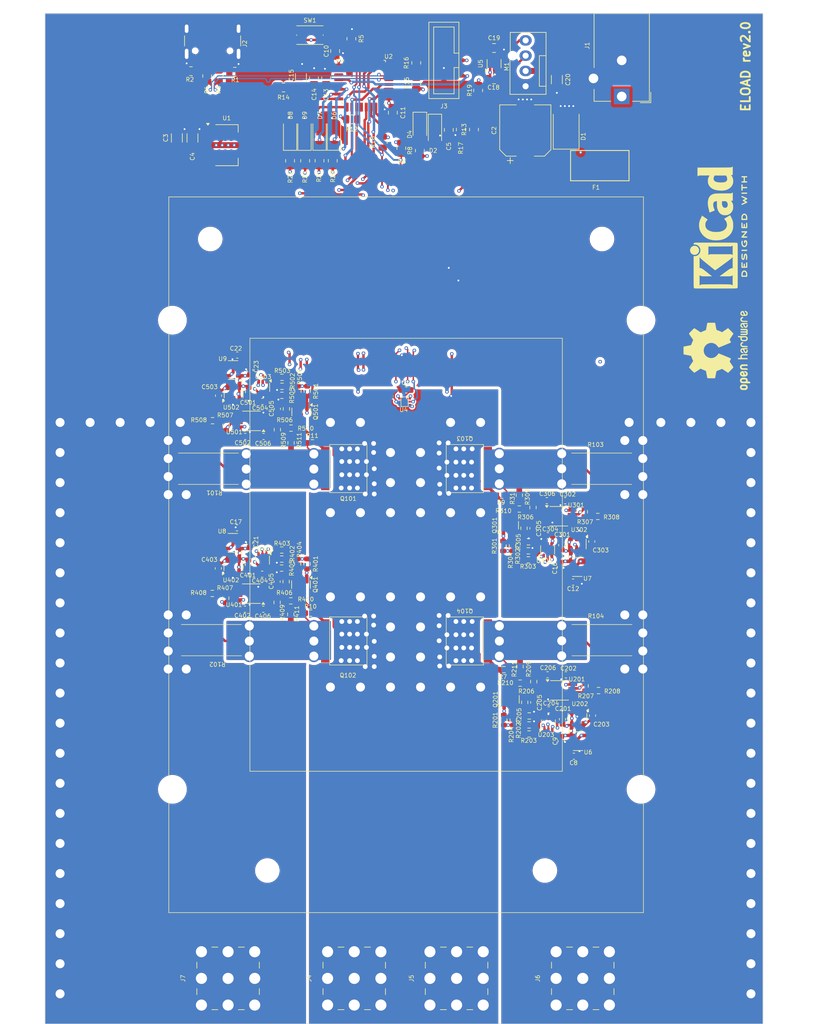
<source format=kicad_pcb>
(kicad_pcb (version 20241229) (generator "pcbnew") (generator_version "9.0")
  (layers (0 "F.Cu" signal) (4 "In1.Cu" signal) (6 "In2.Cu" signal) (2 "B.Cu" signal) (13 "F.Paste" user) (15 "B.Paste" user) (5 "F.SilkS" user "F.Silkscreen") (7 "B.SilkS" user "B.Silkscreen") (1 "F.Mask" user) (3 "B.Mask" user) (25 "Edge.Cuts" user))
  (net 0 "")
  (net 1 "GND")
  (net 2 "+3V3")
  (net 3 "/opamps/VREF")
  (net 4 "/ADC2")
  (net 5 "/opamps/S")
  (net 6 "/opamps/G")
  (net 7 "/opamps3/S")
  (net 8 "/opamps3/G")
  (net 9 "/opamps2/S")
  (net 10 "/opamps2/G")
  (net 11 "/opamps1/G")
  (net 12 "/opamps1/S")
  (net 13 "/opamps1/VREF")
  (net 14 "/opamps2/VREF")
  (net 15 "/opamps3/VREF")
  (net 16 "+12V")
  (net 17 "/SHUTDOWN")
  (net 18 "/ADC0")
  (net 19 "/ADC1")
  (net 20 "Net-(D2-K)")
  (net 21 "/ADC3")
  (net 22 "/SCLK")
  (net 23 "/DIN")
  (net 24 "Net-(U202-OUT_F)")
  (net 25 "Net-(U201A-+)")
  (net 26 "Net-(C206-Pad1)")
  (net 27 "Net-(C206-Pad2)")
  (net 28 "Net-(U302-OUT_F)")
  (net 29 "Net-(U301A-+)")
  (net 30 "Net-(C306-Pad1)")
  (net 31 "Net-(C306-Pad2)")
  (net 32 "Net-(U402-OUT_F)")
  (net 33 "Net-(U401A-+)")
  (net 34 "Net-(C406-Pad1)")
  (net 35 "Net-(C406-Pad2)")
  (net 36 "Net-(U502-OUT_F)")
  (net 37 "Net-(U501A-+)")
  (net 38 "Net-(C506-Pad1)")
  (net 39 "Net-(C506-Pad2)")
  (net 40 "Net-(Q201-S)")
  (net 41 "Net-(Q201-D)")
  (net 42 "Net-(Q301-S)")
  (net 43 "Net-(Q301-D)")
  (net 44 "Net-(Q401-D)")
  (net 45 "Net-(Q401-S)")
  (net 46 "Net-(Q501-D)")
  (net 47 "Net-(Q501-S)")
  (net 48 "Net-(R203-Pad1)")
  (net 49 "Net-(U201B--)")
  (net 50 "Net-(R303-Pad1)")
  (net 51 "Net-(U301B--)")
  (net 52 "Net-(R403-Pad1)")
  (net 53 "Net-(U401B--)")
  (net 54 "Net-(R503-Pad1)")
  (net 55 "Net-(U501B--)")
  (net 56 "+9V_0")
  (net 57 "+9V_1")
  (net 59 "+3V3A")
  (net 60 "+5V")
  (net 61 "Net-(D4-A)")
  (net 62 "/stm32/LED1")
  (net 63 "Net-(D6-K)")
  (net 64 "Net-(D7-K)")
  (net 65 "Net-(D8-K)")
  (net 66 "Net-(D9-K)")
  (net 67 "Net-(F1-Pad2)")
  (net 68 "Net-(J2-D--PadA7)")
  (net 69 "Net-(J2-D+-PadA6)")
  (net 72 "+9V_2")
  (net 73 "+9V_3")
  (net 74 "Net-(J2-CC2)")
  (net 75 "/opamps/{slash}SYNC")
  (net 76 "Net-(J2-CC1)")
  (net 77 "/opamps3/{slash}SYNC")
  (net 82 "/stm32/SWDIO")
  (net 83 "/stm32/NRST")
  (net 84 "/stm32/SWCLK")
  (net 86 "/opamps1/{slash}SYNC")
  (net 87 "Net-(M1-PWM)")
  (net 88 "/stm32/TACHO")
  (net 89 "/stm32/USB_D-")
  (net 90 "/stm32/USB_D+")
  (net 91 "Net-(U2-BOOT0)")
  (net 92 "/opamps2/{slash}SYNC")
  (net 93 "/stm32/SCL")
  (net 96 "/stm32/SDA")
  (net 98 "/stm32/PWM")
  (net 99 "/stm32/VIN")
  (footprint "Capacitor_SMD:C_0603_1608Metric" (layer "F.Cu") (at -30.808201 141.956901 180)
    (property "Reference" "C202")
    (property "Value" "100n")
  )
  (footprint "Resistor_SMD:R_0603_1608Metric" (layer "F.Cu") (at -41.125 141.1 180)
    (property "Reference" "R7")
    (property "Value" "100k")
  )
  (footprint "Package_SO:VSSOP-8_3.0x3.0mm_P0.65mm" (layer "F.Cu") (at -83.1332 99.7444 180)
    (property "Reference" "U501")
    (property "Value" "OPA2196IDGKT")
  )
  (footprint "Resistor_SMD:R_0805_2012Metric" (layer "F.Cu") (at -55.7125 43.6125 -90)
    (property "Reference" "R15")
    (property "Value" "10k")
  )
  (footprint "Capacitor_SMD:C_0603_1608Metric" (layer "F.Cu") (at -36.2832 117.5944 -90)
    (property "Reference" "C305")
    (property "Value" "1µ")
  )
  (footprint "Resistor_SMD:R_0805_2012Metric" (layer "F.Cu") (at -66.5125 36.2 -90)
    (property "Reference" "R5")
    (property "Value" "100k")
  )
  (footprint "MountingHole:MountingHole_4.3mm_M4" (layer "F.Cu") (at -18.3 161)
    (property "Reference" "REF**" (hide yes))
    (property "Value" "MountingHole_4.3mm_M4")
  )
  (footprint "Capacitor_SMD:C_0603_1608Metric" (layer "F.Cu") (at -30.933201 113.0069 180)
    (property "Reference" "C302")
    (property "Value" "100n")
  )
  (footprint "Capacitor_SMD:C_0603_1608Metric" (layer "F.Cu") (at -83.4082 91.2944 90)
    (property "Reference" "C23")
    (property "Value" "1µ")
  )
  (footprint "Package_TO_SOT_SMD:SOT-363_SC-70-6" (layer "F.Cu") (at -33.720699 150.131901 90)
    (property "Reference" "U203")
    (property "Value" "DAC8411IDCKR")
  )
  (footprint "Capacitor_SMD:C_0603_1608Metric" (layer "F.Cu") (at -26.4957 119.794399 90)
    (property "Reference" "C303")
    (property "Value" "10µ")
  )
  (footprint "Capacitor_SMD:C_0603_1608Metric" (layer "F.Cu") (at -33.670699 147.781901 180)
    (property "Reference" "C204")
    (property "Value" "100n")
  )
  (footprint "Resistor_SMD:R_0603_1608Metric" (layer "F.Cu") (at -36.933199 151.794401)
    (property "Reference" "R203")
    (property "Value" "31.6k/0.1%")
  )
  (footprint "Resistor_SMD:R_0603_1608Metric" (layer "F.Cu") (at -27.7332 114.8444 -90)
    (property "Reference" "R307")
    (property "Value" "31.6k/0.1%")
  )
  (footprint "Capacitor_SMD:C_0603_1608Metric" (layer "F.Cu") (at -33.8582 141.956902 180)
    (property "Reference" "C206")
    (property "Value" "10n")
  )
  (footprint "myfootprints:fuseholder_littlefuse_blok" (layer "F.Cu") (at -25.1625 57.3)
    (property "Reference" "F1")
    (property "Value" "0.5A")
  )
  (footprint "Package_TO_SOT_SMD:SOT-23-5" (layer "F.Cu") (at -86.2482 120.0144 180)
    (property "Reference" "U8")
    (property "Value" "R1154N090B")
  )
  (footprint "Resistor_SMD:R_0603_1608Metric" (layer "F.Cu") (at -73 103.4)
    (property "Reference" "R11")
    (property "Value" "100k")
  )
  (footprint "Resistor_SMD:R_0603_1608Metric" (layer "F.Cu") (at -38.5582 114.394401 180)
    (property "Reference" "R310")
    (property "Value" "100")
  )
  (footprint "Capacitor_SMD:C_0603_1608Metric" (layer "F.Cu") (at -31.4957 120.3944 90)
    (property "Reference" "C301")
    (property "Value" "1µ")
  )
  (footprint "Resistor_SMD:R_0603_1608Metric" (layer "F.Cu") (at -75.4482 123.5144 -90)
    (property "Reference" "R404")
    (property "Value" "1k")
  )
  (footprint "Package_SO:VSSOP-8_3.0x3.0mm_P0.65mm" (layer "F.Cu") (at -83.1732 128.4644 180)
    (property "Reference" "U401")
    (property "Value" "OPA2196IDGKT")
  )
  (footprint "Diode_SMD:D_SMB" (layer "F.Cu") (at -30.7625 50.9 90)
    (property "Reference" "D1")
    (property "Value" "SMBJ12A")
  )
  (footprint "Capacitor_SMD:C_0603_1608Metric" (layer "F.Cu") (at -36.1582 146.544401 -90)
    (property "Reference" "C205")
    (property "Value" "1µ")
  )
  (footprint "Resistor_SMD:R_0603_1608Metric" (layer "F.Cu") (at -39.583199 149.494401 90)
    (property "Reference" "R204")
    (property "Value" "1k")
  )
  (footprint "Resistor_SMD:R_0603_1608Metric" (layer "F.Cu") (at -25.4957 115.631899)
    (property "Reference" "R308")
    (property "Value" "1k/0.1%")
  )
  (footprint "Capacitor_SMD:C_0805_2012Metric" (layer "F.Cu") (at -59.6125 48.5 -90)
    (property "Reference" "C11")
    (property "Value" "100n")
  )
  (footprint "Capacitor_SMD:C_0603_1608Metric" (layer "F.Cu") (at -81.1732 131.0519)
    (property "Reference" "C406")
    (property "Value" "10n")
  )
  (footprint "Resistor_SMD:R_0805_2012Metric" (layer "F.Cu") (at -46.1 51.3 90)
    (property "Reference" "R13")
    (property "Value" "33k")
  )
  (footprint "Package_TO_SOT_SMD:SOT-23-6" (layer "F.Cu") (at -28.8707 149.181901 -90)
    (property "Reference" "U202")
    (property "Value" "REF3433IDBVR")
  )
  (footprint "Resistor_SMD:R_0603_1608Metric" (layer "F.Cu") (at -78.0982 121.2144 180)
    (property "Reference" "R403")
    (property "Value" "31.6k/0.1%")
  )
  (footprint "Capacitor_SMD:C_0805_2012Metric" (layer "F.Cu") (at -50.3 51.35 -90)
    (property "Reference" "C5")
    (property "Value" "1µ")
  )
  (footprint "Package_TO_SOT_SMD:SOT-363_SC-70-6" (layer "F.Cu") (at -33.845699 121.1819 90)
    (property "Reference" "U303")
    (property "Value" "DAC8411IDCKR")
  )
  (footprint "Resistor_SMD:R_0603_1608Metric" (layer "F.Cu") (at -78.1232 124.2144)
    (property "Reference" "R405")
    (property "Value" "1k/0.1%")
  )
  (footprint "Resistor_SMD:R_0603_1608Metric" (layer "F.Cu") (at -41.1332 149.494401 90)
    (property "Reference" "R201")
    (property "Value" "17.4k")
  )
  (footprint "Resistor_SMD:R_0603_1608Metric" (layer "F.Cu") (at -77.3732 126.4644 -90)
    (property "Reference" "R406")
    (property "Value" "1k")
  )
  (footprint "Resistor_SMD:R_0805_2012Metric" (layer "F.Cu") (at -66.45 49.6 180)
    (property "Reference" "R12")
    (property "Value" "10k")
  )
  (footprint "Resistor_SMD:R_0603_1608Metric" (layer "F.Cu") (at -75.4082 94.7944 -90)
    (property "Reference" "R504")
    (property "Value" "1k")
  )
  (footprint "Resistor_SMD:R_0805_2012Metric" (layer "F.Cu") (at -71.8125 56.4875 -90)
    (property "Reference" "R21")
    (property "Value" "1.5k")
  )
  (footprint "Resistor_SMD:R_0603_1608Metric" (layer "F.Cu") (at -76.5582 100.9444)
    (property "Reference" "R510")
    (property "Value" "100")
  )
  (footprint "Capacitor_SMD:C_0603_1608Metric" (layer "F.Cu") (at -83.6607 123.6644 -90)
    (property "Reference" "C401")
    (property "Value" "1µ")
  )
  (footprint "Symbol:KiCad-Logo2_8mm_SilkScreen" (layer "F.Cu") (at -6.2 67.6 90)
    (property "Reference" "REF**" (hide yes))
    (property "Value" "KiCad-Logo2_8mm_SilkScreen" (hide yes))
  )
  (footprint "Resistor_SMD:R_0805_2012Metric" (layer "F.Cu") (at -90.5125 42.4 90)
    (property "Reference" "R4")
    (property "Value" "22")
  )
  (footprint "Resistor_SMD:R_0805_2012Metric" (layer "F.Cu") (at -55.1125 54.8 90)
    (property "Reference" "R8")
    (property "Value" "560")
  )
  (footprint "Capacitor_SMD:C_1206_3216Metric" (layer "F.Cu") (at -92.9625 52.7 90)
    (property "Reference" "C4")
    (property "Value" "10µ/50V")
  )
  (footprint "myfootprints:PinHeader_IDC_2x05_P1.27mm_Vertical_SMD" (layer "F.Cu") (at -51.1125 39.8 180)
    (property "Reference" "J3")
    (property "Value" "SWD")
  )
  (footprint "Resistor_SMD:R_0603_1608Metric" (layer "F.Cu") (at -87.4232 129.2144 90)
    (property "Reference" "R407")
    (property "Value" "31.6k/0.1%")
  )
  (footprint "Resistor_SMD:R_0805_2012Metric" (layer "F.Cu") (at -93.2125 41.6)
    (property "Reference" "R2")
    (property "Value" "5.1k")
  )
  (footprint "Capacitor_SMD:C_0603_1608Metric" (layer "F.Cu") (at -81.1332 102.3319)
    (property "Reference" "C506")
    (property "Value" "10n")
  )
  (footprint "Capacitor_SMD:C_1206_3216Metric" (layer "F.Cu") (at -95.5625 52.7 90)
    (property "Reference" "C3")
    (property "Value" "10µ/50V")
  )
  (footprint "Capacitor_SMD:C_0603_1608Metric" (layer "F.Cu") (at -26.3707 148.7444 90)
    (property "Reference" "C203")
    (property "Value" "10µ")
  )
  (footprint "Connector_BarrelJack:BarrelJack_CUI_PJ-102AH_Horizontal" (layer "F.Cu") (at -21.5125 45.8 180)
    (property "Reference" "J1")
    (property "Value" "Barrel_Jack_Switch")
  )
  (footprint "Capacitor_SMD:C_0603_1608Metric" (layer "F.Cu") (at -33.9832 113.006901 180)
    (property "Reference" "C306")
    (property "Value" "10n")
  )
  (footprint "myfootprints:R3920" (layer "F.Cu") (at -24.8582 107.6944)
    (property "Reference" "R103")
    (property "Value" "4m/4W/0.5%")
  )
  (footprint "Capacitor_SMD:C_0805_2012Metric" (layer "F.Cu") (at -42.7625 42.95)
    (property "Reference" "C18")
    (property "Value" "1µ")
  )
  (footprint "myfootprints:LFPAK88-SOT1235" (layer "F.Cu") (at -47.626 107.666667 90)
    (property "Reference" "Q103")
    (property "Value" "NMOS")
  )
  (footprint "Resistor_SMD:R_0603_1608Metric" (layer "F.Cu") (at -36.1582 143.094402 90)
    (property "Reference" "R209")
    (property "Value" "0R")
  )
  (footprint "TerminalBlock_Wuerth:Wuerth_REDCUBE-THR_WP-THRBU_74650194_THR" (layer "F.Cu") (at -49 192.435 90)
    (property "Reference" "J5")
    (property "Value" "Conn_01x01")
  )
  (footprint "Diode_SMD:D_MiniMELF" (layer "F.Cu") (at -71.8125 52.0875 90)
    (property "Reference" "D7")
    (property "Value" "3.3V")
  )
  (footprint "Package_TO_SOT_SMD:SOT-23-6" (layer "F.Cu") (at -86.1207 95.1069 90)
    (property "Reference" "U502")
    (property "Value" "REF3433IDBVR")
  )
  (footprint "Package_TO_SOT_SMD:SOT-23-5" (layer "F.Cu") (at -86.2082 91.2944 180)
    (property "Reference" "U9")
    (property "Value" "R1154N090B")
  )
  (footprint "Resistor_SMD:R_0805_2012Metric" (layer "F.Cu") (at -85.9125 41.7 180)
    (property "Reference" "R1")
    (property "Value" "5.1k")
  )
  (footprint "Diode_SMD:D_MiniMELF" (layer "F.Cu") (at -69.4125 52.0875 90)
    (property "Reference" "D6")
    (property "Value" "3.3V")
  )
  (footprint "Package_TO_SOT_SMD:SOT-363_SC-70-6" (layer "F.Cu") (at -42.7625 40.35 90)
    (property "Reference" "U5")
    (property "Value" "TXU0101")
  )
  (footprint "Package_TO_SOT_SMD:SOT-363_SC-70-6" (layer "F.Cu") (at -81.3107 122.8769 -90)
    (property "Reference" "U403")
    (property "Value" "DAC8411IDCKR")
  )
  (footprint "Resistor_SMD:R_0603_1608Metric" (layer "F.Cu") (at -37.033199 119.8444 180)
    (property "Reference" "R305")
    (property "Value" "1k/0.1%")
  )
  (footprint "Resistor_SMD:R_0805_2012Metric" (layer "F.Cu") (at -55.7125 40.2125 90)
    (property "Reference" "R16")
    (property "Value" "10k")
  )
  (footprint "Package_SO:VSSOP-8_3.0x3.0mm_P0.65mm" (layer "F.Cu") (at -31.9832 115.5944)
    (property "Reference" "U301")
    (property "Value" "OPA2196IDGKT")
  )
  (footprint "Package_TO_SOT_SMD:SOT-23-6" (layer "F.Cu") (at -28.9957 120.2319 -90)
    (property "Reference" "U302")
    (property "Value" "REF3433IDBVR")
  )
  (footprint "myfootprints:R3920" (layer "F.Cu") (at -90.3082 107.6944 180)
    (property "Reference" "R101")
    (property "Value" "4m/4W/0.5%")
  )
  (footprint "Resistor_SMD:R_0603_1608Metric" (layer "F.Cu") (at -38.560235 112.1 90)
    (property "Reference" "R311")
    (property "Value" "1k")
  )
  (footprint "Package_TO_SOT_SMD:SOT-23-6" (layer "F.Cu") (at -86.1607 123.8269 90)
    (property "Reference" "U402")
    (property "Value" "REF3433IDBVR")
  )
  (footprint "Resistor_SMD:R_0805_2012Metric" (layer "F.Cu") (at -61.3 53.4 90)
    (property "Reference" "R18")
    (property "Value" "3.3k")
  )
  (footprint "Symbol:OSHW-Logo2_14.6x12mm_SilkScreen" (layer "F.Cu") (at -5.677724 88.036144 90)
    (property "Reference" "REF**" (hide yes))
    (property "Value" "OSHW-Logo2_14.6x12mm_SilkScreen" (hide yes))
  )
  (footprint "Package_TO_SOT_SMD:SOT-363_SC-70-6" (layer "F.Cu") (at -81.2707 94.1569 -90)
    (property "Reference" "U503")
    (property "Value" "DAC8411IDCKR")
  )
  (footprint "Package_QFP:LQFP-32_7x7mm_P0.8mm" (layer "F.Cu") (at -64.4375 43.4)
    (property "Reference" "U2")
    (property "Value" "STM32L072KZT6")
  )
  (footprint "Resistor_SMD:R_0603_1608Metric" (layer "F.Cu") (at -78.8732 129.9144 -90)
    (property "Reference" "R409")
    (property "Value" "0R")
  )
  (footprint "Resistor_SMD:R_0603_1608Metric" (layer "F.Cu") (at -37.058199 121.3444)
    (property "Reference" "R302")
    (property "Value" "10k")
  )
  (footprint "Resistor_SMD:R_0603_1608Metric" (layer "F.Cu") (at -89.6607 128.4269 180)
    (property "Reference" "R408")
    (property "Value" "1k/0.1%")
  )
  (footprint "Resistor_SMD:R_0603_1608Metric" (layer "F.Cu") (at -38.4332 143.344402 180)
    (property "Reference" "R210")
    (property "Value" "100")
  )
  (footprint "Package_TO_SOT_SMD:SOT-23" (layer "F.Cu") (at -74.8982 126.9644 -90)
    (property "Reference" "Q401")
    (property "Value" "BSS138")
  )
  (footprint "Package_TO_SOT_SMD:SOT-23" (layer "F.Cu") (at -40.2582 117.0944 90)
    (property "Reference" "Q301")
    (property "Value" "BSS138")
  )
  (footprint "Resistor_SMD:R_0603_1608Metric" (layer "F.Cu") (at -78.0832 95.4944)
    (property "Reference" "R505")
    (property "Value" "1k/0.1%")
  )
  (footprint "Package_TO_SOT_SMD:SOT-23-5" (layer "F.Cu") (at -28.7832 152.994401)
    (property "Reference" "U6")
    (property "Value" "R1154N090B")
  )
  (footprint "Capacitor_SMD:C_0603_1608Metric" (layer "F.Cu") (at -83.4482 120.0144 90)
    (property "Reference" "C21")
    (property "Value" "1µ")
  )
  (footprint "Resistor_SMD:R_0603_1608Metric" (layer "F.Cu") (at -37.7832 117.5944 90)
    (property "Reference" "R306")
    (property "Value" "1k")
  )
  (footprint "Resistor_SMD:R_0603_1608Metric" (layer "F.Cu") (at -76.5982 129.6644)
    (property "Reference" "R410")
    (property "Value" "100")
  )
  (footprint "MountingHole:MountingHole_4.3mm_M4" (layer "F.Cu") (at -18.3 83)
    (property "Reference" "REF**" (hide yes))
    (property "Value" "MountingHole_4.3mm_M4")
  )
  (footprint "myfootprints:LFPAK88-SOT1235" (layer "F.Cu") (at -67.026 107.666667 -90)
    (property "Reference" "Q101")
    (property "Value" "NMOS")
  )
  (footprint "Connector:FanPinHeader_1x04_P2.54mm_Vertical" (layer "F.Cu") (at -37.5125 44.1 90)
    (property "Reference" "M1")
    (property "Value" "Fan_4pin")
  )
  (footprint "Capacitor_SMD:CP_Elec_8x10" (layer "F.Cu") (at -37.5625 51.4575 90)
    (property "Reference" "C2")
    (property "Value" "330µ")
  )
  (footprint "Capacitor_SMD:C_0603_1608Metric" (layer "F.Cu") (at -85.5082 88.7944 180)
    (property "Reference" "C22")
    (property "Value" "1µ")
  )
  (footprint "Capacitor_SMD:C_0603_1608Metric" (layer "F.Cu") (at -78.8332 97.7444 90)
    (property "Reference" "C505")
    (property "Value" "1µ")
  )
  (footprint "Capacitor_SMD:C_0603_1608Metric" (layer "F.Cu") (at -88.6207 95.5444 -90)
    (property "Reference" "C503")
    (property "Value" "10µ")
  )
  (footprint "Capacitor_SMD:C_0603_1608Metric" (layer "F.Cu") (at -29.6082 126.5444)
    (property "Reference" "C12")
    (property "Value" "1µ")
  )
  (footprint "Capacitor_SMD:C_0805_2012Metric" (layer "F.Cu") (at -70.7125 42.8 90)
    (property "Reference" "C13")
    (property "Value" "100n")
  )
  (footprint "Resistor_SMD:R_0603_1608Metric" (layer "F.Cu") (at -25.3707 144.5819)
    (property "Reference" "R208")
    (property "Value" "1k/0.1%")
  )
  (footprint "Capacitor_SMD:C_0603_1608Metric" (layer "F.Cu") (at -85.5482 117.5144 180)
    (property "Reference" "C17")
    (property "Value" "1µ")
  )
  (footprint "Package_TO_SOT_SMD:SOT-223-3_TabPin2" (layer "F.Cu") (at -87.2625 53.9)
    (property "Reference" "U1")
    (property "Value" "LM1117-3.3")
  )
  (footprint "Capacitor_SMD:C_1206_3216Metric" (layer "F.Cu") (at -74.9125 42.7 90)
    (property "Reference" "C15")
    (property "Value" "10µ/50V")
  )
  (footprint "LED_SMD:LED_1206_3216Metric" (layer "F.Cu") (at -55.1125 50.7 -90)
    (property "Reference" "D4")
    (property "Value" "LED")
  )
  (footprint "myfootprints:TMP1075-DRL" (layer "F.Cu") (at -57.65 96.543284)
    (property "Reference" "U4")
    (property "Value" "TMP1075")
  )
  (footprint "Capacitor_SMD:C_0603_1608Metric" (layer "F.Cu") (at -84.2232 131.0519)
    (property "Reference" "C402")
    (property "Value" "100n")
  )
  (footprint "myfootprints:R3920" (layer "F.Cu") (at -89.8082 136.1944 180)
    (property "Reference" "R102")
    (property "Value" "4m/4W/0.5%")
  )
  (footprint "myfootprints:R3920" (layer "F.Cu") (at -24.8082 136.1944)
    (property "Reference" "R104")
    (property "Value" "4m/4W/0.5%")
  )
  (footprint "Resistor_SMD:R_0603_1608Metric" (layer "F.Cu") (at -77.3332 97.7444 -90)
    (property "Reference" "R506")
    (property "Value" "1k")
  )
  (footprint "Capacitor_SMD:C_0603_1608Metric" (layer "F.Cu") (at -57.4 94.6 180)
    (property "Reference" "C1")
    (property "Value" "100n")
  )
  (footprint "TerminalBlock_Wuerth:Wuerth_REDCUBE-THR_WP-THRBU_74650194_THR" (layer "F.Cu") (at -28 192.435 90)
    (property "Reference" "J6")
    (property "Value" "Conn_01x01")
  )
  (footprint "Resistor_SMD:R_0603_1608Metric" (layer "F.Cu") (at -73.8582 94.7944 -90)
    (property "Reference" "R501")
    (property "Value" "17.4k")
  )
  (footprint "Capacitor_SMD:C_0603_1608Metric" (layer "F.Cu") (at -81.3607 125.2269)
    (property "Reference" "C404")
    (property "Value" "100n")
  )
  (footprint "myfootprints:LFPAK88-SOT1235" (layer "F.Cu") (at -47.626 136.333333 90)
    (property "Reference" "Q104")
    (property "Value" "NMOS")
  )
  (footprint "Resistor_SMD:R_0603_1608Metric" (layer "F.Cu") (at -36.2832 114.144401 90)
    (property "Reference" "R309")
    (property "Value" "0R")
  )
  (footprint "Capacitor_SMD:C_0603_1608Metric" (layer "F.Cu") (at -29.4832 155.494401)
    (property "Reference" "C8")
    (property "Value" "1µ")
  )
  (footprint "Diode_SMD:D_MiniMELF" (layer "F.Cu") (at -74.3125 52.1 90)
    (property "Reference" "D9")
    (property "Value" "3.3V")
  )
  (footprint "Capacitor_SMD:C_0603_1608Metric" (layer "F.Cu") (at -81.3207 96.5069)
    (property "Reference" "C504")
    (property "Value" "100n")
  )
  (footprint "Resistor_SMD:R_0805_2012Metric" (layer "F.Cu") (at -48.3 51.3 90)
    (property "Reference" "R17")
    (property "Value" "10k")
  )
  (footprint "Resistor_SMD:R_0603_1608Metric" (layer "F.Cu") (at -41.2582 120.5444 90)
    (property "Reference" "R301")
    (property "Value" "17.4k")
  )
  (footprint "Package_TO_SOT_SMD:SOT-23" (layer "F.Cu") (at -40.1332 146.044401 90)
    (property "Reference" "Q201")
    (property "Value" "BSS138")
  )
  (footprint "Resistor_SMD:R_0805_2012Metric" (layer "F.Cu") (at -88.6125 42.4 90)
    (property "Reference" "R3")
    (property "Value" "22")
  )
  (footprint "Resistor_SMD:R_0805_2012Metric" (layer "F.Cu") (at -45.4125 44.8 -90)
    (property "Reference" "R19")
    (property "Value" "2.7k")
  )
  (footprint "TerminalBlock_Wuerth:Wuerth_REDCUBE-THR_WP-THRBU_74650194_THR" (layer "F.Cu") (at -66.035 192.435 90)
    (property "Reference" "J4")
    (property "Value" "Conn_01x01")
  )
  (footprint "Resistor_SMD:R_0603_1608Metric" (layer "F.Cu") (at -78.0582 92.4944 180)
    (property "Reference" "R503")
    (property "Value" "31.6k/0.1%")
  )
  (footprint "Resistor_SMD:R_0603_1608Metric" (layer "F.Cu") (at -41.5 112.1 180)
    (property "Reference" "R9")
    (property "Value" "100k")
  )
  (footprint "Connector_USB:USB_C_Receptacle_GCT_USB4105-xx-A_16P_TopMnt_Horizontal" (layer "F.Cu") (at -89.6125 35.61 180)
    (property "Reference" "J2")
    (property "Value" "USB_C_Receptacle_USB2.0")
  )
  (footprint "Resistor_SMD:R_0603_1608Metric" (layer "F.Cu") (at -27.6082 143.794401 -90)
    (property "Reference" "R207")
    (property "Value" "31.6k/0.1%")
  )
  (footprint "Diode_SMD:D_MiniMELF" (layer "F.Cu") (at -52.6 51.4 -90)
    (property "Reference" "D2")
    (property "Value" "3.3V")
  )
  (footprint "Button_Switch_SMD:SW_Push_1P1T_NO_CK_KMR2" (layer "F.Cu") (at -73.4125 35.6)
    (property "Reference" "SW1")
    (property "Value" "boot")
  )
  (footprint "Resistor_SMD:R_0603_1608Metric" (layer "F.Cu") (at -38.435235 140.6 90)
    (property "Reference" "R211")
    (property "Value" "1k")
  )
  (footprint "Capacitor_SMD:C_0603_1608Metric" (layer "F.Cu") (at -31.5832 152.994401 -90)
    (property "Reference" "C9")
    (property "Value" "1µ")
  )
  (footprint "Capacitor_SMD:C_1206_3216Metric" (layer "F.Cu") (at -32.3125 43 -90)
    (property "Reference" "C20")
    (property "Value" "10µ/50V")
  )
  (footprint "Capacitor_SMD:C_0603_1608Metric" (layer "F.Cu") (at -88.6607 124.2644 -90)
    (property "Reference" "C403")
    (property "Value" "10µ")
  )
  (footprint "Resistor_SMD:R_0603_1608Metric" (layer "F.Cu") (at -39.708199 120.5444 90)
    (property "Reference" "R304")
    (property "Value" "1k")
  )
  (footprint "Resistor_SMD:R_0603_1608Metric" (layer "F.Cu") (at -73.8982 123.5144 -90)
    (property "Reference" "R401")
    (property "Value" "17.4k")
  )
  (footprint "Resistor_SMD:R_0603_1608Metric" (layer "F.Cu") (at -76.556165 103.4 -90)
    (property "Reference" "R511")
    (property "Value" "1k")
  )
  (footprint "TerminalBlock_Wuerth:Wuerth_REDCUBE-THR_WP-THRBU_74650194_THR" (layer "F.Cu") (at -87.035 192.435 90)
    (property "Reference" "J7")
    (property "Value" "Conn_01x01")
  )
  (footprint "Resistor_SMD:R_0805_2012Metric" (layer "F.Cu") (at -74.2125 56.5 -90)
    (property "Reference" "R23")
    (property "Value" "1.5k")
  )
  (footprint "Capacitor_SMD:C_0603_1608Metric" (layer "F.Cu") (at -31.7082 124.0444 -90)
    (property "Reference" "C16")
    (property "Value" "1µ")
  )
  (footprint "myfootprints:LFPAK88-SOT1235" (layer "F.Cu") (at -67.026 136.333333 -90)
    (property "Reference" "Q102")
    (property "Value" "NMOS")
  )
  (footprint "Package_TO_SOT_SMD:SOT-23-5" (layer "F.Cu") (at -28.9082 124.0444)
    (property "Reference" "U7")
    (property "Value" "R1154N090B")
  )
  (footprint "Resistor_SMD:R_0603_1608Metric" (layer "F.Cu") (at -78.0582 93.9944 180)
    (property "Reference" "R502")
    (property "Value" "10k")
  )
  (footprint "Package_TO_SOT_SMD:SOT-23" (layer "F.Cu") (at -74.8582 98.2444 -90)
    (property "Reference" "Q501")
    (property "Value" "BSS138")
  )
  (footprint "Resistor_SMD:R_0603_1608Metric" (layer "F.Cu") (at -87.3832 100.4944 90)
    (property "Reference" "R507")
    (property "Value" "31.6k/0.1%")
  )
  (footprint "Resistor_SMD:R_0805_2012Metric" (layer "F.Cu") (at -77.8125 44.3 180)
    (property "Reference" "R14")
    (property "Value" "0")
  )
  (footprint "Package_SO:VSSOP-8_3.0x3.0mm_P0.65mm" (layer "F.Cu") (at -31.8582 144.544401)
    (property "Reference" "U201")
    (property "Value" "OPA2196IDGKT")
  )
  (footprint "Resistor_SMD:R_0805_2012Metric" (layer "F.Cu") (at -58.2 54.4 90)
    (property "Reference" "R6")
    (property "Value" "3.3k")
  )
  (footprint "Resistor_SMD:R_0603_1608Metric" (layer "F.Cu") (at -78.0982 122.7144 180)
    (property "Reference" "R402")
    (property "Value" "10k")
  )
  (footprint "Capacitor_SMD:C_0603_1608Metric" (layer "F.Cu") (at -31.3707 149.344401 90)
    (property "Reference" "C201")
    (property "Value" "1µ")
  )
  (footprint "Capacitor_SMD:C_0603_1608Metric" (layer "F.Cu") (at -78.8732 126.4644 90)
    (property "Reference" "C405")
    (property "Value" "1µ")
  )
  (footprint "Capacitor_SMD:C_0603_1608Metric" (layer "F.Cu") (at -33.795699 118.8319 180)
    (property "Reference" "C304")
    (property "Value" "100n")
  )
  (footprint "Resistor_SMD:R_0603_1608Metric" (layer "F.Cu") (at -73.3 131.7)
    (property "Reference" "R10")
    (property "Value" "100k")
  )
  (footprint "MountingHole:MountingHole_4.3mm_M4" (layer "F.Cu") (at -96.3 83)
    (property "Reference" "REF**" (hide yes))
    (property "Value" "MountingHole_4.3mm_M4")
  )
  (footprint "Capacitor_SMD:C_0603_1608Metric" (layer "F.Cu") (at -83.6207 94.9444 -90)
    (property "Reference" "C501")
    (property "Value" "1µ")
  )
  (footprint "Resistor_SMD:R_0603_1608Metric" (layer "F.Cu") (at -76.6 131.9 -90)
    (property "Reference" "R411")
    (property "Value" "1k")
  )
  (footprint "Resistor_SMD:R_0805_2012Metric" (layer "F.Cu") (at -76.7125 56.5 -90)
    (property "Reference" "R22")
    (property "Value" "1.5k")
  )
  (footprint "Capacitor_SMD:C_0603_1608Metric" (layer "F.Cu") (at -84.1832 102.3319)
    (property "Reference" "C502")
    (property "Value" "100n")
  )
  (footprint "Capacitor_SMD:C_0805_2012Metric" (layer "F.Cu") (at -69.2125 38.25 90)
    (property "Reference" "C10")
    (property "Value" "100n")
  )
  (footprint "Capacitor_SMD:C_0805_2012Metric" (layer "F.Cu") (at -42.7625 37.75)
    (property "Reference" "C19")
    (property "Value" "1µ")
  )
  (footprint "Capacitor_SMD:C_0805_2012Metric" (layer "F.Cu") (at -72.7375 42.8 90)
    (property "Reference" "C14")
    (property "Value" "1µ")
  )
  (footprint "Resistor_SMD:R_0603_1608Metric" (layer "F.Cu") (at -78.8332 101.1944 -90)
    (property "Reference" "R509")
    (property "Value" "0R")
  )
  (footprint "Resistor_SMD:R_0805_2012Metric" (layer "F.Cu") (at -69.6125 56.4875 -90)
    (property "Reference" "R20")
    (property "Value" "1.5k")
  )
  (footprint "Resistor_SMD:R_0603_1608Metric" (layer "F.Cu") (at -89.6207 99.7069 180)
    (property "Reference" "R508")
    (property "Value" "1k/0.1%")
  )
  (footprint "MountingHole:MountingHole_4.3mm_M4" (layer "F.Cu") (at -96.3 161)
    (property "Reference" "REF**" (hide yes))
    (property "Value" "MountingHole_4.3mm_M4")
  )
  (footprint "myfootprints:dynatron-a38-cpu-cooler" (layer "F.Cu") (at -57.4 122 180)
    (property "Reference" "REF**" (hide yes))
    (property "Value" "dynatron-a38-cpu-cooler")
  )
  (footprint "Diode_SMD:D_MiniMELF" (layer "F.Cu") (at -76.7125 52.1 90)
    (property "Reference" "D8")
    (property "Value" "3.3V")
  )
  (footprint "Resistor_SMD:R_0603_1608Metric" (layer "F.Cu") (at -37.058199 122.8444)
    (property "Reference" "R303")
    (property "Value" "31.6k/0.1%")
  )
  (footprint "Resistor_SMD:R_0603_1608Metric" (layer "F.Cu") (at -36.933199 150.294401)
    (property "Reference" "R202")
    (property "Value" "10k")
  )
  (footprint "Resistor_SMD:R_0603_1608Metric" (layer "F.Cu") (at -37.6582 146.544401 90)
    (property "Reference" "R206")
    (property "Value" "1k")
  )
  (footprint "Resistor_SMD:R_0603_1608Metric" (layer "F.Cu") (at -36.908199 148.794401 180)
    (property "Reference" "R205")
    (property "Value" "1k/0.1%")
  )
  (gr_rect (start -117.5 32) (end 2 200) (stroke (width 0.1)) (fill no) (layer "Edge.Cuts"))
  (gr_text "ELOAD rev2.0" (at 0 48.5 90) (layer "F.SilkS") (effects (font (size 1.5 1.5) (thickness 0.3) (bold yes)) (justify left bottom)))
  (segment (start -66.5125 34.7) (end -66.4125 34.6) (width 0.4) (layer "F.Cu") (net 1))
  (segment (start -58.46 94.373284) (end -59.38599 95.299274) (width 0.25) (layer "F.Cu") (net 1))
  (segment (start -92.9625 51.225) (end -90.7875 51.225) (width 1) (layer "F.Cu") (net 1))
  (segment (start -31.3707 147.906901) (end -31.3832 147.894401) (width 0.25) (layer "F.Cu") (net 1))
  (segment (start -24.6707 115.6319) (end -24.6707 109.6707) (width 0.25) (layer "F.Cu") (net 1))
  (segment (start -69.4125 50.3375) (end -69.4125 49.75) (width 0.4) (layer "F.Cu") (net 1))
  (segment (start -92.780467 107.666667) (end -94.4082 107.666667) (width 0.25) (layer "F.Cu") (net 1))
  (segment (start -34.4957 119.5819) (end -34.702286 119.375314) (width 0.25) (layer "F.Cu") (net 1))
  (segment (start -24.5457 144.581901) (end -24.5457 137.9457) (width 0.25) (layer "F.Cu") (net 1))
  (segment (start -86.2832 88.7944) (end -86.2832 89.4694) (width 0.5) (layer "F.Cu") (net 1))
  (segment (start -74.2125 41.85) (end -74.8375 41.225) (width 0.4) (layer "F.Cu") (net 1))
  (segment (start -58 93.2) (end -58 88.933386) (width 0.25) (layer "F.Cu") (net 1))
  (segment (start -71.8125 41.85) (end -72.7375 41.85) (width 0.4) (layer "F.Cu") (net 1))
  (segment (start -33.7332 145.844401) (end -33.7332 145.919831) (width 0.25) (layer "F.Cu") (net 1))
  (segment (start -28.420837 126.5444) (end -28.15 126.815237) (width 0.5) (layer "F.Cu") (net 1))
  (segment (start -33.970699 119.828088) (end -34.216887 119.5819) (width 0.25) (layer "F.Cu") (net 1))
  (segment (start -22.7944 136.1944) (end -20.6582 136.1944) (width 0.25) (layer "F.Cu") (net 1))
  (segment (start -70.8375 41.85) (end -70.8375 41.275) (width 0.4) (layer "F.Cu") (net 1))
  (segment (start -34.0582 145.519401) (end -33.7332 145.844401) (width 0.25) (layer "F.Cu") (net 1))
  (segment (start -70.8375 41.275) (end -70.9125 41.2) (width 0.4) (layer "F.Cu") (net 1))
  (segment (start -92.5 136.0662) (end -92.5 136.1) (width 0.25) (layer "F.Cu") (net 1))
  (segment (start -90.7875 51.225) (end -90.4125 51.6) (width 1) (layer "F.Cu") (net 1))
  (segment (start -88.6207 96.3194) (end -88.5457 96.2444) (width 0.25) (layer "F.Cu") (net 1))
  (segment (start -55.7125 41.125) (end -53.1875 41.125) (width 0.4) (layer "F.Cu") (net 1))
  (segment (start -28.8707 148.044401) (end -28.8707 148.8707) (width 0.25) (layer "F.Cu") (net 1))
  (segment (start -80.5457 96.5069) (end -81.1582 95.8944) (width 0.25) (layer "F.Cu") (net 1))
  (segment (start -51.75 52.3) (end -52.6 53.15) (width 0.4) (layer "F.Cu") (net 1))
  (segment (start -69.4125 49.75) (end -69.7625 49.4) (width 0.4) (layer "F.Cu") (net 1))
  (segment (start -31.3707 148.569401) (end -31.3707 147.906901) (width 0.25) (layer "F.Cu") (net 1))
  (segment (start -33.970699 120.106901) (end -33.970699 119.828088) (width 0.25) (layer "F.Cu") (net 1))
  (segment (start -28.9957 119.0944) (end -28.9957 118.428875) (width 0.25) (layer "F.Cu") (net 1))
  (segment (start -29.9207 152.994401) (end -30.8082 152.994401) (width 0.3) (layer "F.Cu") (net 1))
  (segment (start -26.5707 119.0944) (end -27.3082 119.0944) (width 0.25) (layer "F.Cu") (net 1))
  (segment (start -92.5 136.1) (end -92.5944 136.1944) (width 0.25) (layer "F.Cu") (net 1))
  (segment (start -88.5457 96.2444) (end -87.8082 96.2444) (width 0.25) (layer "F.Cu") (net 1))
  (segment (start -78.8832 93.9944) (end -78.8832 96.9194) (width 0.25) (layer "F.Cu") (net 1))
  (segment (start -28.8707 148.044401) (end -27.9207 148.044401) (width 0.25) (layer "F.Cu") (net 1))
  (segment (start -49.2 52.2125) (end -50.2125 52.2125) (width 0.4) (layer "F.Cu") (net 1))
  (segment (start -53.1875 41.125) (end -53.1325 41.07) (width 0.4) (layer "F.Cu") (net 1))
  (segment (start -28.9957 119.0944) (end -27.3082 119.0944) (width 0.25) (layer "F.Cu") (net 1))
  (segment (start -93.9325 41.4075) (end -94.125 41.6) (width 0.3) (layer "F.Cu") (net 1))
  (segment (start -86.1607 124.9644) (end -87.8482 124.9644) (width 0.25) (layer "F.Cu") (net 1))
  (segment (start -83.6607 124.4394) (end -83.6607 125.1019) (width 0.25) (layer "F.Cu") (net 1))
  (segment (start -24.6707 109.6707) (end -22.6944 107.6944) (width 0.25) (layer "F.Cu") (net 1))
  (segment (start -78.8832 95.4694) (end -78.9082 95.4944) (width 0.25) (layer "F.Cu") (net 1))
  (segment (start -72.7375 41.85) (end -72.7375 41.125) (width 0.4) (layer "F.Cu") (net 1))
  (segment (start -28.7082 155.494401) (end -28.7082 154.8247) (width 0.5) (layer "F.Cu") (net 1))
  (segment (start -81.84988 127.4894) (end -82.009839 127.329441) (width 0.25) (layer "F.Cu") (net 1))
  (segment (start -22.6944 107.6944) (end -20.7082 107.6944) (width 0.25) (layer "F.Cu") (net 1))
  (segment (start -78.8832 93.9944) (end -78.8832 95.4694) (width 0.25) (layer "F.Cu") (net 1))
  (segment (start -30.9332 124.0444) (end -31.7082 124.8194) (width 0.3) (layer "F.Cu") (net 1))
  (segment (start -85.2925 38.715) (end -85.2925 41.4075) (width 0.3) (layer "F.Cu") (net 1))
  (segment (start -36.1082 150.294401) (end -36.1082 148.819401) (width 0.25) (layer "F.Cu") (net 1))
  (segment (start -86.1607 124.9644) (end -87.1107 124.9644) (width 0.25) (layer "F.Cu") (net 1))
  (segment (start -56.91 97.043284) (end -56.686716 97.043284) (width 0.25) (layer "F.Cu") (net 1))
  (segment (start -42.7625 41.3) (end -42.7125 41.35) (width 0.4) (layer "F.Cu") (net 1))
  (segment (start -28.7082 154.8247) (end -28.550742 154.667242) (width 0.5) (layer "F.Cu") (net 1))
  (segment (start -61.4875 47.575) (end -59.6125 49.45) (width 0.4) (layer "F.Cu") (net 1))
  (segment (start -90.4457 105.3319) (end -92.780467 107.666667) (width 0.25) (layer "F.Cu") (net 1))
  (segment (start -85.0707 91.2944) (end -84.1832 91.2944) (width 0.3) (layer "F.Cu") (net 1))
  (segment (start -85.2925 41.4075) (end -85 41.7) (width 0.3) (layer "F.Cu") (net 1))
  (segment (start -67.2875 39.225) (end -69.2125 37.3) (width 0.4) (layer "F.Cu") (net 1))
  (segment (start -59.38599 95.965424) (end -58.80813 96.543284) (width 0.25) (layer "F.Cu") (net 1))
  (segment (start -41.3625 37.75) (end -41.1125 38) (width 0.4) (layer "F.Cu") (net 1))
  (segment (start -81.1582 95.8944) (end -81.1582 95.7819) (width 0.25) (layer "F.Cu") (net 1))
  (segment (start -28.8332 126.5444) (end -28.420837 126.5444) (width 0.5) (layer "F.Cu") (net 1))
  (segment (start -56.686716 97.043284) (end -56.4 97.33) (width 0.25) (layer "F.Cu") (net 1))
  (segment (start -88.6607 125.0394) (end -88.5857 124.9644) (width 0.25) (layer "F.Cu") (net 1))
  (segment (start -31.4957 119.0987) (end -31.65 118.9444) (width 0.25) (layer "F.Cu") (net 1))
  (segment (start -28.8707 148.044401) (end -27.1832 148.044401) (width 0.25) (layer "F.Cu") (net 1))
  (segment (start -95.5625 51.225) (end -92.9625 51.225) (width 1) (layer "F.Cu") (net 1))
  (segment (start -58.80813 96.543284) (end -58.39 96.543284) (width 0.25) (layer "F.Cu") (net 1))
  (segment (start -72.7375 41.125) (end -72.7125 41.1) (width 0.4) (layer "F.Cu") (net 1))
  (segment (start -58.39 96.543284) (end -59.053187 96.543284) (width 0.25) (layer "F.Cu") (net 1))
  (segment (start -81.1582 98.5444) (end -81.1582 98.36897) (width 0.25) (layer "F.Cu") (net 1))
  (segment (start -42.6375 42.125) (end -41.8125 42.95) (width 0.4) (layer "F.Cu") (net 1))
  (segment (start -32.3125 44.475) (end -32.3125 45.2) (width 0.4) (layer "F.Cu") (net 1))
  (segment (start -24.5457 137.9457) (end -22.7944 136.1944) (width 0.25) (layer "F.Cu") (net 1))
  (segment (start -34.0582 145.519401) (end -33.7707 145.806901) (width 0.25) (layer "F.Cu") (net 1))
  (segment (start -33.7207 148.506901) (end -34.4457 147.781901) (width 0.25) (layer "F.Cu") (net 1))
  (segment (start -80.9732 127.4894) (end -81.2982 127.1644) (width 0.25) (layer "F.Cu") (net 1))
  (segment (start -41.8125 37.75) (end -41.3625 37.75) (width 0.4) (layer "F.Cu") (net 1))
  (segment (start -34.901748 119.162948) (end -34.901748 119.375314) (width 0.25) (layer "F.Cu") (net 1))
  (segment (start -67.2375 39.225) (end -67.2875 39.225) (width 0.4) (layer "F.Cu") (net 1))
  (segment (start -28.8707 148.8707) (end -28.9 148.9) (width 0.25) (layer "F.Cu") (net 1))
  (segment (start -50.2125 52.2125) (end -50.3 52.3) (width 0.4) (layer "F.Cu") (net 1))
  (segment (start -33.8457 120.2319) (end -33.970699 120.106901) (width 0.25) (layer "F.Cu") (net 1))
  (segment (start -81.3107 123.8269) (end -81.3107 124.5019) (width 0.25) (layer "F.Cu") (net 1))
  (segment (start -81.2707 95.1069) (end -81.2707 95.6694) (width 0.25) (layer "F.Cu") (net 1))
  (segment (start -34.1832 116.5694) (end -33.125 116.5694) (width 0.25) (layer "F.Cu") (net 1))
  (segment (start -74.8375 40.525) (end -74.7125 40.4) (width 0.4) (layer "F.Cu") (net 1))
  (segment (start -80.9332 98.7694) (end -81.1582 98.5444) (width 0.25) (layer "F.Cu") (net 1))
  (segment (start -42.7125 42.05) (end -42.6375 42.125) (width 0.4) (layer "F.Cu") (net 1))
  (segment (start -90.4857 134.0519) (end -92.5 136.0662) (width 0.25) (layer "F.Cu") (net 1))
  (segment (start -33.7707 145.806901) (end -33.7707 146.03723) (width 0.25) (layer "F.Cu") (net 1))
  (segment (start -59.053187 96.543284) (end -59.053527 96.542944) (width 0.25) (layer "F.Cu") (net 1))
  (segment (start -61.6375 47.575) (end -61.4875 47.575) (width 0.4) (layer "F.Cu") (net 1))
  (segment (start -78.9232 125.6394) (end -78.8732 125.6894) (width 0.25) (layer "F.Cu") (net 1))
  (segment (start -36.2332 118.4194) (end -36.2832 118.3694) (width 0.25) (layer "F.Cu") (net 1))
  (segment (start -93.9325 38.715) (end -93.9325 41.4075) (width 0.3) (layer "F.Cu") (net 1))
  (segment (start -78.9232 122.7144) (end -78.9232 124.1894) (width 0.25) (layer "F.Cu") (net 1))
  (segment (start -57.96 94.373284) (end -58.46 94.373284) (width 0.25) (layer "F.Cu") (net 1))
  (segment (start -86.3232 117.5144) (end -85.853615 117.5144) (width 0.5) (layer "F.Cu") (net 1))
  (segment (start -78.9232 124.1894) (end -78.9482 124.2144) (width 0.25) (layer "F.Cu") (net 1))
  (segment (start -28.9957 118.428875) (end -28.55 117.983175) (width 0.25) (layer "F.Cu") (net 1))
  (segment (start -71.8125 49.005722) (end -71.9625 48.855722) (width 0.4) (layer "F.Cu") (net 1))
  (segment (start -84.1832 91.2944) (end -83.4082 90.5194) (width 0.3) (layer "F.Cu") (net 1))
  (segment (start -78.8832 96.9194) (end -78.8332 96.9694) (width 0.25) (layer "F.Cu") (net 1))
  (segment (start -90.4857 128.4269) (end -90.4857 134.0519) (width 0.25) (layer "F.Cu") (net 1))
  (segment (start -30.0457 124.0444) (end -30.9332 124.0444) (width 0.3) (layer "F.Cu") (net 1))
  (segment (start -48.3 52.2125) (end -49.2 52.2125) (width 0.4) (layer "F.Cu") (net 1))
  (segment (start -49.0925 41.07) (end -53.1325 41.07) (width 0.4) (layer "F.Cu") (net 1))
  (segment (start -31.4957 119.6194) (end -31.4957 119.0987) (width 0.25) (layer "F.Cu") (net 1))
  (segment (start -86.1207 96.2444) (end -87.8082 96.2444) (width 0.25) (layer "F.Cu") (net 1))
  (segment (start -88.5857 124.9644) (end -87.8482 124.9644) (width 0.25) (layer "F.Cu") (net 1))
  (segment (start -71.8125 50.3375) (end -71.8125 49.005722) (width 0.4) (layer "F.Cu") (net 1))
  (segment (start -85.853615 117.5144) (end -85.778445 117.43923) (width 0.5) (layer "F.Cu") (net 1))
  (segment (start -34.5707 118.8319) (end -34.901748 119.162948) (width 0.25) (layer "F.Cu") (net 1))
  (segment (start -26.4957 119.0194) (end -26.5707 119.0944) (width 0.25) (layer "F.Cu") (net 1))
  (segment (start -83.4082 102.3319) (end -83.4082 101.5944) (width 0.25) (layer "F.Cu") (net 1))
  (segment (start -36.1082 150.294401) (end -36.1082 147.369401) (width 0.25) (layer "F.Cu") (net 1))
  (segment (start -72.7375 41.85) (end -74.2125 41.85) (width 0.4) (layer "F.Cu") (net 1))
  (segment (start -33.125 116.5694) (end -33.05 116.6444) (width 0.25) (layer "F.Cu") (net 1))
  (segment (start -83.6607 125.1019) (end -83.6482 125.1144) (width 0.25) (layer "F.Cu") (net 1))
  (segment (start -81.3107 124.5019) (end -80.5857 125.2269) (width 0.25) (layer "F.Cu") (net 1))
  (segment (start -74.3125 50.35) (end -74.3125 49.4) (width 0.4) (layer "F.Cu") (net 1))
  (segment (start -31.5832 141.956901) (end -31.5832 142.694401) (width 0.25) (layer "F.Cu") (net 1))
  (segment (start -86.1207 96.2444) (end -86.1207 96.920951) (width 0.25) (layer "F.Cu") (net 1))
  (segment (start -86.1607 124.9644) (end -86.1607 125.7269) (width 0.25) (layer "F.Cu") (net 1))
  (segment (start -76.7125 50.35) (end -76.7125 49.4) (width 0.4) (layer "F.Cu") (net 1))
  (segment (start -85.1107 120.0144) (end -84.2232 120.0144) (width 0.3) (layer "F.Cu") (net 1))
  (segment (start -26.3707 147.969401) (end -26.4457 148.044401) (width 0.25) (layer "F.Cu") (net 1))
  (segment (start -59.38599 95.299274) (end -59.38599 95.965424) (width 0.25) (layer "F.Cu") (net 1))
  (segment (start -81.2707 95.6694) (end -81.1582 95.7819) (width 0.25) (layer "F.Cu") (net 1))
  (segment (start -83.4482 131.0519) (end -83.4482 130.3144) (width 0.25) (layer "F.Cu") (net 1))
  (segment (start -81.2982 127.1644) (end -81.2982 127.08897) (width 0.25) (layer "F.Cu") (net 1))
  (segment (start -83.6207 96.3819) (end -83.6082 96.3944) (width 0.25) (layer "F.Cu") (net 1))
  (segment (start -86.2832 89.4694) (end -86.3082 89.4944) (width 0.5) (layer "F.Cu") (net 1))
  (segment (start -50.3 52.3) (end -51.75 52.3) (width 0.4) (layer "F.Cu") (net 1))
  (segment (start -92.5944 136.1944) (end -93.9582 136.1944) (width 0.25) (layer "F.Cu") (net 1))
  (segment (start -74.8375 41.225) (end -74.8375 40.525) (width 0.4) (layer "F.Cu") (net 1))
  (segment (start -26.4457 148.044401) (end -27.1832 148.044401) (width 0.25) (layer "F.Cu") (net 1))
  (segment (start -34.216887 119.5819) (end -34.4957 119.5819) (width 0.25) (layer "F.Cu") (net 1))
  (segment (start -36.2332 121.3444) (end -36.2332 118.4194) (width 0.25) (layer "F.Cu") (net 1))
  (segment (start -86.1207 96.920951) (end -86.234646 97.034897) (width 0.25) (layer "F.Cu") (net 1))
  (segment (start -30.8082 152.994401) (end -31.5832 153.769401) (width 0.3) (layer "F.Cu") (net 1))
  (segment (start -83.6207 95.7194) (end -83.6207 96.3819) (width 0.25) (layer "F.Cu") (net 1))
  (segment (start -66.5125 35.2875) (end -66.5125 34.7) (width 0.4) (layer "F.Cu") (net 1))
  (segment (start -80.9732 127.4894) (end -81.84988 127.4894) (width 0.25) (layer "F.Cu") (net 1))
  (segment (start -28.9957 119.0944) (end -28.0457 119.0944) (width 0.25) (layer "F.Cu") (net 1))
  (segment (start -36.1082 148.819401) (end -36.0832 148.794401) (width 0.25) (layer "F.Cu") (net 1))
  (segment (start -86.1207 96.2444) (end -87.0707 96.2444) (width 0.25) (layer "F.Cu") (net 1))
  (segment (start -90.4457 99.7069) (end -90.4457 105.3319) (width 0.25) (layer "F.Cu") (net 1))
  (segment (start -76.7125 49.4) (end -76.8125 49.3) (width 0.4) (layer "F.Cu") (net 1))
  (segment (start -36.2332 121.3444) (end -36.2332 119.8694) (width 0.25) (layer "F.Cu") (net 1))
  (segment (start -36.2332 119.8694) (end -36.2082 119.8444) (width 0.25) (layer "F.Cu") (net 1))
  (segment (start -70.8375 41.85) (end -71.8125 41.85) (width 0.4) (layer "F.Cu") (net 1))
  (segment (start -84.2232 120.0144) (end -83.4482 119.2394) (width 0.3) (layer "F.Cu") (net 1))
  (segment (start -58 88.933386) (end -58.111899 88.821487) (width 0.25) (layer "F.Cu") (net 1))
  (segment (start -36.1082 147.369401) (end -36.1582 147.319401) (width 0.25) (layer "F.Cu") (net 1))
  (segment (start -78.9232 122.7144) (end -78.9232 125.6394) (width 0.25) (layer "F.Cu") (net 1))
  (segment (start -33.7207 149.181901) (end -33.7207 148.506901) (width 0.25) (layer "F.Cu") (net 1))
  (segment (start -31.7082 113.0069) (end -31.7082 113.7444) (width 0.25) (layer "F.Cu") (net 1))
  (segment (start -34.702286 119.375314) (end -34.901748 119.375314) (width 0.25) (layer "F.Cu") (net 1))
  (segment (start -86.1607 125.7269) (end -86.2482 125.8144) (width 0.25) (layer "F.Cu") (net 1))
  (segment (start -42.7125 41.35) (end -42.7125 42.05) (width 0.4) (layer "F.Cu") (net 1))
  (via (at 0 120) (size 2) (drill 1.5) (layers "F.Cu" "B.Cu") (net 1))
  (via (at -86.3082 89.4944) (size 0.6) (drill 0.3) (layers "F.Cu" "B.Cu") (net 1))
  (via (at -94 132) (size 2) (drill 1.5) (layers "F.Cu" "B.Cu") (net 1))
  (via (at -10 100) (size 2) (drill 1.5) (layers "F.Cu" "B.Cu") (net 1))
  (via (at -30.9457 153.131901) (size 0.6) (drill 0.3) (layers "F.Cu" "B.Cu") (net 1))
  (via (at -115 175) (size 2) (drill 1.5) (layers "F.Cu" "B.Cu") (net 1))
  (via (at -36.367856 120.879056) (size 0.6) (drill 0.3) (layers "F.Cu" "B.Cu") (net 1))
  (via (at -115 150) (size 2) (drill 1.5) (layers "F.Cu" "B.Cu") (net 1))
  (via (at -94 112) (size 2) (drill 1.5) (layers "F.Cu" "B.Cu") (net 1))
  (via (at -115 145) (size 2) (drill 1.5) (layers "F.Cu" "B.Cu") (net 1))
  (via (at 0 145) (size 2) (drill 1.5) (layers "F.Cu" "B.Cu") (net 1))
  (via (at -97 112) (size 2) (drill 1.5) (layers "F.Cu" "B.Cu") (net 1))
  (via (at -34.901748 119.375314) (size 0.6) (drill 0.3) (layers "F.Cu" "B.Cu") (net 1))
  (via (at 0 100) (size 2) (drill 1.5) (layers "F.Cu" "B.Cu") (net 1))
  (via (at -69.7625 49.4) (size 0.6) (drill 0.3) (layers "F.Cu" "B.Cu") (net 1))
  (via (at -27.1832 148.044401) (size 0.6) (drill 0.3) (layers "F.Cu" "B.Cu") (net 1))
  (via (at -65.4 94.9) (size 0.6) (drill 0.3) (layers "F.Cu" "B.Cu") (net 1))
  (via (at -5 100) (size 2) (drill 1.5) (layers "F.Cu" "B.Cu") (net 1))
  (via (at -18 132) (size 2) (drill 1.5) (layers "F.Cu" "B.Cu") (net 1))
  (via (at -30.275 47.4) (size 0.6) (drill 0.3) (layers "F.Cu" "B.Cu") (net 1))
  (via (at -33.05 116.6444) (size 0.6) (drill 0.3) (layers "F.Cu" "B.Cu") (net 1))
  (via (at -78.8832 94.5944) (size 0.6) (drill 0.3) (layers "F.Cu" "B.Cu") (net 1))
  (via (at -115 130) (size 2) (drill 1.5) (layers "F.Cu" "B.Cu") (net 1))
  (via (at 0 115) (size 2) (drill 1.5) (layers "F.Cu" "B.Cu") (net 1))
  (via (at -115 105) (size 2) (drill 1.5) (layers "F.Cu" "B.Cu") (net 1))
  (via (at -81.1582 98.36897) (size 0.6) (drill 0.3) (layers "F.Cu" "B.Cu") (net 1))
  (via (at 0 150) (size 2) (drill 1.5) (layers "F.Cu" "B.Cu") (net 1))
  (via (at -84.0857 119.8769) (size 0.6) (drill 0.3) (layers "F.Cu" "B.Cu") (net 1))
  (via (at -78.9232 123.3144) (size 0.6) (drill 0.3) (layers "F.Cu" "B.Cu") (net 1))
  (via (at -31.65 118.9444) (size 0.6) (drill 0.3) (layers "F.Cu" "B.Cu") (net 1))
  (via (at -115 190) (size 2) (drill 1.5) (layers "F.Cu" "B.Cu") (net 1))
  (via (at -28.550742 154.667242) (size 0.6) (drill 0.3) (layers "F.Cu" "B.Cu") (net 1))
  (via (at -78.6582 96.1944) (size 0.6) (drill 0.3) (layers "F.Cu" "B.Cu") (net 1))
  (via (at 0 165) (size 2) (drill 1.5) (layers "F.Cu" "B.Cu") (net 1))
  (via (at 0 175) (size 2) (drill 1.5) (layers "F.Cu" "B.Cu") (net 1))
  (via (at -94 141) (size 2) (drill 1.5) (layers "F.Cu" "B.Cu") (net 1))
  (via (at -94.2825 51.225) (size 0.6) (drill 0.3) (layers "F.Cu" "B.Cu") (net 1))
  (via (at -115 135) (size 2) (drill 1.5) (layers "F.Cu" "B.Cu") (net 1))
  (via (at -91.7925 51.225) (size 0.6) (drill 0.3) (layers "F.Cu" "B.Cu") (net 1))
  (via (at 0 185) (size 2) (drill 1.5) (layers "F.Cu" "B.Cu") (net 1))
  (via (at -50.3 74.3) (size 0.6) (drill 0.3) (layers "F.Cu" "B.Cu") (net 1))
  (via (at -36.1082 148.094401) (size 0.6) (drill 0.3) (layers "F.Cu" "B.Cu") (net 1))
  (via (at -115 120) (size 2) (drill 1.5) (layers "F.Cu" "B.Cu") (net 1))
  (via (at -76.8125 49.3) (size 0.6) (drill 0.3) (layers "F.Cu" "B.Cu") (net 1))
  (via (at -18 138) (size 2) (drill 1.5) (layers "F.Cu" "B.Cu") (net 1))
  (via (at 0 170) (size 2) (drill 1.5) (layers "F.Cu" "B.Cu") (net 1))
  (via (at -56.4 97.33) (size 0.6) (drill 0.3) (layers "F.Cu" "B.Cu") (net 1))
  (via (at -48.7 76.4) (size 0.6) (drill 0.3) (layers "F.Cu" "B.Cu") (net 1))
  (via (at -21 141) (size 2) (drill 1.5) (layers "F.Cu" "B.Cu") (net 1))
  (via (at -28.15 126.815237) (size 0.6) (drill 0.3) (layers "F.Cu" "B.Cu") (net 1))
  (via (at -38.675 46.3) (size 0.6) (drill 0.3) (layers "F.Cu" "B.Cu") (net 1))
  (via (at -51.1125 41.07) (size 0.6) (drill 0.3) (layers "F.Cu" "B.Cu") (net 1))
  (via (at -97 135) (size 2) (drill 1.5) (layers "F.Cu" "B.Cu") (net 1))
  (via (at -18 103) (size 2) (drill 1.5) (layers "F.Cu" "B.Cu") (net 1))
  (via (at -20.281594 99.990943) (size 2) (drill 1.5) (layers "F.Cu" "B.Cu") (net 1))
  (via (at -58.111899 88.821487) (size 0.6) (drill 0.3) (layers "F.Cu" "B.Cu") (net 1))
  (via (at 0 105) (size 2) (drill 1.5) (layers "F.Cu" "B.Cu") (net 1))
  (via (at 0 180) (size 2) (drill 1.5) (layers "F.Cu" "B.Cu") (net 1))
  (via (at -78.9232 124.9144) (size 0.6) (drill 0.3) (layers "F.Cu" "B.Cu") (net 1))
  (via (at -83.6482 125.1144) (size 0.6) (drill 0.3) (layers "F.Cu" "B.Cu") (net 1))
  (via (at 0 195) (size 2) (drill 1.5) (layers "F.Cu" "B.Cu") (net 1))
  (via (at -110 100) (size 2) (drill 1.5) (layers "F.Cu" "B.Cu") (net 1))
  (via (at -100 100) (size 2) (drill 1.5) (layers "F.Cu" "B.Cu") (net 1))
  (via (at -115 185) (size 2) (drill 1.5) (layers "F.Cu" "B.Cu") (net 1))
  (via (at -85.2925 40.4) (size 0.6) (drill 0.3) (layers "F.Cu" "B.Cu") (net 1))
  (via (at -28.9 148.9) (size 0.6) (drill 0.3) (layers "F.Cu" "B.Cu") (net 1))
  (via (at -115 165) (size 2) (drill 1.5) (layers "F.Cu" "B.Cu") (net 1))
  (via (at 0 135) (size 2) (drill 1.5) (layers "F.Cu" "B.Cu") (net 1))
  (via (at -85.778445 117.43923) (size 0.6) (drill 0.3) (layers "F.Cu" "B.Cu") (net 1))
  (via (at -74.7125 40.4) (size 0.6) (drill 0.3) (layers "F.Cu" "B.Cu") (net 1))
  (via (at -59.053527 96.542944) (size 0.6) (drill 0.3) (layers "F.Cu" "B.Cu") (net 1))
  (via (at -74.3125 49.4) (size 0.6) (drill 0.3) (layers "F.Cu" "B.Cu") (net 1))
  (via (at -50.6 94.9) (size 0.6) (drill 0.3) (layers "F.Cu" "B.Cu") (net 1))
  (via (at -105 100) (size 2) (drill 1.5) (layers "F.Cu" "B.Cu") (net 1))
  (via (at -31.3832 147.894401) (size 0.6) (drill 0.3) (layers "F.Cu" "B.Cu") (net 1))
  (via (at -97 106) (size 2) (drill 1.5) (layers "F.Cu" "B.Cu") (net 1))
  (via (at -94 103) (size 2) (drill 1.5) (layers "F.Cu" "B.Cu") (net 1))
  (via (at -33.7207 148.506901) (size 0.6) (drill 0.3) (layers "F.Cu" "B.Cu") (net 1))
  (via (at -83.4482 130.3144) (size 0.6) (drill 0.3) (layers "F.Cu" "B.Cu") (net 1))
  (via (at 0 190) (size 2) (drill 1.5) (layers "F.Cu" "B.Cu") (net 1))
  (via (at -97 132) (size 2) (drill 1.5) (layers "F.Cu" "B.Cu") (net 1))
  (via (at -86.234646 97.034897) (size 0.6) (drill 0.3) (layers "F.Cu" "B.Cu") (net 1))
  (via (at -83.6082 96.3944) (size 0.6) (drill 0.3) (layers "F.Cu" "B.Cu") (net 1))
  (via (at -71.9625 48.855722) (size 0.6) (drill 0.3) (layers "F.Cu" "B.Cu") (net 1))
  (via (at 0 160) (size 2) (drill 1.5) (layers "F.Cu" "B.Cu") (net 1))
  (via (at -31.183208 124.183866) (size 0.6) (drill 0.3) (layers "F.Cu" "B.Cu") (net 1))
  (via (at -21 112) (size 2) (drill 1.5) (layers "F.Cu" "B.Cu") (net 1))
  (via (at -97 141) (size 2) (drill 1.5) (layers "F.Cu" "B.Cu") (net 1))
  (via (at -37.975 46.3) (size 0.6) (drill 0.3) (layers "F.Cu" "B.Cu") (net 1))
  (via (at -41.1125 38) (size 0.6) (drill 0.3) (layers "F.Cu" "B.Cu") (net 1))
  (via (at -84.0457 91.1569) (size 0.6) (drill 0.3) (layers "F.Cu" "B.Cu") (net 1))
  (via (at -95 100) (size 2) (drill 1.5) (layers "F.Cu" "B.Cu") (net 1))
  (via (at -115 125) (size 2) (drill 1.5) (layers "F.Cu" "B.Cu") (net 1))
  (via (at -82.009839 127.329441) (size 0.6) (drill 0.3) (layers "F.Cu" "B.Cu") (net 1))
  (via (at -28.55 117.983175) (size 0.6) (drill 0.3) (layers "F.Cu" "B.Cu") (net 1))
  (via (at -115 100) (size 2) (drill 1.5) (layers "F.Cu" "B.Cu") (net 1))
  (via (at -70.9125 41.2) (size 0.6) (drill 0.3) (layers "F.Cu" "B.Cu") (net 1))
  (via (at -115 160) (size 2) (drill 1.5) (layers "F.Cu" "B.Cu") (net 1))
  (via (at -67.9125 38.6) (size 0.6) (drill 0.3) (layers "F.Cu" "B.Cu") (net 1))
  (via (at -18 112) (size 2) (drill 1.5) (layers "F.Cu" "B.Cu") (net 1))
  (via (at -97 109) (size 2) (drill 1.5) (layers "F.Cu" "B.Cu") (net 1))
  (via (at -72.7125 41.1) (size 0.6) (drill 0.3) (layers "F.Cu" "B.Cu") (net 1))
  (via (at -18 141) (size 2) (drill 1.5) (layers "F.Cu" "B.Cu") (net 1))
  (via (at -115 155) (size 2) (drill 1.5) (layers "F.Cu" "B.Cu") (net 1))
  (via (at -21 103) (size 2) (drill 1.5) (layers "F.Cu" "B.Cu") (net 1))
  (via (at -83.4082 101.5944) (size 0.6) (drill 0.3) (layers "F.Cu" "B.Cu") (net 1))
  (via (at -36.575 46.3) (size 0.6) (drill 0.3) (layers "F.Cu" "B.Cu") (net 1))
  (via (at 0 110) (size 2) (drill 1.5) (layers "F.Cu" "B.Cu") (net 1))
  (via (at -58 93.2) (size 0.6) (drill 0.3) (layers "F.Cu" "B.Cu") (net 1))
  (via (at -18 135) (size 2) (drill 1.5) (layers "F.Cu" "B.Cu") (net 1))
  (via (at -21 132) (size 2) (drill 1.5) (layers "F.Cu" "B.Cu") (net 1))
  (via (at -93.9325 40.3) (size 0.6) (drill 0.3) (layers "F.Cu" "B.Cu") (net 1))
  (via (at 0 125) (size 2) (drill 1.5) (layers "F.Cu" "B.Cu") (net 1))
  (via (at -42.6375 42.125) (size 0.6) (drill 0.3) (layers "F.Cu" "B.Cu") (net 1))
  (via (at -49.2 52.2125) (size 0.6) (drill 0.3) (layers "F.Cu" "B.Cu") (net 1))
  (via (at -87.8482 124.9644) (size 0.6) (drill 0.3) (layers "F.Cu" "B.Cu") (net 1))
  (via (at -86.2482 125.8144) (size 0.6) (drill 0.3) (layers "F.Cu" "B.Cu") (net 1))
  (via (at -115 140) (size 2) (drill 1.5) (layers "F.Cu" "B.Cu") (net 1))
  (via (at -15 100) (size 2) (drill 1.5) (layers "F.Cu" "B.Cu") (net 1))
  (via (at -18 106) (size 2) (drill 1.5) (layers "F.Cu" "B.Cu") (net 1))
  (via (at -36.1082 149.694401) (size 0.6) (drill 0.3) (layers "F.Cu" "B.Cu") (net 1))
  (via (at 0 155) (size 2) (drill 1.5) (layers "F.Cu" "B.Cu") (net 1))
  (via (at -115 170) (size 2) (drill 1.5) (layers "F.Cu" "B.Cu") (net 1))
  (via (at 0 130) (size 2) (drill 1.5) (layers "F.Cu" "B.Cu") (net 1))
  (via (at 0 140) (size 2) (drill 1.5) (layers "F.Cu" "B.Cu") (net 1))
  (via (at -37.275 46.3) (size 0.6) (drill 0.3) (layers "F.Cu" "B.Cu") (net 1))
  (via (at -97 103) (size 2) (drill 1.5) (layers "F.Cu" "B.Cu") (net 1))
  (via (at -66.4125 34.6) (size 0.6) (drill 0.3) (layers "F.Cu" "B.Cu") (net 1))
  (via (at -31.5832 142.694401) (size 0.6) (drill 0.3) (layers "F.Cu" "B.Cu") (net 1))
  (via (at -97 138) (size 2) (drill 1.5) (layers "F.Cu" "B.Cu") (net 1))
  (via (at -33.7707 146.03723) (size 0.6) (drill 0.3) (layers "F.Cu" "B.Cu") (net 1))
  (via (at -51.75 52.3) (size 0.6) (drill 0.3) (layers "F.Cu" "B.Cu") (net 1))
  (via (at -29.575 47.4) (size 0.6) (drill 0.3) (layers "F.Cu" "B.Cu") (net 1))
  (via (at -30.975 47.4) (size 0.6) (drill 0.3) (layers "F.Cu" "B.Cu") (net 1))
  (via (at -115 115) (size 2) (drill 1.5) (layers "F.Cu" "B.Cu") (net 1))
  (via (at -60.975358 47.947191) (size 0.6) (drill 0.3) (layers "F.Cu" "B.Cu") (net 1))
  (via (at -37.001748 119.273298) (size 0.6) (drill 0.3) (layers "F.Cu" "B.Cu") (net 1))
  (via (at -31.675 47.4) (size 0.6) (drill 0.3) (layers "F.Cu" "B.Cu") (net 1))
  (via (at -115 180) (size 2) (drill 1.5) (layers "F.Cu" "B.Cu") (net 1))
  (via (at -18 109) (size 2) (drill 1.5) (layers "F.Cu" "B.Cu") (net 1))
  (via (at -27.3082 119.0944) (size 0.6) (drill 0.3) (layers "F.Cu" "B.Cu") (net 1))
  (via (at -81.1582 95.7819) (size 0.6) (drill 0.3) (layers "F.Cu" "B.Cu") (net 1))
  (via (at -115 110) (size 2) (drill 1.5) (layers "F.Cu" "B.Cu") (net 1))
  (via (at -32.3125 45.2) (size 0.6) (drill 0.3) (layers "F.Cu" "B.Cu") (net 1))
  (via (at -87.8082 96.2444) (size 0.6) (drill 0.3) (layers "F.Cu" "B.Cu") (net 1))
  (via (at -31.7082 113.7444) (size 0.6) (drill 0.3) (layers "F.Cu" "B.Cu") (net 1))
  (via (at -115 195) (size 2) (drill 1.5) (layers "F.Cu" "B.Cu") (net 1))
  (segment (start -57.72 94.613284) (end -57.72 96.783529) (width 0.5) (layer "B.Cu") (net 1))
  (segment (start -56.4 97.33) (end -58.266471 97.33) (width 0.25) (layer "B.Cu") (net 1))
  (segment (start -57.72 96.783529) (end -58.266471 97.33) (width 0.5) (layer "B.Cu") (net 1))
  (segment (start -57.96 94.373284) (end -57.96 93.24) (width 0.5) (layer "B.Cu") (net 1))
  (segment (start -57.96 94.373284) (end -57.72 94.613284) (width 0.5) (layer "B.Cu") (net 1))
  (segment (start -57.96 93.24) (end -58 93.2) (width 0.5) (layer "B.Cu") (net 1))
  (segment (start -58.266471 97.33) (end -59.053527 96.542944) (width 0.25) (layer "B.Cu") (net 1))
  (segment (start -58.2 53.4875) (end -59.0125 53.4875) (width 0.25) (layer "F.Cu") (net 2))
  (segment (start -55.1125 55.7125) (end -53.9125 55.7125) (width 0.4) (layer "F.Cu") (net 2))
  (segment (start -56.49323 96.543338) (end -56.493284 96.543284) (width 0.25) (layer "F.Cu") (net 2))
  (segment (start -57.32813 96.543284) (end -56.91 96.543284) (width 0.25) (layer "F.Cu") (net 2))
  (segment (start -67.8 49.6) (end -68.3 49.1) (width 0.4) (layer "F.Cu") (net 2))
  (segment (start -68.6125 40.6) (end -68.6125 39.8) (width 0.4) (layer "F.Cu") (net 2))
  (segment (start -60.5125 52.4875) (end -60.4 52.6) (width 0.25) (layer "F.Cu") (net 2))
  (segment (start -79.3125 44.3) (end -88.9125 53.9) (width 0.4) (layer "F.Cu") (net 2))
  (segment (start -49.0925 39.8) (end -47.3125 39.8) (width 0.4) (layer "F.Cu") (net 2))
  (segment (start -90.4125 53.9) (end -92.6875 53.9) (width 1) (layer "F.Cu") (net 2))
  (segment (start -90.4125 53.9) (end -84.1125 53.9) (width 1) (layer "F.Cu") (net 2))
  (segment (start -60.2625 46.2) (end -60.2625 46.9) (width 0.4) (layer "F.Cu") (net 2))
  (segment (start -43.4125 41.8) (end -43.4125 42.65) (width 0.4) (layer "F.Cu") (net 2))
  (segment (start -54.70209 44.525) (end -54.57709 44.65) (width 0.5) (layer "F.Cu") (net 2))
  (segment (start -59.0125 53.4875) (end -59.1 53.4) (width 0.25) (layer "F.Cu") (net 2))
  (segment (start -43.4125 41.3) (end -43.4125 41.8) (width 0.4) (layer "F.Cu") (net 2))
  (segment (start -60.2625 46.9) (end -59.6125 47.55) (width 0.4) (layer "F.Cu") (net 2))
  (segment (start -57.571 95.593) (end -57.571 96.300414) (width 0.25) (layer "F.Cu") (net 2))
  (segment (start -78.625 44.3) (end -79.3125 44.3) (width 0.4) (layer "F.Cu") (net 2))
  (segment (start -61.3 52.4875) (end -60.5125 52.4875) (width 0.25) (layer "F.Cu") (net 2))
  (segment (start -56.2 93.2) (end -56.2 88.19212) (width 0.25) (layer "F.Cu") (net 2))
  (segment (start -45.4125 43.8875) (end -45.4125 43.2) (width 0.4) (layer "F.Cu") (net 2))
  (segment (start -75.4625 36.4) (end -71.3625 36.4) (width 0.4) (layer "F.Cu") (net 2))
  (segment (start -88.9125 53.9) (end -90.4125 53.9) (width 0.4) (layer "F.Cu") (net 2))
  (segment (start -56.351284 94.373284) (end -57.571 95.593) (width 0.25) (layer "F.Cu") (net 2))
  (segment (start -55.7125 44.525) (end -54.70209 44.525) (width 0.5) (layer "F.Cu") (net 2))
  (segment (start -56.2 88.19212) (end -56.031593 88.023713) (width 0.25) (layer "F.Cu") (net 2))
  (segment (start -68.6125 39.8) (end -69.2125 39.2) (width 0.4) (layer "F.Cu") (net 2))
  (segment (start -67.5 49.6) (end -67.8 49.6) (width 0.4) (layer "F.Cu") (net 2))
  (segment (start -57.571 96.300414) (end -57.32813 96.543284) (width 0.25) (layer "F.Cu") (net 2))
  (segment (start -56.246169 96.543338) (end -56.49323 96.543338) (width 0.25) (layer "F.Cu") (net 2))
  (segment (start -45.4125 43.2) (end -45.3125 43.1) (width 0.4) (layer "F.Cu") (net 2))
  (segment (start -92.6875 53.9) (end -92.9625 54.175) (width 1) (layer "F.Cu") (net 2))
  (segment (start -56.493284 96.543284) (end -56.91 96.543284) (width 0.25) (layer "F.Cu") (net 2))
  (segment (start -43.4125 42.65) (end -43.7125 42.95) (width 0.4) (layer "F.Cu") (net 2))
  (via (at -68.6125 39.8) (size 0.6) (drill 0.3) (layers "F.Cu" "B.Cu") (net 2))
  (via (at -59.550379 61.440442) (size 0.6) (drill 0.3) (layers "F.Cu" "B.Cu") (net 2))
  (via (at -54.57709 44.65) (size 0.6) (drill 0.3) (layers "F.Cu" "B.Cu") (net 2))
  (via (at -60.4 52.6) (size 0.6) (drill 0.3) (layers "F.Cu" "B.Cu") (net 2))
  (via (at -47.3125 39.8) (size 0.6) (drill 0.3) (layers "F.Cu" "B.Cu") (net 2))
  (via (at -56.031593 88.023713) (size 0.6) (drill 0.3) (layers "F.Cu" "B.Cu") (net 2))
  (via (at -86.0125 53.9) (size 0.6) (drill 0.3) (layers "F.Cu" "B.Cu") (net 2))
  (via (at -73.2125 36.4) (size 0.6) (drill 0.3) (layers "F.Cu" "B.Cu") (net 2))
  (via (at -59.1 53.4) (size 0.6) (drill 0.3) (layers "F.Cu" "B.Cu") (net 2))
  (via (at -60.2625 46.9) (size 0.6) (drill 0.3) (layers "F.Cu" "B.Cu") (net 2))
  (via (at -56.246169 96.543338) (size 0.6) (drill 0.3) (layers "F.Cu" "B.Cu") (net 2))
  (via (at -88.0125 53.9) (size 0.6) (drill 0.3) (layers "F.Cu" "B.Cu") (net 2))
  (via (at -53.9125 55.7125) (size 0.6) (drill 0.3) (layers "F.Cu" "B.Cu") (net 2))
  (via (at -87.0125 53.9) (size 0.6) (drill 0.3) (layers "F.Cu" "B.Cu") (net 2))
  (via (at -68.3 49.1) (size 0.6) (drill 0.3) (layers "F.Cu" "B.Cu") (net 2))
  (via (at -45.3125 43.1) (size 0.6) (drill 0.3) (layers "F.Cu" "B.Cu") (net 2))
  (via (at -89.0125 53.9) (size 0.6) (drill 0.3) (layers "F.Cu" "B.Cu") (net 2))
  (via (at -43.4125 41.8) (size 0.6) (drill 0.3) (layers "F.Cu" "B.Cu") (net 2))
  (via (at -56.2 93.2) (size 0.6) (drill 0.3) (layers "F.Cu" "B.Cu") (net 2))
  (segment (start -56.246169 96.543338) (end -55.560062 95.857231) (width 0.25) (layer "B.Cu") (net 2))
  (segment (start -56.06 94.373284) (end -56.06 93.34) (width 0.25) (layer "B.Cu") (net 2))
  (segment (start -55.560062 94.873222) (end -56.06 94.373284) (width 0.25) (layer "B.Cu") (net 2))
  (segment (start -56.06 93.34) (end -56.2 93.2) (width 0.25) (layer "B.Cu") (net 2))
  (segment (start -55.560062 95.857231) (end -55.560062 94.873222) (width 0.25) (layer "B.Cu") (net 2))
  (segment (start -35.308199 150.9944) (end -35.308199 149.919402) (width 0.4) (layer "F.Cu") (net 3))
  (segment (start -36.1082 151.769401) (end -36.1082 151.794401) (width 0.25) (layer "F.Cu") (net 3))
  (segment (start -34.570698 149.181901) (end -34.370699 149.181901) (width 0.4) (layer "F.Cu") (net 3))
  (segment (start -36.1082 151.794401) (end -35.308199 150.9944) (width 0.4) (layer "F.Cu") (net 3))
  (segment (start -35.308199 149.919402) (end -34.570698 149.181901) (width 0.4) (layer "F.Cu") (net 3))
  (segment (start -76.7125 58.3) (end -76.7125 57.4125) (width 0.4) (layer "F.Cu") (net 4))
  (segment (start -85.3732 128.7894) (end -86.4732 128.7894) (width 0.4) (layer "F.Cu") (net 4))
  (segment (start -87.4232 129.7394) (end -87.4232 130.0394) (width 0.4) (layer "F.Cu") (net 4))
  (segment (start -86.4732 128.7894) (end -86.7932 129.1094) (width 0.4) (layer "F.Cu") (net 4))
  (segment (start -86.7932 129.1094) (end -87.521166 129.837366) (width 0.4) (layer "F.Cu") (net 4))
  (segment (start -87.521166 129.837366) (end -88.05 129.837366) (width 0.4) (layer "F.Cu") (net 4))
  (segment (start -86.7932 129.1094) (end -87.4232 129.7394) (width 0.4) (layer "F.Cu") (net 4))
  (via (at -76.7125 58.3) (size 0.6) (drill 0.3) (layers "F.Cu" "B.Cu") (net 4))
  (via (at -88.05 129.837366) (size 0.6) (drill 0.3) (layers "F.Cu" "B.Cu") (net 4))
  (segment (start -25.3957 145.110971) (end -25.3957 138.570836) (width 0.4) (layer "F.Cu") (net 5))
  (segment (start -27.608201 136.333333) (end -28.9582 136.333333) (width 0.4) (layer "F.Cu") (net 5))
  (segment (start -29.6582 145.519401) (end -25.80413 145.519401) (width 0.4) (layer "F.Cu") (net 5))
  (segment (start -25.383199 138.558335) (end -27.608201 136.333333) (width 0.4) (layer "F.Cu") (net 5))
  (segment (start -40.3 140.43) (end -41.88 138.85) (width 0.25) (layer "F.Cu") (net 5))
  (segment (start -25.80413 145.519401) (end -25.3957 145.110971) (width 0.4) (layer "F.Cu") (net 5))
  (segment (start -40.3 141.1) (end -40.3 140.43) (width 0.25) (layer "F.Cu") (net 5))
  (via (at -31.5 138.8) (size 2) (drill 1.5) (layers "F.Cu" "B.Cu") (net 5))
  (via (at -41.88 136.35) (size 2) (drill 1.5) (layers "F.Cu" "B.Cu") (net 5))
  (via (at -31.5 133.8) (size 2) (drill 1.5) (layers "F.Cu" "B.Cu") (net 5))
  (via (at -41.88 138.85) (size 2) (drill 1.5) (layers "F.Cu" "B.Cu") (net 5))
  (via (at -31.5 136.3) (size 2) (drill 1.5) (layers "F.Cu" "B.Cu") (net 5))
  (via (at -41.88 133.85) (size 2) (drill 1.5) (layers "F.Cu" "B.Cu") (net 5))
  (segment (start -39.789932 143.344401) (end -43.801 139.333333) (width 0.5) (layer "F.Cu") (net 6))
  (segment (start -39.2582 143.344401) (end -39.789932 143.344401) (width 0.5) (layer "F.Cu") (net 6))
  (segment (start -39.2582 143.344401) (end -40.418133 143.344401) (width 0.5) (layer "F.Cu") (net 6))
  (segment (start -89.6082 105.516666) (end -87.458199 107.666667) (width 0.4) (layer "F.Cu") (net 7))
  (segment (start -89.5957 101.4819) (end -89.6082 101.4944) (width 0.4) (layer "F.Cu") (net 7))
  (segment (start -85.3332 98.7694) (end -89.18727 98.7694) (width 0.4) (layer "F.Cu") (net 7))
  (segment (start -73.825 104.185) (end -72.76 105.25) (width 0.25) (layer "F.Cu") (net 7))
  (segment (start -87.458199 107.666667) (end -86.1082 107.666667) (width 0.4) (layer "F.Cu") (net 7))
  (segment (start -89.5957 99.17783) (end -89.5957 101.4819) (width 0.4) (layer "F.Cu") (net 7))
  (segment (start -73.825 103.4) (end -73.825 104.185) (width 0.25) (layer "F.Cu") (net 7))
  (segment (start -89.6082 101.4944) (end -89.6082 105.516666) (width 0.4) (layer "F.Cu") (net 7))
  (segment (start -89.18727 98.7694) (end -89.5957 99.17783) (width 0.4) (layer "F.Cu") (net 7))
  (via (at -72.76 110.25) (size 2) (drill 1.5) (layers "F.Cu" "B.Cu") (net 7))
  (via (at -72.76 107.75) (size 2) (drill 1.5) (layers "F.Cu" "B.Cu") (net 7))
  (via (at -72.76 105.25) (size 2) (drill 1.5) (layers "F.Cu" "B.Cu") (net 7))
  (via (at -84.01 105.25) (size 2) (drill 1.5) (layers "F.Cu" "B.Cu") (net 7))
  (via (at -84.01 110.25) (size 2) (drill 1.5) (layers "F.Cu" "B.Cu") (net 7))
  (via (at -84.01 107.75) (size 2) (drill 1.5) (layers "F.Cu" "B.Cu") (net 7))
  (segment (start -75.7332 100.9444) (end -74.573267 100.9444) (width 0.5) (layer "F.Cu") (net 8))
  (segment (start -74.573267 100.9444) (end -70.851 104.666667) (width 0.5) (layer "F.Cu") (net 8))
  (segment (start -74.125 131.7) (end -74.125 132.485) (width 0.25) (layer "F.Cu") (net 9))
  (segment (start -87.551533 136.333333) (end -85.8582 136.333333) (width 0.4) (layer "F.Cu") (net 9))
  (segment (start -85.3732 127.4894) (end -89.22727 127.4894) (width 0.4) (layer "F.Cu") (net 9))
  (segment (start -89.6357 130.2019) (end -89.6482 130.2144) (width 0.4) (layer "F.Cu") (net 9))
  (segment (start -89.6482 134.236666) (end -87.551533 136.333333) (width 0.4) (layer "F.Cu") (net 9))
  (segment (start -89.22727 127.4894) (end -89.6357 127.89783) (width 0.4) (layer "F.Cu") (net 9))
  (segment (start -89.6482 130.2144) (end -89.6482 134.236666) (width 0.4) (layer "F.Cu") (net 9))
  (segment (start -74.125 132.485) (end -72.76 133.85) (width 0.25) (layer "F.Cu") (net 9))
  (segment (start -89.6357 127.89783) (end -89.6357 130.2019) (width 0.4) (layer "F.Cu") (net 9))
  (via (at -72.76 133.85) (size 2) (drill 1.5) (layers "F.Cu" "B.Cu") (net 9))
  (via (at -83.5 138.85) (size 2) (drill 1.5) (layers "F.Cu" "B.Cu") (net 9))
  (via (at -72.76 136.35) (size 2) (drill 1.5) (layers "F.Cu" "B.Cu") (net 9))
  (via (at -83.5 133.85) (size 2) (drill 1.5) (layers "F.Cu" "B.Cu") (net 9))
  (via (at -83.5 136.35) (size 2) (drill 1.5) (layers "F.Cu" "B.Cu") (net 9))
  (via (at -72.76 138.85) (size 2) (drill 1.5) (layers "F.Cu" "B.Cu") (net 9))
  (segment (start -74.519933 129.6644) (end -70.851 133.333333) (width 0.5) (layer "F.Cu") (net 10))
  (segment (start -75.7732 129.6644) (end -74.613267 129.6644) (width 0.5) (layer "F.Cu") (net 10))
  (segment (start -74.613267 129.6644) (end -74.519933 129.6644) (width 0.5) (layer "F.Cu") (net 10))
  (segment (start -40.073267 114.3944) (end -41.693133 112.774534) (width 0.5) (layer "F.Cu") (net 11))
  (segment (start -39.3832 114.3944) (end -40.073267 114.3944) (width 0.5) (layer "F.Cu") (net 11))
  (segment (start -39.3832 114.3944) (end -40.543133 114.3944) (width 0.5) (layer "F.Cu") (net 11))
  (segment (start -41.693133 112.774534) (end -43.801 110.666667) (width 0.5) (layer "F.Cu") (net 11))
  (segment (start -25.5207 113.8569) (end -25.5082 113.8444) (width 0.4) (layer "F.Cu") (net 12))
  (segment (start -25.5207 116.16097) (end -25.5207 113.8569) (width 0.4) (layer "F.Cu") (net 12))
  (segment (start -25.92913 116.5694) (end -25.5207 116.16097) (width 0.4) (layer "F.Cu") (net 12))
  (segment (start -40.675 111.415) (end -41.89 110.2) (width 0.25) (layer "F.Cu") (net 12))
  (segment (start -25.508199 109.766669) (end -27.608201 107.666667) (width 0.4) (layer "F.Cu") (net 12))
  (segment (start -40.675 112.1) (end -40.675 111.415) (width 0.25) (layer "F.Cu") (net 12))
  (segment (start -25.5082 113.8444) (end -25.5082 109.822134) (width 0.4) (layer "F.Cu") (net 12))
  (segment (start -29.7832 116.5694) (end -25.92913 116.5694) (width 0.4) (layer "F.Cu") (net 12))
  (segment (start -27.608201 107.666667) (end -28.9582 107.666667) (width 0.4) (layer "F.Cu") (net 12))
  (via (at -31.5 107.7) (size 2) (drill 1.5) (layers "F.Cu" "B.Cu") (net 12))
  (via (at -31.5 110.2) (size 2) (drill 1.5) (layers "F.Cu" "B.Cu") (net 12))
  (via (at -41.89 105.2) (size 2) (drill 1.5) (layers "F.Cu" "B.Cu") (net 12))
  (via (at -41.89 110.2) (size 2) (drill 1.5) (layers "F.Cu" "B.Cu") (net 12))
  (via (at -31.5 105.2) (size 2) (drill 1.5) (layers "F.Cu" "B.Cu") (net 12))
  (via (at -41.89 107.7) (size 2) (drill 1.5) (layers "F.Cu" "B.Cu") (net 12))
  (segment (start -36.2332 122.8194) (end -36.2332 122.8444) (width 0.25) (layer "F.Cu") (net 13))
  (segment (start -36.2332 122.673471) (end -36.2332 122.8444) (width 0.4) (layer "F.Cu") (net 13))
  (segment (start -34.495699 120.2319) (end -34.495699 120.93597) (width 0.4) (layer "F.Cu") (net 13))
  (segment (start -34.495699 120.93597) (end -36.2332 122.673471) (width 0.4) (layer "F.Cu") (net 13))
  (segment (start -79.8482 123.0144) (end -80.6607 123.8269) (width 0.4) (layer "F.Cu") (net 14))
  (segment (start -79.8482 122.1394) (end -79.8482 123.0144) (width 0.4) (layer "F.Cu") (net 14))
  (segment (start -79.8482 122.1394) (end -78.9232 121.2144) (width 0.4) (layer "F.Cu") (net 14))
  (segment (start -78.9232 121.2394) (end -78.9232 121.2144) (width 0.25) (layer "F.Cu") (net 14))
  (segment (start -79.7232 122.0144) (end -78.9232 121.2144) (width 0.4) (layer "F.Cu") (net 14))
  (segment (start -80.6207 95.1069) (end -79.6832 94.1694) (width 0.4) (layer "F.Cu") (net 15))
  (segment (start -79.6832 94.1694) (end -79.6832 93.2944) (width 0.4) (layer "F.Cu") (net 15))
  (segment (start -78.8832 92.5194) (end -78.8832 92.4944) (width 0.25) (layer "F.Cu") (net 15))
  (segment (start -79.6832 93.2944) (end -78.8832 92.4944) (width 0.4) (layer "F.Cu") (net 15))
  (segment (start -28.8082 152.619401) (end -28.2332 152.044401) (width 0.5) (layer "F.Cu") (net 16))
  (segment (start -85.635884 90.3444) (end -86.1832 90.891716) (width 0.5) (layer "F.Cu") (net 16))
  (segment (start -28.9332 123.6694) (end -28.3582 123.0944) (width 0.5) (layer "F.Cu") (net 16))
  (segment (start -85.1107 119.0644) (end -85.675884 119.0644) (width 0.5) (layer "F.Cu") (net 16))
  (segment (start -29.9207 153.944401) (end -29.9207 155.156901) (width 0.5) (layer "F.Cu") (net 16))
  (segment (start -28.8082 153.397085) (end -28.8082 152.619401) (width 0.5) (layer "F.Cu") (net 16))
  (segment (start -30.0457 124.9944) (end -30.0457 126.2069) (width 0.5) (layer "F.Cu") (net 16))
  (segment (start -30.3825 41.525) (end -28.35 43.5575) (width 1) (layer "F.Cu") (net 16))
  (segment (start -28.35 43.5575) (end -28.35 55.1) (width 1) (layer "F.Cu") (net 16))
  (segment (start -29.9207 153.944401) (end -29.355516 153.944401) (width 0.5) (layer "F.Cu") (net 16))
  (segment (start -85.0707 89.1319) (end -84.7332 88.7944) (width 0.5) (layer "F.Cu") (net 16))
  (segment (start -85.0707 90.3444) (end -85.635884 90.3444) (width 0.5) (layer "F.Cu") (net 16))
  (segment (start -30.0457 126.2069) (end -30.3832 126.5444) (width 0.5) (layer "F.Cu") (net 16))
  (segment (start -27.7707 123.0944) (end -28.3582 123.0944) (width 1) (layer "F.Cu") (net 16))
  (segment (start -85.1107 117.8519) (end -84.7732 117.5144) (width 0.5) (layer "F.Cu") (net 16))
  (segment (start -86.2232 119.611716) (end -86.2232 120.3894) (width 0.5) (layer "F.Cu") (net 16))
  (segment (start -86.2232 120.3894) (end -86.7982 120.9644) (width 0.5) (layer "F.Cu") (net 16))
  (segment (start -86.1832 90.891716) (end -86.1832 91.6694) (width 0.5) (layer "F.Cu") (net 16))
  (segment (start -86.1832 91.6694) (end -86.7582 92.2444) (width 0.5) (layer "F.Cu") (net 16))
  (segment (start -85.675884 119.0644) (end -86.2232 119.611716) (width 0.5) (layer "F.Cu") (net 16))
  (segment (start -28.35 55.1) (end -28.35 57.3) (width 1) (layer "F.Cu") (net 16))
  (segment (start -30.0457 124.9944) (end -29.480516 124.9944) (width 0.5) (layer "F.Cu") (net 16))
  (segment (start -28.2332 152.044401) (end -27.6457 152.044401) (width 0.5) (layer "F.Cu") (net 16))
  (segment (start -85.1107 119.0644) (end -85.1107 117.8519) (width 0.5) (layer "F.Cu") (net 16))
  (segment (start -29.355516 153.944401) (end -28.8082 153.397085) (width 0.5) (layer "F.Cu") (net 16))
  (segment (start -85.0707 90.3444) (end -85.0707 89.1319) (width 0.5) (layer "F.Cu") (net 16))
  (segment (start -86.7982 120.9644) (end -87.3857 120.9644) (width 0.5) (layer "F.Cu") (net 16))
  (segment (start -37.5125 41.56) (end -32.3475 41.56) (width 1) (layer "F.Cu") (net 16))
  (segment (start -32.3475 41.56) (end -32.3125 41.525) (width 1) (layer "F.Cu") (net 16))
  (segment (start -29.480516 124.9944) (end -28.9332 124.447084) (width 0.5) (layer "F.Cu") (net 16))
  (segment (start -86.7582 92.2444) (end -87.3457 92.2444) (width 0.5) (layer "F.Cu") (net 16))
  (segment (start -32.3125 41.525) (end -30.3825 41.525) (width 1) (layer "F.Cu") (net 16))
  (segment (start -28.9332 124.447084) (end -28.9332 123.6694) (width 0.5) (layer "F.Cu") (net 16))
  (segment (start -29.9207 155.156901) (end -30.2582 155.494401) (width 0.5) (layer "F.Cu") (net 16))
  (via (at -25.1 89.9) (size 0.6) (drill 0.3) (layers "F.Cu" "B.Cu") (net 16))
  (via (at -86.4569 91.9431) (size 0.6) (drill 0.3) (layers "F.Cu" "B.Cu") (net 16))
  (via (at -28.2332 152.044401) (size 0.6) (drill 0.3) (layers "F.Cu" "B.Cu") (net 16))
  (via (at -86.5669 120.7331) (size 0.6) (drill 0.3) (layers "F.Cu" "B.Cu") (net 16))
  (via (at -28.3582 123.0944) (size 0.6) (drill 0.3) (layers "F.Cu" "B.Cu") (net 16))
  (via (at -28.35 55.1) (size 0.6) (drill 0.3) (layers "F.Cu" "B.Cu") (net 16))
  (segment (start -73.9082 97.3069) (end -73.9082 98.3944) (width 0.4) (layer "F.Cu") (net 17))
  (segment (start -73.9082 97.3069) (end -73.9082 95.6694) (width 0.4) (layer "F.Cu") (net 17))
  (segment (start -72.9832 93.51533) (end -73.928447 92.570083) (width 0.4) (layer "F.Cu") (net 17))
  (segment (start -76.4982 123.4894) (end -77.2732 122.7144) (width 0.4) (layer "F.Cu") (net 17))
  (segment (start -41.2582 119.7194) (end -41.3832 119.5944) (width 0.4) (layer "F.Cu") (net 17))
  (segment (start -73.9482 126.0269) (end -73.9482 124.3894) (width 0.4) (layer "F.Cu") (net 17))
  (segment (start -76.4582 94.7694) (end -74.7082 94.7694) (width 0.4) (layer "F.Cu") (net 17))
  (segment (start -73.928447 92.570083) (end -73.928447 89.535581) (width 0.4) (layer "F.Cu") (net 17))
  (segment (start -40.2832 149.519401) (end -38.5332 149.519401) (width 0.4) (layer "F.Cu") (net 17))
  (segment (start -63.2375 40.848972) (end -64.402715 42.014187) (width 0.4) (layer "F.Cu") (net 17))
  (segment (start -41.1332 148.669401) (end -41.2582 148.544401) (width 0.4) (layer "F.Cu") (net 17))
  (segment (start -41.2082 118.0319) (end -41.2082 119.6694) (width 0.4) (layer "F.Cu") (net 17))
  (segment (start -73.8982 124.3394) (end -73.7732 124.4644) (width 0.4) (layer "F.Cu") (net 17))
  (segment (start -74.7482 123.4894) (end -76.4982 123.4894) (width 0.4) (layer "F.Cu") (net 17))
  (segment (start -38.6582 120.5694) (end -37.8832 121.3444) (width 0.4) (layer "F.Cu") (net 17))
  (segment (start -41.0832 147.9944) (end -41.0832 148.619401) (width 0.4) (layer "F.Cu") (net 17))
  (segment (start -41.2082 118.0319) (end -41.2082 118.8944) (width 0.4) (layer "F.Cu") (net 17))
  (segment (start -41.0832 146.981901) (end -41.0832 147.9944) (width 0.4) (layer "F.Cu") (net 17))
  (segment (start -77.2332 93.9944) (end -76.4582 94.7694) (width 0.4) (layer "F.Cu") (net 17))
  (segment (start -62.85781 51.692045) (end -62.8 51.749855) (width 0.4) (layer "F.Cu") (net 17))
  (segment (start -41.0832 148.619401) (end -41.1332 148.669401) (width 0.4) (layer "F.Cu") (net 17))
  (segment (start -65.450001 60.25) (end -65.5 60.2) (width 0.4) (layer "F.Cu") (net 17))
  (segment (start -63.2375 39.225) (end -63.2375 40.848972) (width 0.4) (layer "F.Cu") (net 17))
  (segment (start -41.2582 119.7194) (end -40.4082 120.5694) (width 0.4) (layer "F.Cu") (net 17))
  (segment (start -73.8582 95.6194) (end -72.9832 94.7444) (width 0.4) (layer "F.Cu") (net 17))
  (segment (start -74.7082 94.7694) (end -73.8582 95.6194) (width 0.4) (layer "F.Cu") (net 17))
  (segment (start -73.8982 124.3394) (end -74.7482 123.4894) (width 0.4) (layer "F.Cu") (net 17))
  (segment (start -41.2082 118.8944) (end -41.2082 119.6694) (width 0.4) (layer "F.Cu") (net 17))
  (segment (start -64.402715 42.014187) (end -64.402715 44.110972) (width 0.4) (layer "F.Cu") (net 17))
  (segment (start -62.8 51.749855) (end -62.8 58.7875) (width 0.4) (layer "F.Cu") (net 17))
  (segment (start -73.9482 124.3894) (end -73.8982 124.3394) (width 0.4) (layer "F.Cu") (net 17))
  (segment (start -38.5332 149.519401) (end -37.7582 150.294401) (width 0.4) (layer "F.Cu") (net 17))
  (segment (start -73.8582 95.6194) (end -73.7332 95.7444) (width 0.4) (layer "F.Cu") (net 17))
  (segment (start -41.1332 148.669401) (end -40.2832 149.519401) (width 0.4) (layer "F.Cu") (net 17))
  (segment (start -40.4082 120.5694) (end -38.6582 120.5694) (width 0.4) (layer "F.Cu") (net 17))
  (segment (start -73.9082 95.6694) (end -73.8582 95.6194) (width 0.4) (layer "F.Cu") (net 17))
  (segment (start -41.2082 119.6694) (end -41.2582 119.7194) (width 0.4) (layer "F.Cu") (net 17))
  (segment (start -41.0832 146.981901) (end -41.0832 148.619401) (width 0.4) (layer "F.Cu") (net 17))
  (segment (start -72.9832 94.7444) (end -72.9832 93.51533) (width 0.4) (layer "F.Cu") (net 17))
  (segment (start -64.2625 60.25) (end -65.450001 60.25) (width 0.4) (layer "F.Cu") (net 17))
  (segment (start -62.8 58.7875) (end -64.2625 60.25) (width 0.4) (layer "F.Cu") (net 17))
  (via (at -62.85781 51.692045) (size 0.6) (drill 0.3) (layers "F.Cu" "B.Cu") (net 17))
  (via (at -41.2082 118.8944) (size 0.6) (drill 0.3) (layers "F.Cu" "B.Cu") (net 17))
  (via (at -64.402715 44.110972) (size 0.6) (drill 0.3) (layers "F.Cu" "B.Cu") (net 17))
  (via (at -73.9482 124.9944) (size 0.6) (drill 0.3) (layers "F.Cu" "B.Cu") (net 17))
  (via (at -65.5 60.2) (size 0.6) (drill 0.3) (layers "F.Cu" "B.Cu") (net 17))
  (via (at -41.0832 147.9944) (size 0.6) (drill 0.3) (layers "F.Cu" "B.Cu") (net 17))
  (via (at -73.9082 98.3944) (size 0.6) (drill 0.3) (layers "F.Cu" "B.Cu") (net 17))
  (via (at -73.928447 89.535581) (size 0.6) (drill 0.3) (layers "F.Cu" "B.Cu") (net 17))
  (segment (start -62.75 45.763687) (end -64.402715 44.110972) (width 0.4) (layer "B.Cu") (net 17))
  (segment (start -62.85781 51.692045) (end -62.75 51.584235) (width 0.4) (layer "B.Cu") (net 17))
  (segment (start -62.75 51.584235) (end -62.75 45.763687) (width 0.4) (layer "B.Cu") (net 17))
  (segment (start -29.6582 144.219401) (end -28.5582 144.219401) (width 0.4) (layer "F.Cu") (net 18))
  (segment (start -28.5582 144.219401) (end -28.5582 144.151359) (width 0.4) (layer "F.Cu") (net 18))
  (segment (start -27.6082 143.269401) (end -27.6082 142.969401) (width 0.4) (layer "F.Cu") (net 18))
  (segment (start -28.5582 144.219401) (end -27.6082 143.269401) (width 0.4) (layer "F.Cu") (net 18))
  (segment (start -28.5582 144.151359) (end -28.512613 144.105772) (width 0.4) (layer "F.Cu") (net 18))
  (segment (start -69.6125 58.4) (end -69.6125 57.4) (width 0.4) (layer "F.Cu") (net 18))
  (via (at -69.6125 58.4) (size 0.6) (drill 0.3) (layers "F.Cu" "B.Cu") (net 18))
  (via (at -28.512613 144.105772) (size 0.6) (drill 0.3) (layers "F.Cu" "B.Cu") (net 18))
  (segment (start -28.4082 114.9944) (end -28.4082 114.966789) (width 0.4) (layer "F.Cu") (net 19))
  (segment (start -28.4082 114.9944) (end -27.7332 114.3194) (width 0.4) (layer "F.Cu") (net 19))
  (segment (start -71.9125 58.4) (end -71.9125 57.5) (width 0.4) (layer "F.Cu") (net 19))
  (segment (start -71.9125 57.5) (end -71.8125 57.4) (width 0.4) (layer "F.Cu") (net 19))
  (segment (start -27.7332 114.3194) (end -27.7332 114.0194) (width 0.4) (layer "F.Cu") (net 19))
  (segment (start -28.6832 115.2694) (end -28.4082 114.9944) (width 0.4) (layer "F.Cu") (net 19))
  (segment (start -28.4082 114.966789) (end -28.450898 114.924091) (width 0.4) (layer "F.Cu") (net 19))
  (segment (start -29.7832 115.2694) (end -28.6832 115.2694) (width 0.4) (layer "F.Cu") (net 19))
  (via (at -71.9125 58.4) (size 0.6) (drill 0.3) (layers "F.Cu" "B.Cu") (net 19))
  (via (at -28.450898 114.924091) (size 0.6) (drill 0.3) (layers "F.Cu" "B.Cu") (net 19))
  (segment (start -58.4125 50.5) (end -56.1125 48.2) (width 0.4) (layer "F.Cu") (net 20))
  (segment (start -60.508426 50.5) (end -58.4125 50.5) (width 0.4) (layer "F.Cu") (net 20))
  (segment (start -51.8625 50.3875) (end -52.6 49.65) (width 0.4) (layer "F.Cu") (net 20))
  (segment (start -46.1 50.3875) (end -51.8625 50.3875) (width 0.4) (layer "F.Cu") (net 20))
  (segment (start -62.4375 48.570926) (end -60.508426 50.5) (width 0.4) (layer "F.Cu") (net 20))
  (segment (start -62.4375 47.575) (end -62.4375 48.570926) (width 0.4) (layer "F.Cu") (net 20))
  (segment (start -50.2875 50.3875) (end -50.3 50.4) (width 0.4) (layer "F.Cu") (net 20))
  (segment (start -46.1 50.3875) (end -48.3 50.3875) (width 0.4) (layer "F.Cu") (net 20))
  (segment (start -56.1125 48.2) (end -53.7125 48.2) (width 0.4) (layer "F.Cu") (net 20))
  (segment (start -46.1 50.3875) (end -50.2875 50.3875) (width 0.4) (layer "F.Cu") (net 20))
  (segment (start -53.7125 48.2) (end -52.6125 49.3) (width 0.4) (layer "F.Cu") (net 20))
  (segment (start -86.4332 100.0694) (end -86.8332 100.4694) (width 0.4) (layer "F.Cu") (net 21))
  (segment (start -86.8332 100.4694) (end -86.8332 100.525561) (width 0.4) (layer "F.Cu") (net 21))
  (segment (start -87.3832 101.0194) (end -87.3832 101.3194) (width 0.4) (layer "F.Cu") (net 21))
  (segment (start -86.8332 100.525561) (end -87.097582 100.789943) (width 0.4) (layer "F.Cu") (net 21))
  (segment (start -85.3332 100.0694) (end -86.4332 100.0694) (width 0.4) (layer "F.Cu") (net 21))
  (segment (start -74.2125 58.5) (end -74.2125 57.4125) (width 0.4) (layer "F.Cu") (net 21))
  (segment (start -86.8332 100.4694) (end -87.3832 101.0194) (width 0.4) (layer "F.Cu") (net 21))
  (via (at -74.2125 58.5) (size 0.6) (drill 0.3) (layers "F.Cu" "B.Cu") (net 21))
  (via (at -87.097582 100.789943) (size 0.6) (drill 0.3) (layers "F.Cu" "B.Cu") (net 21))
  (segment (start -65.6375 47.575) (end -65.6375 58.216177) (width 0.4) (layer "F.Cu") (net 22))
  (segment (start -81.2082 93.7944) (end -81.2707 93.7319) (width 0.4) (layer "F.Cu") (net 22))
  (segment (start -75 91.1) (end -74.953056 91.053056) (width 0.4) (layer "F.Cu") (net 22))
  (segment (start -74.953056 91.053056) (end -74.953056 89.571633) (width 0.4) (layer "F.Cu") (net 22))
  (segment (start -81.3107 121.9269) (end -81.3107 121.1869) (width 0.25) (layer "F.Cu") (net 22))
  (segment (start -81.3107 121.1869) (end -81.4082 121.0894) (width 0.25) (layer "F.Cu") (net 22))
  (segment (start -81.2707 93.7319) (end -81.2707 93.2069) (width 0.4) (layer "F.Cu") (net 22))
  (segment (start -33.845699 122.1319) (end -33.845699 122.801847) (width 0.4) (layer "F.Cu") (net 22))
  (segment (start -33.720699 150.279301) (end -33.8 150.2) (width 0.3) (layer "F.Cu") (net 22))
  (segment (start -33.720699 151.081901) (end -33.720699 150.279301) (width 0.3) (layer "F.Cu") (net 22))
  (segment (start -33.845699 122.801847) (end -34.25 123.206148) (width 0.4) (layer "F.Cu") (net 22))
  (segment (start -65.6375 58.216177) (end -67.153971 59.732648) (width 0.4) (layer "F.Cu") (net 22))
  (via (at -81.4082 121.0894) (size 0.6) (drill 0.3) (layers "F.Cu" "B.Cu") (net 22))
  (via (at -81.2082 93.7944) (size 0.6) (drill 0.3) (layers "F.Cu" "B.Cu") (net 22))
  (via (at -33.8 150.2) (size 0.6) (drill 0.3) (layers "F.Cu" "B.Cu") (net 22))
  (via (at -34.25 123.206148) (size 0.6) (drill 0.3) (layers "F.Cu" "B.Cu") (net 22))
  (via (at -75 91.1) (size 0.6) (drill 0.3) (layers "F.Cu" "B.Cu") (net 22))
  (via (at -67.153971 59.732648) (size 0.6) (drill 0.3) (layers "F.Cu" "B.Cu") (net 22))
  (via (at -74.953056 89.571633) (size 0.6) (drill 0.3) (layers "F.Cu" "B.Cu") (net 22))
  (segment (start -33.1082 122.7944) (end -33.1082 122.219399) (width 0.4) (layer "F.Cu") (net 23))
  (segment (start -64.0375 47.575) (end -64.0375 49.476839) (width 0.4) (layer "F.Cu") (net 23))
  (segment (start -82.008179 93.800512) (end -82.008179 93.294379) (width 0.4) (layer "F.Cu") (net 23))
  (segment (start -76.8 88.52885) (end -76.959926 88.368924) (width 0.4) (layer "F.Cu") (net 23))
  (segment (start -64.0375 49.476839) (end -64.3 49.739339) (width 0.4) (layer "F.Cu") (net 23))
  (segment (start -82.008179 93.294379) (end -81.9207 93.2069) (width 0.4) (layer "F.Cu") (net 23))
  (segment (start -64.3 57.939339) (end -67.709998 61.349337) (width 0.4) (layer "F.Cu") (net 23))
  (segment (start -33.070699 150.656873) (end -33.0082 150.594374) (width 0.3) (layer "F.Cu") (net 23))
  (segment (start -81.9607 121.7419) (end -82.3082 121.3944) (width 0.25) (layer "F.Cu") (net 23))
  (segment (start -33.070699 151.081901) (end -33.070699 150.656873) (width 0.3) (layer "F.Cu") (net 23))
  (segment (start -67.709998 61.349337) (end -68.561285 61.349337) (width 0.4) (layer "F.Cu") (net 23))
  (segment (start -76.8 90.35) (end -76.8 88.52885) (width 0.4) (layer "F.Cu") (net 23))
  (segment (start -33.108221 122.044421) (end -33.1957 122.1319) (width 0.4) (layer "F.Cu") (net 23))
  (segment (start -64.3 49.739339) (end -64.3 57.939339) (width 0.4) (layer "F.Cu") (net 23))
  (segment (start -33.1082 122.219399) (end -33.195699 122.1319) (width 0.4) (layer "F.Cu") (net 23))
  (segment (start -81.9607 121.9269) (end -81.9607 121.7419) (width 0.25) (layer "F.Cu") (net 23))
  (via (at -82.008179 93.800512) (size 0.6) (drill 0.3) (layers "F.Cu" "B.Cu") (net 23))
  (via (at -76.959926 88.368924) (size 0.6) (drill 0.3) (layers "F.Cu" "B.Cu") (net 23))
  (via (at -33.1082 122.7944) (size 0.6) (drill 0.3) (layers "F.Cu" "B.Cu") (net 23))
  (via (at -68.561285 61.349337) (size 0.6) (drill 0.3) (layers "F.Cu" "B.Cu") (net 23))
  (via (at -82.3082 121.3944) (size 0.6) (drill 0.3) (layers "F.Cu" "B.Cu") (net 23))
  (via (at -76.8 90.35) (size 0.6) (drill 0.3) (layers "F.Cu" "B.Cu") (net 23))
  (via (at -33.0082 150.594374) (size 0.6) (drill 0.3) (layers "F.Cu" "B.Cu") (net 23))
  (segment (start -32.2457 150.0069) (end -33.070699 149.181901) (width 0.4) (layer "F.Cu") (net 24))
  (segment (start -26.3707 149.519401) (end -26.8457 149.519401) (width 0.4) (layer "F.Cu") (net 24))
  (segment (start -32.202318 150.778442) (end -32.2457 150.73506) (width 0.4) (layer "F.Cu") (net 24))
  (segment (start -27.9207 150.319401) (end -28.8707 150.319401) (width 0.4) (layer "F.Cu") (net 24))
  (segment (start -33.0707 149.181901) (end -32.8957 149.006901) (width 0.4) (layer "F.Cu") (net 24))
  (segment (start -26.8457 149.519401) (end -27.6457 150.319401) (width 0.4) (layer "F.Cu") (net 24))
  (segment (start -32.2457 150.73506) (end -32.2457 150.0069) (width 0.4) (layer "F.Cu") (net 24))
  (segment (start -32.8957 149.006901) (end -32.8957 147.781901) (width 0.4) (layer "F.Cu") (net 24))
  (segment (start -27.6457 150.319401) (end -27.9207 150.319401) (width 0.4) (layer "F.Cu") (net 24))
  (via (at -27.533974 149.86025) (size 0.6) (drill 0.3) (layers "F.Cu" "B.Cu") (net 24))
  (via (at -32.202318 150.778442) (size 0.6) (drill 0.3) (layers "F.Cu" "B.Cu") (net 24))
  (segment (start -37.6582 145.719401) (end -36.2082 145.719401) (width 0.4) (layer "F.Cu") (net 25))
  (segment (start -36.2082 145.719401) (end -36.1582 145.769401) (width 0.4) (layer "F.Cu") (net 25))
  (segment (start -34.0582 144.869401) (end -35.2582 144.869401) (width 0.4) (layer "F.Cu") (net 25))
  (segment (start -35.2582 144.869401) (end -36.1582 145.769401) (width 0.4) (layer "F.Cu") (net 25))
  (segment (start -34.0582 143.569401) (end -34.5332 143.094401) (width 0.4) (layer "F.Cu") (net 26))
  (segment (start -37.2332 143.344401) (end -37.6082 143.344401) (width 0.4) (layer "F.Cu") (net 26))
  (segment (start -34.0582 143.569401) (end -34.0582 143.019401) (width 0.4) (layer "F.Cu") (net 26))
  (segment (start -34.0582 142.931901) (end -33.0832 141.956901) (width 0.4) (layer "F.Cu") (net 26))
  (segment (start -34.5332 143.094401) (end -36.9832 143.094401) (width 0.4) (layer "F.Cu") (net 26))
  (segment (start -36.9832 143.094401) (end -37.2332 143.344401) (width 0.4) (layer "F.Cu") (net 26))
  (segment (start -36.1582 142.269401) (end -34.9457 142.269401) (width 0.4) (layer "F.Cu") (net 27))
  (segment (start -34.9457 142.269401) (end -34.6332 141.956901) (width 0.4) (layer "F.Cu") (net 27))
  (segment (start -33.0207 119.7) (end -33.0207 120.056901) (width 0.4) (layer "F.Cu") (net 28))
  (segment (start -33.0207 120.056901) (end -33.195699 120.2319) (width 0.4) (layer "F.Cu") (net 28))
  (segment (start -28.9957 120.6043) (end -29.3 120.3) (width 0.4) (layer "F.Cu") (net 28))
  (segment (start -26.4957 120.5694) (end -26.9707 120.5694) (width 0.4) (layer "F.Cu") (net 28))
  (segment (start -28.9957 121.3694) (end -28.9957 120.6043) (width 0.4) (layer "F.Cu") (net 28))
  (segment (start -27.7707 121.3694) (end -28.0457 121.3694) (width 0.4) (layer "F.Cu") (net 28))
  (segment (start -26.9707 120.5694) (end -27.7707 121.3694) (width 0.4) (layer "F.Cu") (net 28))
  (segment (start -33.0207 118.8319) (end -33.0207 119.7) (width 0.4) (layer "F.Cu") (net 28))
  (segment (start -28.0457 121.3694) (end -28.9957 121.3694) (width 0.4) (layer "F.Cu") (net 28))
  (via (at -33.0207 119.7) (size 0.6) (drill 0.3) (layers "F.Cu" "B.Cu") (net 28))
  (via (at -29.3 120.3) (size 0.6) (drill 0.3) (layers "F.Cu" "B.Cu") (net 28))
  (segment (start -34.1832 115.9194) (end -35.3832 115.9194) (width 0.4) (layer "F.Cu") (net 29))
  (segment (start -35.3832 115.9194) (end -36.2832 116.8194) (width 0.4) (layer "F.Cu") (net 29))
  (segment (start -36.3332 116.7694) (end -36.2832 116.8194) (width 0.4) (layer "F.Cu") (net 29))
  (segment (start -37.7832 116.7694) (end -36.3332 116.7694) (width 0.4) (layer "F.Cu") (net 29))
  (segment (start -34.6582 114.1444) (end -37.1082 114.1444) (width 0.4) (layer "F.Cu") (net 30))
  (segment (start -34.1832 114.6194) (end -34.1832 114.0694) (width 0.4) (layer "F.Cu") (net 30))
  (segment (start -37.3582 114.3944) (end -37.7332 114.3944) (width 0.4) (layer "F.Cu") (net 30))
  (segment (start -37.1082 114.1444) (end -37.3582 114.3944) (width 0.4) (layer "F.Cu") (net 30))
  (segment (start -34.1832 114.6194) (end -34.6582 114.1444) (width 0.4) (layer "F.Cu") (net 30))
  (segment (start -34.1832 113.9819) (end -33.2082 113.0069) (width 0.4) (layer "F.Cu") (net 30))
  (segment (start -36.2832 113.3194) (end -35.0707 113.3194) (width 0.4) (layer "F.Cu") (net 31))
  (segment (start -35.0707 113.3194) (end -34.7582 113.0069) (width 0.4) (layer "F.Cu") (net 31))
  (segment (start -87.3857 122.6894) (end -87.1107 122.6894) (width 0.4) (layer "F.Cu") (net 32))
  (segment (start -81.9607 125.0519) (end -82.1357 125.2269) (width 0.4) (layer "F.Cu") (net 32))
  (segment (start -87.1107 122.6894) (end -86.1607 122.6894) (width 0.4) (layer "F.Cu") (net 32))
  (segment (start -81.9607 123.8269) (end -81.9607 125.0519) (width 0.4) (layer "F.Cu") (net 32))
  (segment (start -88.1857 123.4894) (end -87.3857 122.6894) (width 0.4) (layer "F.Cu") (net 32))
  (segment (start -88.6607 123.4894) (end -88.1857 123.4894) (width 0.4) (layer "F.Cu") (net 32))
  (segment (start -82.5876 123.2) (end -81.9607 123.8269) (width 0.4) (layer "F.Cu") (net 32))
  (segment (start -82.6 123.2) (end -82.5876 123.2) (width 0.4) (layer "F.Cu") (net 32))
  (via (at -82.6 123.2) (size 0.6) (drill 0.3) (layers "F.Cu" "B.Cu") (net 32))
  (via (at -87.614497 123.03148) (size 0.6) (drill 0.3) (layers "F.Cu" "B.Cu") (net 32))
  (segment (start -80.9732 128.1394) (end -79.7732 128.1394) (width 0.4) (layer "F.Cu") (net 33))
  (segment (start -79.7732 128.1394) (end -78.8732 127.2394) (width 0.4) (layer "F.Cu") (net 33))
  (segment (start -77.3732 127.2894) (end -78.8232 127.2894) (width 0.4) (layer "F.Cu") (net 33))
  (segment (start -78.8232 127.2894) (end -78.8732 127.2394) (width 0.4) (layer "F.Cu") (net 33))
  (segment (start -80.4982 129.9144) (end -78.0482 129.9144) (width 0.4) (layer "F.Cu") (net 34))
  (segment (start -80.9732 130.0769) (end -81.9482 131.0519) (width 0.4) (layer "F.Cu") (net 34))
  (segment (start -80.9732 129.4394) (end -80.4982 129.9144) (width 0.4) (layer "F.Cu") (net 34))
  (segment (start -80.9732 129.4394) (end -80.9732 129.9894) (width 0.4) (layer "F.Cu") (net 34))
  (segment (start -77.7982 129.6644) (end -77.4232 129.6644) (width 0.4) (layer "F.Cu") (net 34))
  (segment (start -78.0482 129.9144) (end -77.7982 129.6644) (width 0.4) (layer "F.Cu") (net 34))
  (segment (start -78.8732 130.7394) (end -80.0857 130.7394) (width 0.4) (layer "F.Cu") (net 35))
  (segment (start -80.0857 130.7394) (end -80.3982 131.0519) (width 0.4) (layer "F.Cu") (net 35))
  (segment (start -82.6082 94.4194) (end -81.9207 95.1069) (width 0.4) (layer "F.Cu") (net 36))
  (segment (start -87.3457 93.9694) (end -87.0707 93.9694) (width 0.4) (layer "F.Cu") (net 36))
  (segment (start -88.1457 94.7694) (end -87.3457 93.9694) (width 0.4) (layer "F.Cu") (net 36))
  (segment (start -88.6207 94.7694) (end -88.1457 94.7694) (width 0.4) (layer "F.Cu") (net 36))
  (segment (start -82.0957 95.2819) (end -82.0957 96.5069) (width 0.4) (layer "F.Cu") (net 36))
  (segment (start -81.9207 95.1069) (end -82.0957 95.2819) (width 0.4) (layer "F.Cu") (net 36))
  (segment (start -87.0707 93.9694) (end -86.1207 93.9694) (width 0.4) (layer "F.Cu") (net 36))
  (via (at -82.6082 94.4194) (size 0.6) (drill 0.3) (layers "F.Cu" "B.Cu") (net 36))
  (via (at -87.574497 94.31148) (size 0.6) (drill 0.3) (layers "F.Cu" "B.Cu") (net 36))
  (segment (start -87.466577 94.4194) (end -87.574497 94.31148) (width 0.4) (layer "B.Cu") (net 36))
  (segment (start -80.9332 99.4194) (end -79.7332 99.4194) (width 0.4) (layer "F.Cu") (net 37))
  (segment (start -78.7832 98.5694) (end -78.8332 98.5194) (width 0.4) (layer "F.Cu") (net 37))
  (segment (start -79.7332 99.4194) (end -78.8332 98.5194) (width 0.4) (layer "F.Cu") (net 37))
  (segment (start -77.3332 98.5694) (end -78.7832 98.5694) (width 0.4) (layer "F.Cu") (net 37))
  (segment (start -80.9332 100.7194) (end -80.9332 101.2694) (width 0.4) (layer "F.Cu") (net 38))
  (segment (start -77.7582 100.9444) (end -77.3832 100.9444) (width 0.4) (layer "F.Cu") (net 38))
  (segment (start -80.9332 100.7194) (end -80.4582 101.1944) (width 0.4) (layer "F.Cu") (net 38))
  (segment (start -80.9332 101.3569) (end -81.9082 102.3319) (width 0.4) (layer "F.Cu") (net 38))
  (segment (start -80.4582 101.1944) (end -78.0082 101.1944) (width 0.4) (layer "F.Cu") (net 38))
  (segment (start -78.0082 101.1944) (end -77.7582 100.9444) (width 0.4) (layer "F.Cu") (net 38))
  (segment (start -78.8332 102.0194) (end -80.0457 102.0194) (width 0.4) (layer "F.Cu") (net 39))
  (segment (start -80.0457 102.0194) (end -80.3582 102.3319) (width 0.4) (layer "F.Cu") (net 39))
  (segment (start -39.1832 145.919401) (end -39.1832 146.981901) (width 0.4) (layer "F.Cu") (net 40))
  (segment (start -39.185235 145.917366) (end -37.63727 144.369401) (width 0.4) (layer "F.Cu") (net 40))
  (segment (start -38.435235 141.425) (end -38.435235 143.846436) (width 0.4) (layer "F.Cu") (net 40))
  (segment (start -37.63727 144.369401) (end -36.1582 144.369401) (width 0.4) (layer "F.Cu") (net 40))
  (segment (start -39.185235 145.917366) (end -39.1832 145.919401) (width 0.4) (layer "F.Cu") (net 40))
  (segment (start -36.0082 144.219401) (end -36.1582 144.369401) (width 0.4) (layer "F.Cu") (net 40))
  (segment (start -38.435235 143.846436) (end -37.91227 144.369401) (width 0.4) (layer "F.Cu") (net 40))
  (segment (start -34.0582 144.219401) (end -36.0082 144.219401) (width 0.4) (layer "F.Cu") (net 40))
  (segment (start -37.91227 144.369401) (end -37.63727 144.369401) (width 0.4) (layer "F.Cu") (net 40))
  (segment (start -40.1332 148.119401) (end -39.5832 148.669401) (width 0.4) (layer "F.Cu") (net 41))
  (segment (start -40.1332 145.106901) (end -40.1332 148.119401) (width 0.4) (layer "F.Cu") (net 41))
  (segment (start -39.310235 116.967365) (end -39.3082 116.9694) (width 0.4) (layer "F.Cu") (net 42))
  (segment (start -36.1332 115.2694) (end -36.2832 115.4194) (width 0.4) (layer "F.Cu") (net 42))
  (segment (start -37.76227 115.4194) (end -36.2832 115.4194) (width 0.4) (layer "F.Cu") (net 42))
  (segment (start -38.560235 114.896435) (end -38.560235 112.925) (width 0.4) (layer "F.Cu") (net 42))
  (segment (start -34.1832 115.2694) (end -36.1332 115.2694) (width 0.4) (layer "F.Cu") (net 42))
  (segment (start -39.3082 116.9694) (end -39.3082 118.0319) (width 0.4) (layer "F.Cu") (net 42))
  (segment (start -39.310235 116.967365) (end -37.76227 115.4194) (width 0.4) (layer "F.Cu") (net 42))
  (segment (start -38.560235 114.896435) (end -38.03727 115.4194) (width 0.4) (layer "F.Cu") (net 42))
  (segment (start -38.03727 115.4194) (end -37.76227 115.4194) (width 0.4) (layer "F.Cu") (net 42))
  (segment (start -40.2582 116.1569) (end -40.2582 119.1694) (width 0.4) (layer "F.Cu") (net 43))
  (segment (start -40.2582 119.1694) (end -39.7082 119.7194) (width 0.4) (layer "F.Cu") (net 43))
  (segment (start -74.8982 124.8894) (end -75.4482 124.3394) (width 0.4) (layer "F.Cu") (net 44))
  (segment (start -74.8982 127.9019) (end -74.8982 124.8894) (width 0.4) (layer "F.Cu") (net 44))
  (segment (start -75.846165 127.091435) (end -75.8482 127.0894) (width 0.4) (layer "F.Cu") (net 45))
  (segment (start -79.0232 128.7894) (end -78.8732 128.6394) (width 0.4) (layer "F.Cu") (net 45))
  (segment (start -76.596165 129.162365) (end -77.11913 128.6394) (width 0.4) (layer "F.Cu") (net 45))
  (segment (start -80.9732 128.7894) (end -79.0232 128.7894) (width 0.4) (layer "F.Cu") (net 45))
  (segment (start -77.39413 128.6394) (end -78.8732 128.6394) (width 0.4) (layer "F.Cu") (net 45))
  (segment (start -75.846165 127.091435) (end -77.39413 128.6394) (width 0.4) (layer "F.Cu") (net 45))
  (segment (start -75.8482 127.0894) (end -75.8482 126.0269) (width 0.4) (layer "F.Cu") (net 45))
  (segment (start -76.6 131.075) (end -76.596165 131.071165) (width 0.4) (layer "F.Cu") (net 45))
  (segment (start -76.596165 131.071165) (end -76.596165 129.162365) (width 0.4) (layer "F.Cu") (net 45))
  (segment (start -77.11913 128.6394) (end -77.39413 128.6394) (width 0.4) (layer "F.Cu") (net 45))
  (segment (start -74.8582 99.1819) (end -74.8582 96.1694) (width 0.4) (layer "F.Cu") (net 46))
  (segment (start -74.8582 96.1694) (end -75.4082 95.6194) (width 0.4) (layer "F.Cu") (net 46))
  (segment (start -80.9332 100.0694) (end -78.9832 100.0694) (width 0.4) (layer "F.Cu") (net 47))
  (segment (start -77.35413 99.9194) (end -78.8332 99.9194) (width 0.4) (layer "F.Cu") (net 47))
  (segment (start -75.806165 98.371435) (end -75.8082 98.3694) (width 0.4) (layer "F.Cu") (net 47))
  (segment (start -75.8082 98.3694) (end -75.8082 97.3069) (width 0.4) (layer "F.Cu") (net 47))
  (segment (start -75.806165 98.371435) (end -77.35413 99.9194) (width 0.4) (layer "F.Cu") (net 47))
  (segment (start -76.556165 100.442365) (end -77.07913 99.9194) (width 0.4) (layer "F.Cu") (net 47))
  (segment (start -76.556165 102.575) (end -76.556165 100.442365) (width 0.4) (layer "F.Cu") (net 47))
  (segment (start -77.07913 99.9194) (end -77.35413 99.9194) (width 0.4) (layer "F.Cu") (net 47))
  (segment (start -78.9832 100.0694) (end -78.8332 99.9194) (width 0.4) (layer "F.Cu") (net 47))
  (segment (start -36.9582 150.994401) (end -37.7582 151.794401) (width 0.4) (layer "F.Cu") (net 48))
  (segment (start -37.7332 148.794401) (end -37.7332 148.990331) (width 0.4) (layer "F.Cu") (net 48))
  (segment (start -37.7332 148.990331) (end -36.9582 149.765331) (width 0.4) (layer "F.Cu") (net 48))
  (segment (start -37.6582 148.719401) (end -37.7332 148.794401) (width 0.4) (layer "F.Cu") (net 48))
  (segment (start -36.9582 149.765331) (end -36.9582 150.994401) (width 0.4) (layer "F.Cu") (net 48))
  (segment (start -37.6582 147.369401) (end -37.6582 148.719401) (width 0.4) (layer "F.Cu") (net 48))
  (segment (start -26.3207 144.706901) (end -26.1957 144.581901) (width 0.4) (layer "F.Cu") (net 49))
  (segment (start -29.6582 144.869401) (end -27.8582 144.869401) (width 0.4) (layer "F.Cu") (net 49))
  (segment (start -26.2332 144.619401) (end -26.1957 144.581901) (width 0.4) (layer "F.Cu") (net 49))
  (segment (start -27.6082 144.619401) (end -26.2332 144.619401) (width 0.4) (layer "F.Cu") (net 49))
  (segment (start -27.8582 144.869401) (end -27.6082 144.619401) (width 0.4) (layer "F.Cu") (net 49))
  (segment (start -37.8582 119.8444) (end -37.8582 120.04033) (width 0.4) (layer "F.Cu") (net 50))
  (segment (start -37.7832 119.7694) (end -37.8582 119.8444) (width 0.4) (layer "F.Cu") (net 50))
  (segment (start -37.8582 120.04033) (end -37.0832 120.81533) (width 0.4) (layer "F.Cu") (net 50))
  (segment (start -37.0832 122.0444) (end -37.8832 122.8444) (width 0.4) (layer "F.Cu") (net 50))
  (segment (start -37.0832 120.81533) (end -37.0832 122.0444) (width 0.4) (layer "F.Cu") (net 50))
  (segment (start -37.7832 118.4194) (end -37.7832 119.7694) (width 0.4) (layer "F.Cu") (net 50))
  (segment (start -26.3582 115.6694) (end -26.3207 115.6319) (width 0.4) (layer "F.Cu") (net 51))
  (segment (start -26.4457 115.7569) (end -26.3207 115.6319) (width 0.4) (layer "F.Cu") (net 51))
  (segment (start -29.7832 115.9194) (end -27.9832 115.9194) (width 0.4) (layer "F.Cu") (net 51))
  (segment (start -27.7332 115.6694) (end -26.3582 115.6694) (width 0.4) (layer "F.Cu") (net 51))
  (segment (start -27.9832 115.9194) (end -27.7332 115.6694) (width 0.4) (layer "F.Cu") (net 51))
  (segment (start -77.3732 125.6394) (end -77.3732 124.2894) (width 0.4) (layer "F.Cu") (net 52))
  (segment (start -78.0732 122.0144) (end -77.2732 121.2144) (width 0.4) (layer "F.Cu") (net 52))
  (segment (start -77.2982 124.01847) (end -78.0732 123.24347) (width 0.4) (layer "F.Cu") (net 52))
  (segment (start -78.0732 123.24347) (end -78.0732 122.0144) (width 0.4) (layer "F.Cu") (net 52))
  (segment (start -77.2982 124.2144) (end -77.2982 124.01847) (width 0.4) (layer "F.Cu") (net 52))
  (segment (start -77.3732 124.2894) (end -77.2982 124.2144) (width 0.4) (layer "F.Cu") (net 52))
  (segment (start -87.1732 128.1394) (end -87.4232 128.3894) (width 0.4) (layer "F.Cu") (net 53))
  (segment (start -87.4232 128.3894) (end -88.7982 128.3894) (width 0.4) (layer "F.Cu") (net 53))
  (segment (start -88.7982 128.3894) (end -88.8357 128.4269) (width 0.4) (layer "F.Cu") (net 53))
  (segment (start -88.7107 128.3019) (end -88.8357 128.4269) (width 0.4) (layer "F.Cu") (net 53))
  (segment (start -85.3732 128.1394) (end -87.1732 128.1394) (width 0.4) (layer "F.Cu") (net 53))
  (segment (start -77.3332 96.9194) (end -77.3332 95.5694) (width 0.4) (layer "F.Cu") (net 54))
  (segment (start -78.0332 93.2944) (end -77.2332 92.4944) (width 0.4) (layer "F.Cu") (net 54))
  (segment (start -77.2582 95.4944) (end -77.2582 95.29847) (width 0.4) (layer "F.Cu") (net 54))
  (segment (start -78.0332 94.52347) (end -78.0332 93.2944) (width 0.4) (layer "F.Cu") (net 54))
  (segment (start -77.2582 95.29847) (end -78.0332 94.52347) (width 0.4) (layer "F.Cu") (net 54))
  (segment (start -77.3332 95.5694) (end -77.2582 95.4944) (width 0.4) (layer "F.Cu") (net 54))
  (segment (start -88.7582 99.6694) (end -88.7957 99.7069) (width 0.4) (layer "F.Cu") (net 55))
  (segment (start -87.3832 99.6694) (end -88.7582 99.6694) (width 0.4) (layer "F.Cu") (net 55))
  (segment (start -88.6707 99.5819) (end -88.7957 99.7069) (width 0.4) (layer "F.Cu") (net 55))
  (segment (start -85.3332 99.4194) (end -87.1332 99.4194) (width 0.4) (layer "F.Cu") (net 55))
  (segment (start -87.1332 99.4194) (end -87.3832 99.6694) (width 0.4) (layer "F.Cu") (net 55))
  (segment (start -31.009223 150.480878) (end -30.661144 150.480878) (width 0.4) (layer "F.Cu") (net 56))
  (segment (start -39.5832 150.319401) (end -39.5332 150.369401) (width 0.4) (layer "F.Cu") (net 56))
  (segment (start -29.8207 150.319401) (end -30.499667 150.319401) (width 0.4) (layer "F.Cu") (net 56))
  (segment (start -29.8207 149.2) (end -29.8207 150.319401) (width 0.4) (layer "F.Cu") (net 56))
  (segment (start -30.0332 143.194401) (end -29.6582 143.569401) (width 0.4) (layer "F.Cu") (net 56))
  (segment (start -29.6582 143.569401) (end -30.769401 143.569401) (width 0.4) (layer "F.Cu") (net 56))
  (segment (start -31.4082 152.044401) (end -31.5832 152.219401) (width 0.5) (layer "F.Cu") (net 56))
  (segment (start -41.1332 150.319401) (end -39.5832 150.319401) (width 0.4) (layer "F.Cu") (net 56))
  (segment (start -39.4582 150.444401) (end -39.5832 150.319401) (width 0.4) (layer "F.Cu") (net 56))
  (segment (start -29.8207 148.044401) (end -29.8207 149.2) (width 0.4) (layer "F.Cu") (net 56))
  (segment (start -30.769401 143.569401) (end -30.8 143.6) (width 0.4) (layer "F.Cu") (net 56))
  (segment (start -29.9207 152.044401) (end -29.9207 150.419401) (width 0.5) (layer "F.Cu") (net 56))
  (segment (start -31.3707 150.119401) (end -31.009223 150.480878) (width 0.4) (layer "F.Cu") (net 56))
  (segment (start -29.8207 150.9819) (end -29.8207 150.319401) (width 0.4) (layer "F.Cu") (net 56))
  (segment (start -30.0332 141.956901) (end -30.0332 143.106901) (width 0.4) (layer "F.Cu") (net 56))
  (segment (start -29.9207 150.419401) (end -29.8207 150.319401) (width 0.5) (layer "F.Cu") (net 56))
  (segment (start -29.9207 152.044401) (end -31.4082 152.044401) (width 0.5) (layer "F.Cu") (net 56))
  (segment (start -30.499667 150.319401) (end -30.661144 150.480878) (width 0.4) (layer "F.Cu") (net 56))
  (via (at -30.661144 150.480878) (size 0.6) (drill 0.3) (layers "F.Cu" "B.Cu") (net 56))
  (via (at -40.4 150.319401) (size 0.6) (drill 0.3) (layers "F.Cu" "B.Cu") (net 56))
  (via (at -29.8207 149.2) (size 0.6) (drill 0.3) (layers "F.Cu" "B.Cu") (net 56))
  (via (at -30.8 143.6) (size 0.6) (drill 0.3) (layers "F.Cu" "B.Cu") (net 56))
  (via (at -30.9 152.044401) (size 0.6) (drill 0.3) (layers "F.Cu" "B.Cu") (net 56))
  (via (at -29.9207 151.3) (size 0.6) (drill 0.3) (layers "F.Cu" "B.Cu") (net 56))
  (segment (start -31.2957 121.3694) (end -31.4957 121.1694) (width 0.4) (layer "F.Cu") (net 57))
  (segment (start -39.7082 121.3694) (end -39.6582 121.4194) (width 0.4) (layer "F.Cu") (net 57))
  (segment (start -30.0457 121.4694) (end -29.9457 121.3694) (width 0.5) (layer "F.Cu") (net 57))
  (segment (start -30.0457 123.0944) (end -31.5332 123.0944) (width 0.5) (layer "F.Cu") (net 57))
  (segment (start -39.5832 121.4944) (end -39.7082 121.3694) (width 0.4) (layer "F.Cu") (net 57))
  (segment (start -30.245699 119.9) (end -30.245699 121.069401) (width 0.4) (layer "F.Cu") (net 57))
  (segment (start -30.245699 119.394399) (end -30.245699 119.9) (width 0.4) (layer "F.Cu") (net 57))
  (segment (start -31.5332 123.0944) (end -31.7082 123.2694) (width 0.5) (layer "F.Cu") (net 57))
  (segment (start -29.9457 119.0944) (end -30.245699 119.394399) (width 0.4) (layer "F.Cu") (net 57))
  (segment (start -30.1582 113.0069) (end -30.1582 114.1569) (width 0.4) (layer "F.Cu") (net 57))
  (segment (start -29.9457 121.3694) (end -31.2957 121.3694) (width 0.4) (layer "F.Cu") (net 57))
  (segment (start -29.9457 121.3694) (end -29.9457 120.706901) (width 0.4) (layer "F.Cu") (net 57))
  (segment (start -29.9457 122.031899) (end -29.9457 121.3694) (width 0.4) (layer "F.Cu") (net 57))
  (segment (start -29.7832 114.6194) (end -30.739646 114.6194) (width 0.4) (layer "F.Cu") (net 57))
  (segment (start -30.0457 123.0944) (end -30.0457 121.4694) (width 0.5) (layer "F.Cu") (net 57))
  (segment (start -40.5 121.3694) (end -39.7082 121.3694) (width 0.4) (layer "F.Cu") (net 57))
  (segment (start -30.245699 121.069401) (end -29.9457 121.3694) (width 0.4) (layer "F.Cu") (net 57))
  (segment (start -41.2582 121.3694) (end -40.5 121.3694) (width 0.4) (layer "F.Cu") (net 57))
  (segment (start -30.739646 114.6194) (end -30.751474 114.607572) (width 0.4) (layer "F.Cu") (net 57))
  (segment (start -30.1582 114.2444) (end -29.7832 114.6194) (width 0.4) (layer "F.Cu") (net 57))
  (via (at -30.245699 119.9) (size 0.6) (drill 0.3) (layers "F.Cu" "B.Cu") (net 57))
  (via (at -40.5 121.3694) (size 0.6) (drill 0.3) (layers "F.Cu" "B.Cu") (net 57))
  (via (at -30.751474 114.607572) (size 0.6) (drill 0.3) (layers "F.Cu" "B.Cu") (net 57))
  (via (at -30.8 121.3694) (size 0.6) (drill 0.3) (layers "F.Cu" "B.Cu") (net 57))
  (via (at -30.9 123.0944) (size 0.6) (drill 0.3) (layers "F.Cu" "B.Cu") (net 57))
  (via (at -30.0457 122.3) (size 0.6) (drill 0.3) (layers "F.Cu" "B.Cu") (net 57))
  (segment (start -77.0125 44.1125) (end -74.9 44.1125) (width 0.4) (layer "F.Cu") (net 59))
  (segment (start -72.7375 43.75) (end -74.4125 43.75) (width 0.4) (layer "F.Cu") (net 59))
  (segment (start -74.4125 43.75) (end -74.8375 44.175) (width 0.4) (layer "F.Cu") (net 59))
  (segment (start -74.9 44.1125) (end -74.8375 44.175) (width 0.4) (layer "F.Cu") (net 59))
  (segment (start -70.7875 43.8) (end -70.8375 43.75) (width 0.4) (layer "F.Cu") (net 59))
  (segment (start -70.8375 43.75) (end -72.7375 43.75) (width 0.4) (layer "F.Cu") (net 59))
  (segment (start -68.6125 43.8) (end -70.7875 43.8) (width 0.4) (layer "F.Cu") (net 59))
  (segment (start -80.7525 36.84) (end -77.1125 33.2) (width 0.5) (layer "F.Cu") (net 60))
  (segment (start -97.1625 39.697944) (end -94.304556 36.84) (width 1) (layer "F.Cu") (net 60))
  (segment (start -87.4225 36.93) (end -87.5125 36.84) (width 0.25) (layer "F.Cu") (net 60))
  (segment (start -91.5725 38.274949) (end -91.5725 36.84) (width 0.25) (layer "F.Cu") (net 60))
  (segment (start -93.5375 56.2) (end -95.5625 54.175) (width 1) (layer "F.Cu") (net 60))
  (segment (start -94.304556 36.84) (end -91.5725 36.84) (width 1) (layer "F.Cu") (net 60))
  (segment (start -43.4125 39.4) (end -43.4125 38.05) (width 0.4) (layer "F.Cu") (net 60))
  (segment (start -87.2125 38.83) (end -87.4225 38.62) (width 0.25) (layer "F.Cu") (net 60))
  (segment (start -97.1625 52.575) (end -97.1625 39.697944) (width 1) (layer "F.Cu") (net 60))
  (segment (start -43.4125 38.05) (end -43.7125 37.75) (width 0.4) (layer "F.Cu") (net 60))
  (segment (start -87.5125 36.84) (end -80.7525 36.84) (width 0.5) (layer "F.Cu") (net 60))
  (segment (start -92.0125 39.29) (end -92.0125 38.714949) (width 0.25) (layer "F.Cu") (net 60))
  (segment (start -87.2125 39.29) (end -87.2125 38.83) (width 0.25) (layer "F.Cu") (net 60))
  (segment (start -92.0125 38.714949) (end -91.5725 38.274949) (width 0.25) (layer "F.Cu") (net 60))
  (segment (start -95.5625 54.175) (end -97.1625 52.575) (width 1) (layer "F.Cu") (net 60))
  (segment (start -91.5725 36.84) (end -87.5125 36.84) (width 1) (layer "F.Cu") (net 60))
  (segment (start -42.7625 39.4) (end -43.4125 39.4) (width 0.4) (layer "F.Cu") (net 60))
  (segment (start -77.1125 33.2) (end -48.2625 33.2) (width 0.5) (layer "F.Cu") (net 60))
  (segment (start -87.4225 38.62) (end -87.4225 36.93) (width 0.25) (layer "F.Cu") (net 60))
  (segment (start -90.4125 56.2) (end -93.5375 56.2) (width 1) (layer "F.Cu") (net 60))
  (segment (start -48.2625 33.2) (end -43.7125 37.75) (width 0.5) (layer "F.Cu") (net 60))
  (segment (start -55.1125 53.8875) (end -55.1125 52.1) (width 0.5) (layer "F.Cu") (net 61))
  (segment (start -57.1125 51.3) (end -55.1125 49.3) (width 0.4) (layer "F.Cu") (net 62))
  (segment (start -60.9125 51.3) (end -57.1125 51.3) (width 0.4) (layer "F.Cu") (net 62))
  (segment (start -63.2375 47.575) (end -63.2375 48.975) (width 0.4) (layer "F.Cu") (net 62))
  (segment (start -63.2375 48.975) (end -60.9125 51.3) (width 0.4) (layer "F.Cu") (net 62))
  (segment (start -69.6125 55.575) (end -69.6125 54.0375) (width 0.4) (layer "F.Cu") (net 63))
  (segment (start -69.6125 54.0375) (end -69.4125 53.8375) (width 0.4) (layer "F.Cu") (net 63))
  (segment (start -69.4125 53.8375) (end -69.4125 53) (width 0.4) (layer "F.Cu") (net 63))
  (segment (start -69.4125 53) (end -69.3125 52.9) (width 0.4) (layer "F.Cu") (net 63))
  (segment (start -67.3125 44.6) (end -68.6125 44.6) (width 0.4) (layer "F.Cu") (net 63))
  (via (at -67.3125 44.6) (size 0.6) (drill 0.3) (layers "F.Cu" "B.Cu") (net 63))
  (via (at -69.3125 52.9) (size 0.6) (drill 0.3) (layers "F.Cu" "B.Cu") (net 63))
  (segment (start -69.0125 52.6) (end -69.0125 46.3) (width 0.4) (layer "B.Cu") (net 63))
  (segment (start -69.3125 52.9) (end -69.0125 52.6) (width 0.4) (layer "B.Cu") (net 63))
  (segment (start -69.0125 46.3) (end -67.3125 44.6) (width 0.4) (layer "B.Cu") (net 63))
  (segment (start -71.8125 53.8375) (end -71.8125 53) (width 0.4) (layer "F.Cu") (net 64))
  (segment (start -69.8125 45.4) (end -68.6125 45.4) (width 0.4) (layer "F.Cu") (net 64))
  (segment (start -69.9125 45.5) (end -69.8125 45.4) (width 0.4) (layer "F.Cu") (net 64))
  (segment (start -71.8125 55.575) (end -71.8125 53.8375) (width 0.4) (layer "F.Cu") (net 64))
  (via (at -71.8125 53) (size 0.6) (drill 0.3) (layers "F.Cu" "B.Cu") (net 64))
  (via (at -69.9125 45.5) (size 0.6) (drill 0.3) (layers "F.Cu" "B.Cu") (net 64))
  (segment (start -69.9125 45.5) (end -71.2125 46.8) (width 0.4) (layer "B.Cu") (net 64))
  (segment (start -71.2125 51.6) (end -71.8125 52.2) (width 0.4) (layer "B.Cu") (net 64))
  (segment (start -71.2125 46.8) (end -71.2125 51.6) (width 0.4) (layer "B.Cu") (net 64))
  (segment (start -71.8125 52.2) (end -71.8125 53) (width 0.4) (layer "B.Cu") (net 64))
  (segment (start -77.9625 52.6) (end -77.9625 49.45) (width 0.4) (layer "F.Cu") (net 65))
  (segment (start -76.7125 53.85) (end -77.9625 52.6) (width 0.4) (layer "F.Cu") (net 65))
  (segment (start -77.9625 49.45) (end -74.7125 46.2) (width 0.4) (layer "F.Cu") (net 65))
  (segment (start -76.7125 55.5875) (end -76.7125 53.85) (width 0.4) (layer "F.Cu") (net 65))
  (segment (start -74.7125 46.2) (end -68.6125 46.2) (width 0.4) (layer "F.Cu") (net 65))
  (segment (start -74.3625 53.85) (end -74.7125 53.5) (width 0.4) (layer "F.Cu") (net 66))
  (segment (start -73.0625 52.6) (end -73.0625 48.895061) (width 0.4) (layer "F.Cu") (net 66))
  (segment (start -74.3125 53.85) (end -73.0625 52.6) (width 0.4) (layer "F.Cu") (net 66))
  (segment (start -73.0625 48.895061) (end -71.742439 47.575) (width 0.4) (layer "F.Cu") (net 66))
  (segment (start -71.742439 47.575) (end -67.2375 47.575) (width 0.4) (layer "F.Cu") (net 66))
  (segment (start -74.2125 55.5875) (end -74.2125 53.95) (width 0.4) (layer "F.Cu") (net 66))
  (segment (start -74.3125 53.85) (end -74.3625 53.85) (width 0.4) (layer "F.Cu") (net 66))
  (segment (start -74.2125 53.95) (end -74.3125 53.85) (width 0.4) (layer "F.Cu") (net 66))
  (segment (start -89.08562 38.365) (end -88.8625 38.58812) (width 0.3) (layer "F.Cu") (net 68))
  (segment (start -89.61562 38.365) (end -89.08562 38.365) (width 0.3) (layer "F.Cu") (net 68))
  (segment (start -88.8625 38.58812) (end -88.8625 39.29) (width 0.3) (layer "F.Cu") (net 68))
  (segment (start -88.8625 39.29) (end -88.8625 41.2375) (width 0.3) (layer "F.Cu") (net 68))
  (segment (start -88.8625 41.2375) (end -88.6125 41.4875) (width 0.3) (layer "F.Cu") (net 68))
  (segment (start -89.8625 39.29) (end -89.8625 38.61188) (width 0.3) (layer "F.Cu") (net 68))
  (segment (start -89.8625 38.61188) (end -89.61562 38.365) (width 0.3) (layer "F.Cu") (net 68))
  (segment (start -89.3625 39.96812) (end -89.60938 40.215) (width 0.3) (layer "F.Cu") (net 69))
  (segment (start -90.11562 40.215) (end -90.3625 39.96812) (width 0.3) (layer "F.Cu") (net 69))
  (segment (start -89.3625 39.29) (end -89.3625 39.96812) (width 0.3) (layer "F.Cu") (net 69))
  (segment (start -90.3625 39.96812) (end -90.3625 39.29) (width 0.3) (layer "F.Cu") (net 69))
  (segment (start -90.3625 41.3375) (end -90.5125 41.4875) (width 0.3) (layer "F.Cu") (net 69))
  (segment (start -89.60938 40.215) (end -90.11562 40.215) (width 0.3) (layer "F.Cu") (net 69))
  (segment (start -90.3625 39.29) (end -90.3625 41.3375) (width 0.3) (layer "F.Cu") (net 69))
  (segment (start -83.8607 122.6894) (end -83.6607 122.8894) (width 0.4) (layer "F.Cu") (net 72))
  (segment (start -73.8982 122.6894) (end -74.7 122.6894) (width 0.4) (layer "F.Cu") (net 72))
  (segment (start -85.2107 124.9644) (end -85.2107 122.6894) (width 0.4) (layer "F.Cu") (net 72))
  (segment (start -74.7 122.6894) (end -75.4482 122.6894) (width 0.4) (layer "F.Cu") (net 72))
  (segment (start -84.5 122.6894) (end -83.8607 122.6894) (width 0.4) (layer "F.Cu") (net 72))
  (segment (start -75.4482 122.6894) (end -75.4982 122.6394) (width 0.4) (layer "F.Cu") (net 72))
  (segment (start -75.5732 122.5644) (end -75.4482 122.6894) (width 0.4) (layer "F.Cu") (net 72))
  (segment (start -84.9982 129.8144) (end -85.3732 129.4394) (width 0.4) (layer "F.Cu") (net 72))
  (segment (start -84.9982 131.0519) (end -84.9982 129.9019) (width 0.4) (layer "F.Cu") (net 72))
  (segment (start -85.1107 120.9644) (end -83.6232 120.9644) (width 0.5) (layer "F.Cu") (net 72))
  (segment (start -83.6232 120.9644) (end -83.4482 120.7894) (width 0.5) (layer "F.Cu") (net 72))
  (segment (start -85.1107 120.9644) (end -85.1107 122.5894) (width 0.5) (layer "F.Cu") (net 72))
  (segment (start -84.5606 129.4394) (end -84.5 129.5) (width 0.4) (layer "F.Cu") (net 72))
  (segment (start -85.3732 129.4394) (end -84.5606 129.4394) (width 0.4) (layer "F.Cu") (net 72))
  (segment (start -85.1107 122.5894) (end -85.2107 122.6894) (width 0.5) (layer "F.Cu") (net 72))
  (segment (start -85.2107 122.6894) (end -84.5 122.6894) (width 0.4) (layer "F.Cu") (net 72))
  (segment (start -85.2107 122.026901) (end -85.2107 122.6894) (width 0.4) (layer "F.Cu") (net 72))
  (via (at -85.1107 121.7) (size 0.6) (drill 0.3) (layers "F.Cu" "B.Cu") (net 72))
  (via (at -84.5 129.5) (size 0.6) (drill 0.3) (layers "F.Cu" "B.Cu") (net 72))
  (via (at -74.7 122.6894) (size 0.6) (drill 0.3) (layers "F.Cu" "B.Cu") (net 72))
  (via (at -84.2 120.9644) (size 0.6) (drill 0.3) (layers "F.Cu" "B.Cu") (net 72))
  (via (at -84.5 122.6894) (size 0.6) (drill 0.3) (layers "F.Cu" "B.Cu") (net 72))
  (via (at -85.246309 124.049901) (size 0.6) (drill 0.3) (layers "F.Cu" "B.Cu") (net 72))
  (segment (start -85.0707 92.2444) (end -83.5832 92.2444) (width 0.5) (layer "F.Cu") (net 73))
  (segment (start -85.1707 95.419613) (end -85.32607 95.264243) (width 0.4) (layer "F.Cu") (net 73))
  (segment (start -85.0707 92.2444) (end -85.0707 93.8694) (width 0.5) (layer "F.Cu") (net 73))
  (segment (start -83.5832 92.2444) (end -83.4082 92.0694) (width 0.5) (layer "F.Cu") (net 73))
  (segment (start -85.1707 95.108873) (end -85.32607 95.264243) (width 0.4) (layer "F.Cu") (net 73))
  (segment (start -84.3194 100.7194) (end -84.3 100.7) (width 0.4) (layer "F.Cu") (net 73))
  (segment (start -75.4082 93.9694) (end -75.4582 93.9194) (width 0.4) (layer "F.Cu") (net 73))
  (segment (start -85.3332 100.7194) (end -84.3194 100.7194) (width 0.4) (layer "F.Cu") (net 73))
  (segment (start -85.1707 93.9694) (end -84.5 93.9694) (width 0.4) (layer "F.Cu") (net 73))
  (segment (start -84.9582 101.0944) (end -85.3332 100.7194) (width 0.4) (layer "F.Cu") (net 73))
  (segment (start -83.8207 93.9694) (end -83.6207 94.1694) (width 0.4) (layer "F.Cu") (net 73))
  (segment (start -84.9582 102.3319) (end -84.9582 101.1819) (width 0.4) (layer "F.Cu") (net 73))
  (segment (start -75.5332 93.8444) (end -75.4082 93.9694) (width 0.4) (layer "F.Cu") (net 73))
  (segment (start -85.1707 93.9694) (end -85.1707 95.108873) (width 0.4) (layer "F.Cu") (net 73))
  (segment (start -85.0707 93.8694) (end -85.1707 93.9694) (width 0.5) (layer "F.Cu") (net 73))
  (segment (start -73.8582 93.9694) (end -75.4082 93.9694) (width 0.4) (layer "F.Cu") (net 73))
  (segment (start -84.5 93.9694) (end -83.8207 93.9694) (width 0.4) (layer "F.Cu") (net 73))
  (segment (start -85.1707 96.2444) (end -85.1707 95.419613) (width 0.4) (layer "F.Cu") (net 73))
  (via (at -84.2 92.2444) (size 0.6) (drill 0.3) (layers "F.Cu" "B.Cu") (net 73))
  (via (at -74.7 93.9694) (size 0.6) (drill 0.3) (layers "F.Cu" "B.Cu") (net 73))
  (via (at -85.32607 95.264243) (size 0.6) (drill 0.3) (layers "F.Cu" "B.Cu") (net 73))
  (via (at -84.5 93.9694) (size 0.6) (drill 0.3) (layers "F.Cu" "B.Cu") (net 73))
  (via (at -85.0707 93) (size 0.6) (drill 0.3) (layers "F.Cu" "B.Cu") (net 73))
  (via (at -84.3 100.7) (size 0.6) (drill 0.3) (layers "F.Cu" "B.Cu") (net 73))
  (segment (start -91.3625 39.29) (end -91.3625 40.6625) (width 0.3) (layer "F.Cu") (net 74))
  (segment (start -91.3625 40.6625) (end -92.3 41.6) (width 0.3) (layer "F.Cu") (net 74))
  (segment (start -66.4375 47.575) (end -66.4375 57.5375) (width 0.35) (layer "F.Cu") (net 75))
  (segment (start -34.370699 150.597696) (end -34.601952 150.366443) (width 0.3) (layer "F.Cu") (net 75))
  (segment (start -69.5 60.6) (end -69.5 61.6) (width 0.4) (layer "F.Cu") (net 75))
  (segment (start -64.682433 62.099337) (end -64.546099 62.235671) (width 0.4) (layer "F.Cu") (net 75))
  (segment (start -69.5 61.6) (end -69.000663 62.099337) (width 0.4) (layer "F.Cu") (net 75))
  (segment (start -69.000663 62.099337) (end -64.682433 62.099337) (width 0.4) (layer "F.Cu") (net 75))
  (segment (start -64.5 88.5) (end -64.5 91.249996) (width 0.4) (layer "F.Cu") (net 75))
  (segment (start -64.5 91.249996) (end -64.500004 91.25) (width 0.4) (layer "F.Cu") (net 75))
  (segment (start -66.4375 57.5375) (end -69.5 60.6) (width 0.4) (layer "F.Cu") (net 75))
  (segment (start -34.370699 151.081901) (end -34.370699 150.597696) (width 0.3) (layer "F.Cu") (net 75))
  (via (at -34.601952 150.366443) (size 0.6) (drill 0.3) (layers "F.Cu" "B.Cu") (net 75))
  (via (at -64.500004 91.25) (size 0.6) (drill 0.3) (layers "F.Cu" "B.Cu") (net 75))
  (via (at -64.546099 62.235671) (size 0.6) (drill 0.3) (layers "F.Cu" "B.Cu") (net 75))
  (via (at -64.5 88.5) (size 0.6) (drill 0.3) (layers "F.Cu" "B.Cu") (net 75))
  (segment (start -88.3625 39.96812) (end -86.825 41.50562) (width 0.3) (layer "F.Cu") (net 76))
  (segment (start -86.825 41.50562) (end -86.825 41.7) (width 0.3) (layer "F.Cu") (net 76))
  (segment (start -88.3625 39.29) (end -88.3625 39.96812) (width 0.3) (layer "F.Cu") (net 76))
  (segment (start -81.358053 92.084669) (end -81.565331 92.084669) (width 0.4) (layer "F.Cu") (net 77))
  (segment (start -63.68 44.38) (end -64.3 45) (width 0.4) (layer "F.Cu") (net 77))
  (segment (start -80.6207 93.2069) (end -80.6207 92.822022) (width 0.4) (layer "F.Cu") (net 77))
  (segment (start -66.260437 45) (end -66.991627 45.73119) (width 0.4) (layer "F.Cu") (net 77))
  (segment (start -64.3 45) (end -66.260437 45) (width 0.4) (layer "F.Cu") (net 77))
  (segment (start -61.6375 40.0975) (end -63.68 42.14) (width 0.4) (layer "F.Cu") (net 77))
  (segment (start -61.6375 39.225) (end -61.6375 40.0975) (width 0.4) (layer "F.Cu") (net 77))
  (segment (start -63.68 42.14) (end -63.68 44.38) (width 0.4) (layer "F.Cu") (net 77))
  (segment (start -80.6207 92.822022) (end -81.358053 92.084669) (width 0.4) (layer "F.Cu") (net 77))
  (via (at -66.991627 45.73119) (size 0.6) (drill 0.3) (layers "F.Cu" "B.Cu") (net 77))
  (via (at -67.83 54.48) (size 0.6) (drill 0.3) (layers "F.Cu" "B.Cu") (net 77))
  (via (at -81.565331 92.084669) (size 0.6) (drill 0.3) (layers "F.Cu" "B.Cu") (net 77))
  (segment (start -67.83 54.48) (end -67.55 54.2) (width 0.4) (layer "B.Cu") (net 77))
  (segment (start -67.55 54.2) (end -67.55 46.289563) (width 0.4) (layer "B.Cu") (net 77))
  (segment (start -67.55 46.289563) (end -66.991627 45.73119) (width 0.4) (layer "B.Cu") (net 77))
  (segment (start -57.3125 42.7) (end -55.7125 42.7) (width 0.4) (layer "F.Cu") (net 82))
  (segment (start -58.6125 41.4) (end -57.3125 42.7) (width 0.4) (layer "F.Cu") (net 82))
  (segment (start -55.3525 42.34) (end -55.7125 42.7) (width 0.4) (layer "F.Cu") (net 82))
  (segment (start -53.1325 42.34) (end -55.3525 42.34) (width 0.4) (layer "F.Cu") (net 82))
  (segment (start -60.2625 41.4) (end -58.6125 41.4) (width 0.4) (layer "F.Cu") (net 82))
  (segment (start -67.0125 43) (end -66.5125 43.5) (width 0.4) (layer "F.Cu") (net 83))
  (segment (start -49.0325 42.4) (end -49.0925 42.34) (width 0.4) (layer "F.Cu") (net 83))
  (segment (start -47.2125 42.4) (end -49.0325 42.4) (width 0.4) (layer "F.Cu") (net 83))
  (segment (start -68.6125 43) (end -67.0125 43) (width 0.4) (layer "F.Cu") (net 83))
  (via (at -47.2125 42.4) (size 0.6) (drill 0.3) (layers "F.Cu" "B.Cu") (net 83))
  (via (at -66.5125 43.5) (size 0.6) (drill 0.3) (layers "F.Cu" "B.Cu") (net 83))
  (segment (start -66.373472 43.360972) (end -62.929689 43.360972) (width 0.4) (layer "B.Cu") (net 83))
  (segment (start -62.929689 43.360972) (end -62.510661 43.78) (width 0.4) (layer "B.Cu") (net 83))
  (segment (start -62.510661 43.78) (end -48.5925 43.78) (width 0.4) (layer "B.Cu") (net 83))
  (segment (start -48.5925 43.78) (end -47.2125 42.4) (width 0.4) (layer "B.Cu") (net 83))
  (segment (start -66.5125 43.5) (end -66.373472 43.360972) (width 0.4) (layer "B.Cu") (net 83))
  (segment (start -57.5125 39.3) (end -55.7125 39.3) (width 0.4) (layer "F.Cu") (net 84))
  (segment (start -60.2625 40.6) (end -58.8125 40.6) (width 0.4) (layer "F.Cu") (net 84))
  (segment (start -53.1325 39.8) (end -55.2125 39.8) (width 0.4) (layer "F.Cu") (net 84))
  (segment (start -58.8125 40.6) (end -57.5125 39.3) (width 0.4) (layer "F.Cu") (net 84))
  (segment (start -55.2125 39.8) (end -55.7125 39.3) (width 0.4) (layer "F.Cu") (net 84))
  (segment (start -62.612499 46.2) (end -61.012499 44.6) (width 0.4) (layer "F.Cu") (net 86))
  (segment (start -65.41253 91.18747) (end -65.41253 88.557358) (width 0.4) (layer "F.Cu") (net 86))
  (segment (start -63.7 58.644611) (end -64.605389 59.55) (width 0.4) (layer "F.Cu") (net 86))
  (segment (start -61.012499 44.6) (end -60.2625 44.6) (width 0.4) (layer "F.Cu") (net 86))
  (segment (start -63.5 50) (end -63.7 50.2) (width 0.4) (layer "F.Cu") (net 86))
  (segment (start -63.7 50.2) (end -63.7 58.644611) (width 0.4) (layer "F.Cu") (net 86))
  (segment (start -65.3 91.3) (end -65.41253 91.18747) (width 0.4) (layer "F.Cu") (net 86))
  (segment (start -63.5 46.2) (end -62.612499 46.2) (width 0.4) (layer "F.Cu") (net 86))
  (segment (start -34.495699 122.1319) (end -34.670078 122.306279) (width 0.4) (layer "F.Cu") (net 86))
  (segment (start -34.670078 122.306279) (end -34.8691 122.306279) (width 0.4) (layer "F.Cu") (net 86))
  (via (at -65.41253 88.557358) (size 0.6) (drill 0.3) (layers "F.Cu" "B.Cu") (net 86))
  (via (at -63.5 46.2) (size 0.6) (drill 0.3) (layers "F.Cu" "B.Cu") (net 86))
  (via (at -64.605389 59.55) (size 0.6) (drill 0.3) (layers "F.Cu" "B.Cu") (net 86))
  (via (at -63.5 50) (size 0.6) (drill 0.3) (layers "F.Cu" "B.Cu") (net 86))
  (via (at -34.8691 122.306279) (size 0.6) (drill 0.3) (layers "F.Cu" "B.Cu") (net 86))
  (via (at -65.3 91.3) (size 0.6) (drill 0.3) (layers "F.Cu" "B.Cu") (net 86))
  (segment (start -63.5 50) (end -63.5 46.2) (width 0.4) (layer "B.Cu") (net 86))
  (segment (start -42.1125 39.4) (end -41.466714 39.4) (width 0.4) (layer "F.Cu") (net 87))
  (segment (start -41.466714 39.4) (end -38.546714 36.48) (width 0.4) (layer "F.Cu") (net 87))
  (segment (start -38.546714 36.48) (end -37.5125 36.48) (width 0.4) (layer "F.Cu") (net 87))
  (segment (start -40.9125 44) (end -42.7125 45.8) (width 0.4) (layer "F.Cu") (net 88))
  (segment (start -40.9125 42.42) (end -40.9125 44) (width 0.4) (layer "F.Cu") (net 88))
  (segment (start -58.9125 45.4) (end -60.2625 45.4) (width 0.4) (layer "F.Cu") (net 88))
  (segment (start -37.5125 39.02) (end -40.9125 42.42) (width 0.4) (layer "F.Cu") (net 88))
  (segment (start -58.5125 45.8) (end -58.9125 45.4) (width 0.4) (layer "F.Cu") (net 88))
  (segment (start -42.7125 45.8) (end -58.5125 45.8) (width 0.4) (layer "F.Cu") (net 88))
  (segment (start -60.2625 43) (end -60.437499 42.825001) (width 0.2) (layer "F.Cu") (net 89))
  (segment (start -61.723553 42.825001) (end -61.923552 43.025) (width 0.2) (layer "F.Cu") (net 89))
  (segment (start -89.337499 44.037499) (end -89.337499 44.500001) (width 0.2) (layer "F.Cu") (net 89))
  (segment (start -88.6125 43.3125) (end -89.337499 44.037499) (width 0.2) (layer "F.Cu") (net 89))
  (segment (start -60.437499 42.825001) (end -61.723553 42.825001) (width 0.2) (layer "F.Cu") (net 89))
  (segment (start -89.337499 44.500001) (end -89.1375 44.7) (width 0.2) (layer "F.Cu") (net 89))
  (via (at -89.1375 44.7) (size 0.6) (drill 0.3) (layers "F.Cu" "B.Cu") (net 89))
  (via (at -61.923552 43.025) (size 0.6) (drill 0.3) (layers "F.Cu" "B.Cu") (net 89))
  (segment (start -89.337499 44.500001) (end -89.337499 43.643199) (width 0.2) (layer "B.Cu") (net 89))
  (segment (start -89.337499 43.643199) (end -88.519301 42.825001) (width 0.2) (layer "B.Cu") (net 89))
  (segment (start -62.123551 42.825001) (end -61.923552 43.025) (width 0.2) (layer "B.Cu") (net 89))
  (segment (start -80.288464 43.403809) (end -80.408464 43.403809) (width 0.2) (layer "B.Cu") (net 89))
  (segment (start -80.888464 42.825001) (end -81.008464 42.825001) (width 0.2) (layer "B.Cu") (net 89))
  (segment (start -80.648464 43.163809) (end -80.648464 43.065001) (width 0.2) (layer "B.Cu") (net 89))
  (segment (start -62.123551 42.825001) (end -79.808464 42.825001) (width 0.2) (layer "B.Cu") (net 89))
  (segment (start -82.536685 42.825001) (end -88.519301 42.825001) (width 0.2) (layer "B.Cu") (net 89))
  (segment (start -80.048464 43.065001) (end -80.048464 43.163809) (width 0.2) (layer "B.Cu") (net 89))
  (segment (start -89.1375 44.7) (end -89.337499 44.500001) (width 0.2) (layer "B.Cu") (net 89))
  (segment (start -81.008464 42.825001) (end -82.536685 42.825001) (width 0.2) (layer "B.Cu") (net 89))
  (arc (start -80.408464 43.403809) (mid -80.57817 43.333515) (end -80.648464 43.163809) (width 0.2) (layer "B.Cu") (net 89))
  (arc (start -80.648464 43.065001) (mid -80.718758 42.895295) (end -80.888464 42.825001) (width 0.2) (layer "B.Cu") (net 89))
  (arc (start -79.808464 42.825001) (mid -79.97817 42.895295) (end -80.048464 43.065001) (width 0.2) (layer "B.Cu") (net 89))
  (arc (start -80.048464 43.163809) (mid -80.118758 43.333515) (end -80.288464 43.403809) (width 0.2) (layer "B.Cu") (net 89))
  (segment (start -61.723553 42.374999) (end -61.923552 42.175) (width 0.2) (layer "F.Cu") (net 90))
  (segment (start -89.787501 44.037499) (end -89.787501 44.500001) (width 0.2) (layer "F.Cu") (net 90))
  (segment (start -60.2625 42.2) (end -60.437499 42.374999) (width 0.2) (layer "F.Cu") (net 90))
  (segment (start -89.787501 44.500001) (end -89.9875 44.7) (width 0.2) (layer "F.Cu") (net 90))
  (segment (start -90.5125 43.3125) (end -89.787501 44.037499) (width 0.2) (layer "F.Cu") (net 90))
  (segment (start -60.437499 42.374999) (end -61.723553 42.374999) (width 0.2) (layer "F.Cu") (net 90))
  (via (at -89.9875 44.7) (size 0.6) (drill 0.3) (layers "F.Cu" "B.Cu") (net 90))
  (via (at -61.923552 42.175) (size 0.6) (drill 0.3) (layers "F.Cu" "B.Cu") (net 90))
  (segment (start -89.9875 44.7) (end -89.787501 44.500001) (width 0.2) (layer "B.Cu") (net 90))
  (segment (start -88.705699 42.374999) (end -62.123551 42.374999) (width 0.2) (layer "B.Cu") (net 90))
  (segment (start -89.787501 43.456801) (end -88.705699 42.374999) (width 0.2) (layer "B.Cu") (net 90))
  (segment (start -89.787501 44.500001) (end -89.787501 43.456801) (width 0.2) (layer "B.Cu") (net 90))
  (segment (start -62.123551 42.374999) (end -61.923552 42.175) (width 0.2) (layer "B.Cu") (net 90))
  (segment (start -71.3625 34.8) (end -75.4625 34.8) (width 0.4) (layer "F.Cu") (net 91))
  (segment (start -66.5125 37.1125) (end -68.825 34.8) (width 0.4) (layer "F.Cu") (net 91))
  (segment (start -66.4375 39.225) (end -66.4375 37.1875) (width 0.4) (layer "F.Cu") (net 91))
  (segment (start -66.4375 37.1875) (end -66.5125 37.1125) (width 0.4) (layer "F.Cu") (net 91))
  (segment (start -68.825 34.8) (end -71.3625 34.8) (width 0.4) (layer "F.Cu") (net 91))
  (segment (start -60.2625 43.8) (end -61.47 43.8) (width 0.4) (layer "F.Cu") (net 92))
  (segment (start -67.5 55.6) (end -67.5 57.5) (width 0.4) (layer "F.Cu") (net 92))
  (segment (start -80.6607 121.9269) (end -80.6607 121.36598) (width 0.25) (layer "F.Cu") (net 92))
  (segment (start -62.93 44.53) (end -63.9 45.5) (width 0.4) (layer "F.Cu") (net 92))
  (segment (start -80.6607 121.36598) (end -80.365829 121.071109) (width 0.25) (layer "F.Cu") (net 92))
  (segment (start -64.725 46.325) (end -66.383438 46.325) (width 0.4) (layer "F.Cu") (net 92))
  (segment (start -71.9 61.9) (end -75.1 61.9) (width 0.4) (layer "F.Cu") (net 92))
  (segment (start -61.47 43.8) (end -62.2 44.53) (width 0.4) (layer "F.Cu") (net 92))
  (segment (start -63.9 45.5) (end -64.725 46.325) (width 0.4) (layer "F.Cu") (net 92))
  (segment (start -62.2 44.53) (end -62.93 44.53) (width 0.4) (layer "F.Cu") (net 92))
  (segment (start -67.5 57.5) (end -71.9 61.9) (width 0.4) (layer "F.Cu") (net 92))
  (via (at -67.5 55.6) (size 0.6) (drill 0.3) (layers "F.Cu" "B.Cu") (net 92))
  (via (at -80.365829 121.071109) (size 0.6) (drill 0.3) (layers "F.Cu" "B.Cu") (net 92))
  (via (at -66.383438 46.325) (size 0.6) (drill 0.3) (layers "F.Cu" "B.Cu") (net 92))
  (via (at -75.1 61.9) (size 0.6) (drill 0.3) (layers "F.Cu" "B.Cu") (net 92))
  (segment (start -66.383438 46.325) (end -66.383438 54.483438) (width 0.4) (layer "B.Cu") (net 92))
  (segment (start -66.383438 54.483438) (end -67.5 55.6) (width 0.4) (layer "B.Cu") (net 92))
  (segment (start -65.103899 44.112629) (end -65.24127 44.25) (width 0.3) (layer "F.Cu") (net 93))
  (segment (start -64.8375 39.225) (end -64.8375 39.974999) (width 0.3) (layer "F.Cu") (net 93))
  (segment (start -60.439759 60.639759) (end -60.439759 61.375226) (width 0.3) (layer "F.Cu") (net 93))
  (segment (start -58.2 56.2375) (end -58.3125 56.35) (width 0.25) (layer "F.Cu") (net 93))
  (segment (start -59.1 88.6) (end -58.499996 87.999996) (width 0.25) (layer "F.Cu") (net 93))
  (segment (start -58.75999 95.673294) (end -58.75999 95.621922) (width 0.25) (layer "F.Cu") (net 93))
  (segment (start -58.3125 58.5125) (end -60.439759 60.639759) (width 0.3) (layer "F.Cu") (net 93))
  (segment (start -58.2 55.3125) (end -58.2 56.2375) (width 0.25) (layer "F.Cu") (net 93))
  (segment (start -58.3125 56.35) (end -58.3125 58.5125) (width 0.3) (layer "F.Cu") (net 93))
  (segment (start -58.39 96.043284) (end -58.75999 95.673294) (width 0.25) (layer "F.Cu") (net 93))
  (segment (start -59.1 93.2) (end -59.1 88.6) (width 0.25) (layer "F.Cu") (net 93))
  (segment (start -65.103899 40.241398) (end -65.103899 44.112629) (width 0.3) (layer "F.Cu") (net 93))
  (segment (start -64.8375 39.974999) (end -65.103899 40.241398) (width 0.3) (layer "F.Cu") (net 93))
  (via (at -60.439759 61.375226) (size 0.6) (drill 0.3) (layers "F.Cu" "B.Cu") (net 93))
  (via (at -58.75999 95.621922) (size 0.6) (drill 0.3) (layers "F.Cu" "B.Cu") (net 93))
  (via (at -59.1 93.2) (size 0.6) (drill 0.3) (layers "F.Cu" "B.Cu") (net 93))
  (via (at -58.499996 87.999996) (size 0.6) (drill 0.3) (layers "F.Cu" "B.Cu") (net 93))
  (via (at -58.3125 56.35) (size 0.6) (drill 0.3) (layers "F.Cu" "B.Cu") (net 93))
  (via (at -65.24127 44.25) (size 0.6) (drill 0.3) (layers "F.Cu" "B.Cu") (net 93))
  (segment (start -65.183438 50.629062) (end -65.183438 44.307832) (width 0.3) (layer "B.Cu") (net 93))
  (segment (start -58.3125 56.35) (end -59.4625 56.35) (width 0.3) (layer "B.Cu") (net 93))
  (segment (start -59.4625 56.35) (end -65.183438 50.629062) (width 0.3) (layer "B.Cu") (net 93))
  (segment (start -65.183438 44.307832) (end -65.24127 44.25) (width 0.3) (layer "B.Cu") (net 93))
  (segment (start -57.150792 87.874208) (end -57.375 87.65) (width 0.25) (layer "F.Cu") (net 96))
  (segment (start -56.91 96.043284) (end -56.67 95.803284) (width 0.25) (layer "F.Cu") (net 96))
  (segment (start -65.6375 39.225) (end -65.6375 43.707806) (width 0.3) (layer "F.Cu") (net 96))
  (segment (start -61.3 54.3125) (end -61.3 55.3875) (width 0.25) (layer "F.Cu") (net 96))
  (segment (start -66.073164 44.14347) (end -66.073164 44.26379) (width 0.3) (layer "F.Cu") (net 96))
  (segment (start -65.6375 43.707806) (end -66.073164 44.14347) (width 0.3) (layer "F.Cu") (net 96))
  (segment (start -61.4125 60.8) (end -61.4125 55.5) (width 0.3) (layer "F.Cu") (net 96))
  (segment (start -61.3 55.3875) (end -61.4125 55.5) (width 0.25) (layer "F.Cu") (net 96))
  (segment (start -57.150792 93.2) (end -57.150792 87.874208) (width 0.25) (layer "F.Cu") (net 96))
  (segment (start -56.67 95.803284) (end -56.67 95.63) (width 0.25) (layer "F.Cu") (net 96))
  (via (at -66.073164 44.26379) (size 0.6) (drill 0.3) (layers "F.Cu" "B.Cu") (net 96))
  (via (at -57.375 87.65) (size 0.6) (drill 0.3) (layers "F.Cu" "B.Cu") (net 96))
  (via (at -56.67 95.63) (size 0.6) (drill 0.3) (layers "F.Cu" "B.Cu") (net 96))
  (via (at -61.4125 60.8) (size 0.6) (drill 0.3) (layers "F.Cu" "B.Cu") (net 96))
  (via (at -57.150792 93.2) (size 0.6) (drill 0.3) (layers "F.Cu" "B.Cu") (net 96))
  (via (at -61.4125 55.5) (size 0.6) (drill 0.3) (layers "F.Cu" "B.Cu") (net 96))
  (segment (start -65.683438 51.229062) (end -65.683438 46.03505) (width 0.3) (layer "B.Cu") (net 96))
  (segment (start -66.073164 45.645324) (end -66.073164 44.26379) (width 0.3) (layer "B.Cu") (net 96))
  (segment (start -65.683438 46.03505) (end -66.073164 45.645324) (width 0.3) (layer "B.Cu") (net 96))
  (segment (start -61.4125 55.5) (end -65.683438 51.229062) (width 0.3) (layer "B.Cu") (net 96))
  (segment (start -57.150792 93.2) (end -57.04 93.310792) (width 0.25) (layer "B.Cu") (net 96))
  (segment (start -45.5125 39.1) (end -45.5125 38.335) (width 0.4) (layer "F.Cu") (net 98))
  (segment (start -42.1125 41.3) (end -42.1125 40.915122) (width 0.4) (layer "F.Cu") (net 98))
  (segment (start -48.9475 34.9) (end -58.862499 34.9) (width 0.4) (layer "F.Cu") (net 98))
  (segment (start -42.827622 40.2) (end -44.4125 40.2) (width 0.4) (layer "F.Cu") (net 98))
  (segment (start -58.862499 34.9) (end -62.4375 38.475001) (width 0.4) (layer "F.Cu") (net 98))
  (segment (start -42.1125 40.915122) (end -42.827622 40.2) (width 0.4) (layer "F.Cu") (net 98))
  (segment (start -62.4375 38.475001) (end -62.4375 39.225) (width 0.4) (layer "F.Cu") (net 98))
  (segment (start -44.4125 40.2) (end -45.5125 39.1) (width 0.4) (layer "F.Cu") (net 98))
  (segment (start -45.5125 38.335) (end -48.9475 34.9) (width 0.4) (layer "F.Cu") (net 98))
  (segment (start -46.1 59) (end -48.6 61.5) (width 0.4) (layer "F.Cu") (net 99))
  (segment (start -46.1 52.2125) (end -46.1 59) (width 0.4) (layer "F.Cu") (net 99))
  (segment (start -49.8 88.6) (end -49.8 95.5) (width 0.4) (layer "F.Cu") (net 99))
  (segment (start -49.8 95.5) (end -49.9 95.6) (width 0.4) (layer "F.Cu") (net 99))
  (via (at -65.5082 133.0944) (size 1.2) (drill 0.8) (layers "F.Cu" "B.Cu") (net 99))
  (via (at -65.5082 137.3944) (size 1.2) (drill 0.8) (layers "F.Cu" "B.Cu") (net 99))
  (via (at -65.5082 110.8944) (size 1.2) (drill 0.8) (layers "F.Cu" "B.Cu") (net 99))
  (via (at -68.2082 110.8944) (size 1.2) (drill 0.8) (layers "F.Cu" "B.Cu") (net 99))
  (via (at -51.9082 107.5944) (size 1.2) (drill 0.8) (layers "F.Cu" "B.Cu") (net 99))
  (via (at -62.7082 111.8944) (size 1.2) (drill 0.8) (layers "F.Cu" "B.Cu") (net 99))
  (via (at -62.7082 140.5944) (size 1.2) (drill 0.8) (layers "F.Cu" "B.Cu") (net 99))
  (via (at -47.8082 108.7944) (size 1.2) (drill 0.8) (layers "F.Cu" "B.Cu") (net 99))
  (via (at -49.1082 133.0944) (size 1.2) (drill 0.8) (layers "F.Cu" "B.Cu") (net 99))
  (via (at -45 115) (size 2) (drill 1.5) (layers "F.Cu" "B.Cu") (net 99))
  (via (at -51.8082 140.4944) (size 1.2) (drill 0.8) (layers "F.Cu" "B.Cu") (net 99))
  (via (at -47.8082 135.2944) (size 1.2) (drill 0.8) (layers "F.Cu" "B.Cu") (net 99))
  (via (at -66.8082 104.3944) (size 1.2) (drill 0.8) (layers "F.Cu" "B.Cu") (net 99))
  (via (at -64.0082 108.6944) (size 1.2) (drill 0.8) (layers "F.Cu" "B.Cu") (net 99))
  (via (at -50.6082 135.2944) (size 1.2) (drill 0.8) (layers "F.Cu" "B.Cu") (net 99))
  (via (at -64.0082 106.4944) (size 1.2) (drill 0.8) (layers "F.Cu" "B.Cu") (net 99))
  (via (at -66.8082 133.0944) (size 1.2) (drill 0.8) (layers "F.Cu" "B.Cu") (net 99))
  (via (at -51.9082 136.2944) (size 1.2) (drill 0.8) (layers "F.Cu" "B.Cu") (net 99))
  (via (at -70 100) (size 2) (drill 1.5) (layers "F.Cu" "B.Cu") (net 99))
  (via (at -50.4082 132.0944) (size 1.2) (drill 0.8) (layers "F.Cu" "B.Cu") (net 99))
  (via (at -60 115) (size 2) (drill 1.5) (layers "F.Cu" "B.Cu") (net 99))
  (via (at -45 129) (size 2) (drill 1.5) (layers "F.Cu" "B.Cu") (net 99))
  (via (at -49.1082 104.3944) (size 1.2) (drill 0.8) (layers "F.Cu" "B.Cu") (net 99))
  (via (at -49.1082 108.7944) (size 1.2) (drill 0.8) (layers "F.Cu" "B.Cu") (net 99))
  (via (at -65 100) (size 2) (drill 1.5) (layers "F.Cu" "B.Cu") (net 99))
  (via (at -47.8082 106.5944) (size 1.2) (drill 0.8) (layers "F.Cu" "B.Cu") (net 99))
  (via (at -66.8082 135.1944) (size 1.2) (drill 0.8) (layers "F.Cu" "B.Cu") (net 99))
  (via (at -50.4082 103.3944) (size 1.2) (drill 0.8) (layers "F.Cu" "B.Cu") (net 99))
  (via (at -50 115) (size 2) (drill 1.5) (layers "F.Cu" "B.Cu") (net 99))
  (via (at -46.5082 106.5944) (size 1.2) (drill 0.8) (layers "F.Cu" "B.Cu") (net 99))
  (via (at -47.8082 110.8944) (size 1.2) (drill 0.8) (layers "F.Cu" "B.Cu") (net 99))
  (via (at -49.9 95.6) (size 0.6) (drill 0.3) (layers "F.Cu" "B.Cu") (net 99))
  (via (at -60 144) (size 2) (drill 1.5) (layers "F.Cu" "B.Cu") (net 99))
  (via (at -70 129) (size 2) (drill 1.5) (layers "F.Cu" "B.Cu") (net 99))
  (via (at -60 134) (size 2) (drill 1.5) (layers "F.Cu" "B.Cu") (net 99))
  (via (at -65 144) (size 2) (drill 1.5) (layers "F.Cu" "B.Cu") (net 99))
  (via (at -50.6082 108.7944) (size 1.2) (drill 0.8) (layers "F.Cu" "B.Cu") (net 99))
  (via (at -66.8082 108.6944) (size 1.2) (drill 0.8) (layers "F.Cu" "B.Cu") (net 99))
  (via (at -46.5082 139.5944) (size 1.2) (drill 0.8) (layers "F.Cu" "B.Cu") (net 99))
  (via (at -60 129) (size 2) (drill 1.5) (layers "F.Cu" "B.Cu") (net 99))
  (via (at -66.8082 139.5944) (size 1.2) (drill 0.8) (layers "F.Cu" "B.Cu") (net 99))
  (via (at -45 144) (size 2) (drill 1.5) (layers "F.Cu" "B.Cu") (net 99))
  (via (at -50.6082 137.4944) (size 1.2) (drill 0.8) (layers "F.Cu" "B.Cu") (net 99))
  (via (at -64.3082 103.4944) (size 1.2) (drill 0.8) (layers "F.Cu" "B.Cu") (net 99))
  (via (at -62.7082 110.1944) (size 1.2) (drill 0.8) (layers "F.Cu" "B.Cu") (net 99))
  (via (at -68.1082 104.3944) (size 1.2) (drill 0.8) (layers "F.Cu" "B.Cu") (net 99))
  (via (at -68.1082 108.6944) (size 1.2) (drill 0.8) (layers "F.Cu" "B.Cu") (net 99))
  (via (at -68.1082 133.0944) (size 1.2) (drill 0.8) (layers "F.Cu" "B.Cu") (net 99))
  (via (at -50.3082 140.4944) (size 1.2) (drill 0.8) (layers "F.Cu" "B.Cu") (net 99))
  (via (at -62.8082 104.9944) (size 1.2) (drill 0.8) (layers "F.Cu" "B.Cu") (net 99))
  (via (at -47.8082 139.5944) (size 1.2) (drill 0.8) (layers "F.Cu" "B.Cu") (net 99))
  (via (at -49.1082 106.5944) (size 1.2) (drill 0.8) (layers "F.Cu" "B.Cu") (net 99))
  (via (at -65.5082 139.5944) (size 1.2) (drill 0.8) (layers "F.Cu" "B.Cu") (net 99))
  (via (at -62.7082 107.6944) (size 1.2) (drill 0.8) (layers "F.Cu" "B.Cu") (net 99))
  (via (at -60 139) (size 2) (drill 1.5) (layers "F.Cu" "B.Cu") (net 99))
  (via (at -64.2082 111.8944) (size 1.2) (drill 0.8) (layers "F.Cu" "B.Cu") (net 99))
  (via (at -60 110) (size 2) (drill 1.5) (layers "F.Cu" "B.Cu") (net 99))
  (via (at -55 139) (size 2) (drill 1.5) (layers "F.Cu" "B.Cu") (net 99))
  (via (at -65 129) (size 2) (drill 1.5) (layers "F.Cu" "B.Cu") (net 99))
  (via (at -48.6 61.5) (size 0.6) (drill 0.3) (layers "F.Cu" "B.Cu") (net 99))
  (via (at -47.8082 133.0944) (size 1.2) (drill 0.8) (layers "F.Cu" "B.Cu") (net 99))
  (via (at -68.1082 135.1944) (size 1.2) (drill 0.8) (layers "F.Cu" "B.Cu") (net 99))
  (via (at -60 105) (size 2) (drill 1.5) (layers "F.Cu" "B.Cu") (net 99))
  (via (at -70 115) (size 2) (drill 1.5) (layers "F.Cu" "B.Cu") (net 99))
  (via (at -55 134) (size 2) (drill 1.5) (layers "F.Cu" "B.Cu") (net 99))
  (via (at -46.5082 108.7944) (size 1.2) (drill 0.8) (layers "F.Cu" "B.Cu") (net 99))
  (via (at -65 115) (size 2) (drill 1.5) (layers "F.Cu" "B.Cu") (net 99))
  (via (at -46.5082 135.2944) (size 1.2) (drill 0.8) (layers "F.Cu" "B.Cu") (net 99))
  (via (at -62.7082 138.8944) (size 1.2) (drill 0.8) (layers "F.Cu" "B.Cu") (net 99))
  (via (at -70 144) (size 2) (drill 1.5) (layers "F.Cu" "B.Cu") (net 99))
  (via (at -51.9082 105.0944) (size 1.2) (drill 0.8) (layers "F.Cu" "B.Cu") (net 99))
  (via (at -66.8082 106.4944) (size 1.2) (drill 0.8) (layers "F.Cu" "B.Cu") (net 99))
  (via (at -50 144) (size 2) (drill 1.5) (layers "F.Cu" "B.Cu") (net 99))
  (via (at -55 105) (size 2) (drill 1.5) (layers "F.Cu" "B.Cu") (net 99))
  (via (at -65.5082 104.3944) (size 1.2) (drill 0.8) (layers "F.Cu" "B.Cu") (net 99))
  (via (at -64.2082 140.5944) (size 1.2) (drill 0.8) (layers "F.Cu" "B.Cu") (net 99))
  (via (at -68.1082 137.3944) (size 1.2) (drill 0.8) (layers "F.Cu" "B.Cu") (net 99))
  (via (at -49.1082 139.5944) (size 1.2) (drill 0.8) (layers "F.Cu" "B.Cu") (net 99))
  (via (at -62.7082 136.3944) (size 1.2) (drill 0.8) (layers "F.Cu" "B.Cu") (net 99))
  (via (at -51.9082 132.0944) (size 1.2) (drill 0.8) (layers "F.Cu" "B.Cu") (net 99))
  (via (at -50 129) (size 2) (drill 1.5) (layers "F.Cu" "B.Cu") (net 99))
  (via (at -50.6082 106.5944) (size 1.2) (drill 0.8) (layers "F.Cu" "B.Cu") (net 99))
  (via (at -55 110) (size 2) (drill 1.5) (layers "F.Cu" "B.Cu") (net 99))
  (via (at -68.1082 106.4944) (size 1.2) (drill 0.8) (layers "F.Cu" "B.Cu") (net 99))
  (via (at -51.9082 133.7944) (size 1.2) (drill 0.8) (layers "F.Cu" "B.Cu") (net 99))
  (via (at -46.5082 137.4944) (size 1.2) (drill 0.8) (layers "F.Cu" "B.Cu") (net 99))
  (via (at -62.8082 133.6944) (size 1.2) (drill 0.8) (layers "F.Cu" "B.Cu") (net 99))
  (via (at -51.8082 110.2944) (size 1.2) (drill 0.8) (layers "F.Cu" "B.Cu") (net 99))
  (via (at -49.1082 137.4944) (size 1.2) (drill 0.8) (layers "F.Cu" "B.Cu") (net 99))
  (via (at -49.1082 135.2944) (size 1.2) (drill 0.8) (layers "F.Cu" "B.Cu") (net 99))
  (via (at -47.8082 137.4944) (size 1.2) (drill 0.8) (layers "F.Cu" "B.Cu") (net 99))
  (via (at -64.0082 135.1944) (size 1.2) (drill 0.8) (layers "F.Cu" "B.Cu") (net 99))
  (via (at -47.8082 104.3944) (size 1.2) (drill 0.8) (layers "F.Cu" "B.Cu") (net 99))
  (via (at -65.5082 108.6944) (size 1.2) (drill 0.8) (layers "F.Cu" "B.Cu") (net 99))
  (via (at -51.8082 138.9944) (size 1.2) (drill 0.8) (layers "F.Cu" "B.Cu") (net 99))
  (via (at -49.8 88.6) (size 0.6) (drill 0.3) (layers "F.Cu" "B.Cu") (net 99))
  (via (at -50 100) (size 2) (drill 1.5) (layers "F.Cu" "B.Cu") (net 99))
  (via (at -55 144) (size 2) (drill 1.5) (layers "F.Cu" "B.Cu") (net 99))
  (via (at -46.4082 104.3944) (size 1.2) (drill 0.8) (layers "F.Cu" "B.Cu") (net 99))
  (via (at -64.3082 132.1944) (size 1.2) (drill 0.8) (layers "F.Cu" "B.Cu") (net 99))
  (via (at -49.1082 110.8944) (size 1.2) (drill 0.8) (layers "F.Cu" "B.Cu") (net 99))
  (via (at -68.2082 139.5944) (size 1.2) (drill 0.8) (layers "F.Cu" "B.Cu") (net 99))
  (via (at -65.5082 135.1944) (size 1.2) (drill 0.8) (layers "F.Cu" "B.Cu") (net 99))
  (via (at -64.0082 137.3944) (size 1.2) (drill 0.8) (layers "F.Cu" "B.Cu") (net 99))
  (via (at -51.9082 103.3944) (size 1.2) (drill 0.8) (layers "F.Cu" "B.Cu") (net 99))
  (via (at -51.8082 111.7944) (size 1.2) (drill 0.8) (layers "F.Cu" "B.Cu") (net 99))
  (via (at -62.8082 103.4944) (size 1.2) (drill 0.8) (layers "F.Cu" "B.Cu") (net 99))
  (via (at -62.8082 132.1944) (size 1.2) (drill 0.8) (layers "F.Cu" "B.Cu") (net 99))
  (via (at -65.5082 106.4944) (size 1.2) (drill 0.8) (layers "F.Cu" "B.Cu") (net 99))
  (via (at -46.5082 110.8944) (size 1.2) (drill 0.8) (layers "F.Cu" "B.Cu") (net 99))
  (via (at -66.8082 137.3944) (size 1.2) (drill 0.8) (layers "F.Cu" "B.Cu") (net 99))
  (via (at -55 115) (size 2) (drill 1.5) (layers "F.Cu" "B.Cu") (net 99))
  (via (at -55 129) (size 2) (drill 1.5) (layers "F.Cu" "B.Cu") (net 99))
  (via (at -45 100) (size 2) (drill 1.5) (layers "F.Cu" "B.Cu") (net 99))
  (via (at -46.4082 133.0944) (size 1.2) (drill 0.8) (layers "F.Cu" "B.Cu") (net 99))
  (via (at -66.8082 110.8944) (size 1.2) (drill 0.8) (layers "F.Cu" "B.Cu") (net 99))
  (via (at -50.3082 111.7944) (size 1.2) (drill 0.8) (layers "F.Cu" "B.Cu") (net 99))
  (zone (net 16) (net_name "+12V") (layer "F.Cu") (priority 3) (connect_pads yes (clearance 0.25)) (min_thickness 0.25) (fill yes (thermal_gap 0.5) (thermal_bridge_width 0.5))
    (polygon (pts (xy -25.9125 60) (xy -39.0125 60) (xy -39.0125 51.6) (xy -25.9125 51.6)))
  )
  (zone (net 99) (net_name "/stm32/VIN") (layer "F.Cu") (priority 15) (connect_pads yes (clearance 0.245)) (min_thickness 0.25) (fill yes (thermal_gap 0.5) (thermal_bridge_width 0.5))
    (polygon (pts (xy -60 94.5) (xy -55 94.5) (xy -55 98.35) (xy -60 98.35)))
  )
  (zone (net 67) (net_name "Net-(F1-Pad2)") (layer "F.Cu") (priority 5) (connect_pads yes (clearance 0.25)) (min_thickness 0.25) (fill yes (thermal_gap 0.5) (thermal_bridge_width 0.5))
    (polygon (pts (xy -24.175 44.1) (xy -19.575 44.1) (xy -19.575 59.6) (xy -24.175 59.6)))
  )
  (zone (net 60) (net_name "+5V") (layer "F.Cu") (priority 4) (connect_pads yes (clearance 0.25)) (min_thickness 0.25) (fill yes (thermal_gap 0.5) (thermal_bridge_width 0.5))
    (polygon (pts (xy -92.4125 36.2) (xy -86.9125 36.2) (xy -86.9125 39.8) (xy -92.4125 39.8)))
  )
  (zone (net 99) (net_name "/stm32/VIN") (layers "F.Cu" "B.Cu" "In1.Cu" "In2.Cu") (priority 2) (connect_pads yes (clearance 0.5)) (min_thickness 0.25) (fill yes (thermal_gap 0.5) (thermal_bridge_width 0.5))
    (polygon (pts (xy -73.5582 94.4944) (xy -42.0582 94.5) (xy -42.0582 200) (xy -73.5582 199.9944)))
  )
  (zone (net 1) (net_name "GND") (layers "F.Cu" "B.Cu" "In1.Cu" "In2.Cu") (connect_pads yes (clearance 0.5)) (min_thickness 0.25) (fill yes (thermal_gap 0.5) (thermal_bridge_width 0.5))
    (polygon (pts (xy -125 31) (xy 11 31) (xy 11 200) (xy -124 200)))
  )
  (zone (net 5) (net_name "/opamps/S") (layers "F.Cu" "B.Cu" "In2.Cu") (priority 3) (connect_pads yes (clearance 0.5)) (min_thickness 0.25) (fill yes (thermal_gap 0.5) (thermal_bridge_width 0.5))
    (polygon (pts (xy -44.6082 132.9944) (xy -27.3082 132.9944) (xy -27.3082 139.4944) (xy -44.6082 139.4944)))
  )
  (zone (net 7) (net_name "/opamps3/S") (layers "F.Cu" "B.Cu" "In2.Cu") (priority 3) (connect_pads yes (clearance 0.5)) (min_thickness 0.25) (fill yes (thermal_gap 0.5) (thermal_bridge_width 0.5))
    (polygon (pts (xy -87.8082 104.4944) (xy -70.0082 104.4944) (xy -70.0082 110.9944) (xy -87.8082 110.9944)))
  )
  (zone (net 12) (net_name "/opamps1/S") (layers "F.Cu" "B.Cu" "In2.Cu") (priority 10) (connect_pads yes (clearance 0.5)) (min_thickness 0.25) (fill yes (thermal_gap 0.5) (thermal_bridge_width 0.5))
    (polygon (pts (xy -44.5082 104.4944) (xy -27.3082 104.4944) (xy -27.3082 110.9944) (xy -44.5082 110.9944)))
  )
  (zone (net 9) (net_name "/opamps2/S") (layers "F.Cu" "B.Cu" "In2.Cu") (priority 3) (connect_pads yes (clearance 0.5)) (min_thickness 0.25) (fill yes (thermal_gap 0.5) (thermal_bridge_width 0.5))
    (polygon (pts (xy -87.3082 132.9944) (xy -69.9082 132.9944) (xy -69.9082 139.4944) (xy -87.3082 139.4944)))
  )
)
</source>
